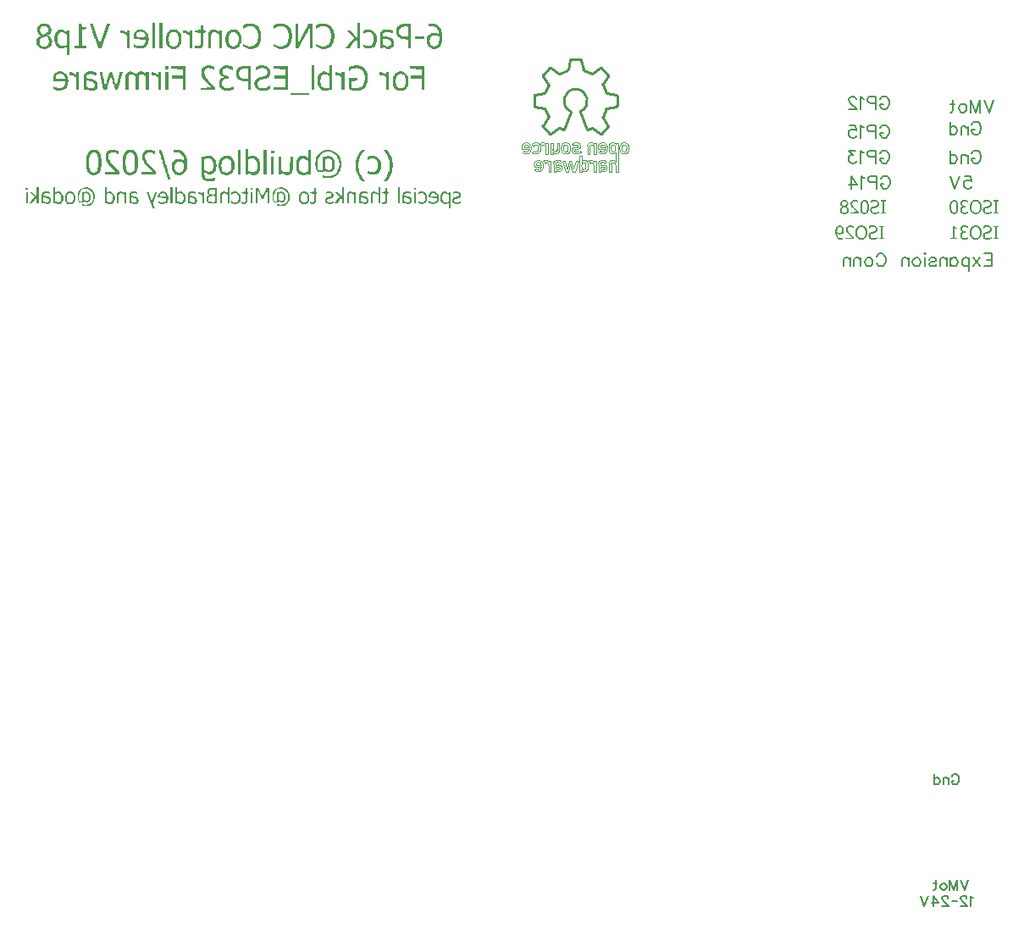
<source format=gbr>
G04 DipTrace 4.1.0.0*
G04 BottomSilk.gbr*
%MOIN*%
G04 #@! TF.FileFunction,Legend,Bot*
G04 #@! TF.Part,Single*
%ADD32C,0.01*%
%ADD34C,0.003*%
%ADD114C,0.006176*%
%ADD115C,0.00772*%
%FSLAX26Y26*%
G04*
G70*
G90*
G75*
G01*
G04 BotSilk*
%LPD*%
G36*
X4060055Y4929055D2*
D1*
D1*
D1*
D1*
D1*
D1*
D1*
D1*
D1*
D1*
D1*
D1*
D1*
D1*
D1*
D1*
D1*
D1*
D1*
D1*
D1*
D1*
D1*
D1*
D1*
D1*
D1*
D1*
D1*
D1*
D1*
D1*
D1*
D1*
D1*
G37*
X3766413Y4934379D2*
D34*
Y4977869D1*
X3757667D1*
Y4973224D1*
X3757507D1*
G03X3752636Y4977083I-10348J-8059D01*
G01*
G03X3746185Y4978371I-6179J-14141D01*
G01*
G03X3741524Y4977531I12J-13422D01*
G01*
G03X3737097Y4975012I5924J-15555D01*
G01*
X3743411Y4967472D1*
G02X3746289Y4969088I6924J-8964D01*
G01*
G02X3749201Y4969623I2934J-7771D01*
G01*
G02X3755045Y4967465I11J-8960D01*
G01*
G02X3757012Y4964646I-4242J-5056D01*
G01*
G02X3757667Y4960516I-11128J-3881D01*
G01*
Y4934379D1*
X3766413D1*
X3896495Y4969623D2*
G02X3899282Y4969361I152J-13316D01*
G01*
G02X3901449Y4968566I-1466J-7342D01*
G01*
G02X3903923Y4965394I-2524J-4519D01*
G01*
G02X3905160Y4956175I-31554J-8928D01*
G01*
G02X3903923Y4946815I-33232J-368D01*
G01*
G02X3901449Y4943642I-4996J1344D01*
G01*
G02X3899282Y4942846I-3632J6547D01*
G01*
G02X3896495Y4942584I-2635J13053D01*
G01*
G02X3893753Y4942858I-150J12343D01*
G01*
G02X3891615Y4943682I1539J7178D01*
G01*
G02X3889167Y4946987I2797J4632D01*
G01*
G02X3887929Y4956175I32653J9075D01*
G01*
G02X3889167Y4965220I33398J39D01*
G01*
G02X3891615Y4968525I5245J-1328D01*
G01*
G02X3893753Y4969349I3677J-6354D01*
G01*
G02X3896495Y4969623I2592J-12069D01*
G01*
D3*
X3833948Y4934379D2*
X3843056Y4964799D1*
X3843218D1*
X3852304Y4934379D1*
X3860025D1*
X3873917Y4977869D1*
X3864668D1*
X3856325Y4947409D1*
X3856164D1*
X3846314Y4977869D1*
X3839937D1*
X3830108Y4947409D1*
X3829927D1*
X3821604Y4977869D1*
X3812336D1*
X3826247Y4934379D1*
X3833948D1*
X3952929Y5022028D2*
X3980013D1*
G02X3979285Y5017332I-13769J-268D01*
G01*
G02X3977097Y5013978I-7820J2710D01*
G01*
G02X3973781Y5011965I-6550J7052D01*
G01*
G02X3969659Y5011293I-3972J11385D01*
G01*
G02X3964568Y5012343I-79J12485D01*
G01*
G02X3960108Y5015495I5937J13134D01*
G01*
X3953777Y5010087D1*
G03X3957213Y5006850I15853J13389D01*
G01*
G03X3961052Y5004698I10151J13609D01*
G01*
G03X3969499Y5003091I8379J21029D01*
G01*
G03X3976088Y5004172I-8J20663D01*
G01*
G03X3982476Y5007421I-8283J24190D01*
G01*
G03X3985224Y5010155I-6387J9169D01*
G01*
G03X3987189Y5014024I-12648J8856D01*
G01*
G03X3988365Y5019028I-24445J8384D01*
G01*
G03X3988759Y5025164I-43499J5872D01*
G01*
G03X3988395Y5031028I-43460J249D01*
G01*
G03X3987310Y5035908I-26634J-3362D01*
G01*
G03X3985496Y5039808I-16442J-5274D01*
G01*
G03X3982959Y5042727I-10664J-6707D01*
G01*
G03X3977025Y5046369I-14321J-16680D01*
G01*
G03X3970825Y5047583I-6223J-15343D01*
G01*
G03X3964115Y5046341I-134J-18032D01*
G01*
G03X3958297Y5042617I7044J-17413D01*
G01*
G03X3954273Y5036787I10821J-11772D01*
G01*
G03X3952929Y5029226I18893J-7258D01*
G01*
Y5022028D1*
X4073906Y5025386D2*
G03X4073629Y5031492I-59844J346D01*
G01*
G03X4072808Y5035811I-21900J-1922D01*
G01*
G03X4069199Y5042014I-16008J-5161D01*
G01*
G03X4067064Y5043941I-11634J-10747D01*
G01*
G03X4064241Y5045782I-15012J-19930D01*
G01*
G03X4060593Y5047133I-6224J-11211D01*
G01*
G03X4055970Y5047583I-4407J-21296D01*
G01*
G03X4051404Y5047133I-218J-21169D01*
G01*
G03X4047757Y5045782I2629J-12699D01*
G01*
G03X4044915Y5043941I12332J-22153D01*
G01*
G03X4042760Y5042014I9474J-12765D01*
G01*
G03X4039161Y5035811I12309J-11285D01*
G01*
G03X4038348Y5031492I21463J-6280D01*
G01*
G03X4038077Y5025386I59069J-5674D01*
G01*
G03X4038348Y5019177I61251J-443D01*
G01*
G03X4039161Y5014820I22633J1972D01*
G01*
G03X4042760Y5008619I15897J5081D01*
G01*
G03X4044915Y5006671I11274J10300D01*
G01*
G03X4047757Y5004848I14028J18748D01*
G01*
G03X4051404Y5003529I6274J11646D01*
G01*
G03X4055970Y5003091I4372J21545D01*
G01*
G03X4060593Y5003529I239J22080D01*
G01*
G03X4064241Y5004848I-2571J12818D01*
G01*
G03X4067064Y5006671I-11060J20224D01*
G01*
G03X4069199Y5008619I-9156J12176D01*
G01*
G03X4072808Y5014820I-12388J11361D01*
G01*
G03X4073629Y5019177I-21176J6242D01*
G01*
G03X4073906Y5025386I-60474J5808D01*
G01*
D3*
X3843774D2*
G03X3843503Y5031492I-59838J397D01*
G01*
G03X3842680Y5035811I-22159J-1984D01*
G01*
G03X3839072Y5042014I-15984J-5145D01*
G01*
G03X3836937Y5043941I-11927J-11072D01*
G01*
G03X3834113Y5045782I-14931J-19816D01*
G01*
G03X3830462Y5047133I-6214J-11191D01*
G01*
G03X3825841Y5047583I-4400J-21227D01*
G01*
G03X3821274Y5047133I-217J-21192D01*
G01*
G03X3817630Y5045782I2641J-12721D01*
G01*
G03X3814787Y5043941I12332J-22153D01*
G01*
G03X3812633Y5042014I9474J-12765D01*
G01*
G03X3809031Y5035811I12310J-11293D01*
G01*
G03X3808218Y5031492I20951J-6183D01*
G01*
G03X3807945Y5025386I59069J-5700D01*
G01*
G03X3808218Y5019177I61253J-417D01*
G01*
G03X3809031Y5014820I22113J1875D01*
G01*
G03X3812633Y5008619I15901J5088D01*
G01*
G03X3814787Y5006671I11145J10158D01*
G01*
G03X3817630Y5004848I14028J18748D01*
G01*
G03X3821274Y5003529I6284J11668D01*
G01*
G03X3825841Y5003091I4372J21546D01*
G01*
G03X3830462Y5003529I243J22011D01*
G01*
G03X3834113Y5004848I-2587J12873D01*
G01*
G03X3836937Y5006671I-11437J20819D01*
G01*
G03X3839072Y5008619I-9156J12176D01*
G01*
G03X3842680Y5014820I-12366J11344D01*
G01*
G03X3843503Y5019177I-21431J6303D01*
G01*
G03X3843774Y5025386I-61493J5801D01*
G01*
D3*
X3962394Y4934218D2*
Y4938060D1*
X3962576D1*
G03X3966217Y4934803I6209J3277D01*
G01*
G03X3969209Y4933988I4883J12027D01*
G01*
G03X3973009Y4933715I3667J24458D01*
G01*
G03X3979329Y4934756I-126J20477D01*
G01*
G03X3983886Y4937558I-3819J11317D01*
G01*
G03X3986904Y4941764I-8146J9032D01*
G01*
G03X3987909Y4946987I-12227J5062D01*
G01*
G03X3987039Y4951996I-14014J146D01*
G01*
G03X3984430Y4956134I-11621J-4436D01*
G01*
G03X3980138Y4958913I-7924J-7533D01*
G01*
G03X3974176Y4959894I-5850J-16959D01*
G01*
X3962394D1*
Y4964497D1*
G02X3962924Y4967021I5461J170D01*
G01*
G02X3964545Y4968799I4024J-2040D01*
G01*
G02X3967264Y4969836I4088J-6637D01*
G01*
G02X3971080Y4970126I3232J-17269D01*
G01*
G02X3973845Y4969957I163J-20004D01*
G01*
G02X3976108Y4969445I-1543J-12076D01*
G01*
G02X3979083Y4966728I-2461J-5683D01*
G01*
X3985778Y4971996D1*
G03X3979778Y4976828I-12105J-8890D01*
G01*
G03X3975924Y4977995I-6857J-15702D01*
G01*
G03X3971504Y4978331I-3909J-22183D01*
G01*
G03X3964356Y4977596I-609J-29206D01*
G01*
G03X3958756Y4975235I3933J-17151D01*
G01*
G03X3955186Y4970765I5904J-8375D01*
G01*
G03X3954269Y4967669I13488J-5681D01*
G01*
G03X3953930Y4963995I21571J-3841D01*
G01*
Y4934218D1*
X3962394D1*
X3980013Y5029226D2*
X3961657D1*
G02X3962448Y5033556I14274J-367D01*
G01*
G02X3964420Y5036736I8334J-2968D01*
G01*
G02X3967304Y5038689I6150J-5977D01*
G01*
G02X3970825Y5039340I3423J-8667D01*
G01*
G02X3974392Y5038689I101J-9546D01*
G01*
G02X3977299Y5036736I-3221J-7935D01*
G01*
G02X3979265Y5033556I-6189J-6024D01*
G01*
G02X3980013Y5029226I-13170J-4505D01*
G01*
D3*
X3962394Y4949500D2*
Y4952697D1*
X3972589D1*
G02X3975844Y4952282I-226J-14752D01*
G01*
G02X3978156Y4951264I-1545J-6641D01*
G01*
G02X3979526Y4949638I-2321J-3346D01*
G01*
G02X3979948Y4947409I-4580J-2020D01*
G01*
G02X3979470Y4945378I-4393J-39D01*
G01*
G02X3978035Y4943629I-4948J2595D01*
G01*
G02X3975589Y4942348I-3846J4368D01*
G01*
G02X3971946Y4941920I-3375J13017D01*
G01*
G02X3967387Y4942206I-730J24838D01*
G01*
G02X3964406Y4943227I1125J8151D01*
G01*
G02X3963525Y4944131I1903J2734D01*
G01*
G02X3962898Y4945479I4595J2959D01*
G01*
G02X3962394Y4949500I13056J3678D01*
G01*
D3*
X3697961Y5016379D2*
X3691507Y5010589D1*
G03X3698282Y5005201I18106J15813D01*
G01*
G03X3702459Y5003618I8096J15065D01*
G01*
G03X3707148Y5003091I4558J19411D01*
G01*
G03X3714325Y5004370I98J20218D01*
G01*
G03X3720781Y5008217I-7964J20705D01*
G01*
G03X3723445Y5011205I-9089J10784D01*
G01*
G03X3725349Y5015047I-14381J9520D01*
G01*
G03X3726491Y5019740I-23431J8186D01*
G01*
G03X3726873Y5025285I-37090J5340D01*
G01*
G03X3726491Y5030833I-37475J208D01*
G01*
G03X3725349Y5035538I-24722J-3509D01*
G01*
G03X3723445Y5039394I-16729J-5864D01*
G01*
G03X3720781Y5042406I-11881J-7825D01*
G01*
G03X3714325Y5046289I-14475J-16755D01*
G01*
G03X3707148Y5047583I-7085J-18746D01*
G01*
G03X3702459Y5047050I-87J-20130D01*
G01*
G03X3698282Y5045453I3955J-16607D01*
G01*
G03X3691507Y5040043I11530J-21390D01*
G01*
X3697961Y5034294D1*
G02X3702022Y5037701I10117J-7937D01*
G01*
G02X3706806Y5038837I4711J-9192D01*
G01*
G02X3711760Y5037990I276J-13285D01*
G01*
G02X3715297Y5035449I-3161J-8132D01*
G01*
G02X3717417Y5031215I-8687J-6999D01*
G01*
G02X3718127Y5025285I-21669J-5602D01*
G01*
G02X3717417Y5019383I-22148J-329D01*
G01*
G02X3715297Y5015168I-10754J2769D01*
G01*
G02X3711760Y5012639I-6739J5687D01*
G01*
G02X3706806Y5011795I-4673J12472D01*
G01*
G02X3702001Y5012941I-79J10314D01*
G01*
G02X3697961Y5016379I6012J11159D01*
G01*
D3*
X4046782Y5025285D2*
G02X4046903Y5029327I57666J300D01*
G01*
G02X4047265Y5031962I15890J-842D01*
G01*
G02X4048933Y5035639I11043J-2792D01*
G01*
G02X4051839Y5038038I5846J-4122D01*
G01*
G02X4055970Y5038837I3910J-9133D01*
G01*
G02X4060131Y5038038I244J-9965D01*
G01*
G02X4063007Y5035639I-2823J-6307D01*
G01*
G02X4064696Y5031962I-8354J-6064D01*
G01*
G02X4065026Y5029353I-17314J-3520D01*
G01*
G02X4065138Y5025386I-63657J-3775D01*
G01*
G02X4065026Y5021310I-67355J-196D01*
G01*
G02X4064696Y5018651I-17397J814D01*
G01*
G02X4063007Y5014992I-9618J2221D01*
G01*
G02X4060131Y5012594I-5721J3938D01*
G01*
G02X4055970Y5011795I-3928J9221D01*
G01*
G02X4051839Y5012594I-232J9877D01*
G01*
G02X4048933Y5014992I2947J6530D01*
G01*
G02X4047265Y5018631I9069J6359D01*
G01*
G02X4046903Y5021260I15425J3465D01*
G01*
G02X4046782Y5025285I57092J3727D01*
G01*
D3*
X3816650D2*
G02X3816774Y5029327I58756J211D01*
G01*
G02X3817134Y5031962I16264J-877D01*
G01*
G02X3818804Y5035639I11186J-2864D01*
G01*
G02X3821709Y5038038I5867J-4145D01*
G01*
G02X3825841Y5038837I3910J-9134D01*
G01*
G02X3830003Y5038038I244J-9965D01*
G01*
G02X3832878Y5035639I-2867J-6359D01*
G01*
G02X3834567Y5031962I-8298J-6038D01*
G01*
G02X3834899Y5029353I-17085J-3500D01*
G01*
G02X3835009Y5025386I-59839J-3648D01*
G01*
G02X3834899Y5021310I-63319J-327D01*
G01*
G02X3834567Y5018651I-18079J907D01*
G01*
G02X3832878Y5014992I-9618J2221D01*
G01*
G02X3830003Y5012594I-5765J3991D01*
G01*
G02X3825841Y5011795I-3928J9221D01*
G01*
G02X3821709Y5012594I-233J9878D01*
G01*
G02X3818804Y5014992I2969J6554D01*
G01*
G02X3817134Y5018631I9071J6367D01*
G01*
G02X3816774Y5021260I15799J3500D01*
G01*
G02X3816650Y5025285I58170J3816D01*
G01*
D3*
X3945283Y5003593D2*
Y5047080D1*
X3936538D1*
Y5042436D1*
X3936377D1*
G03X3931507Y5046297I-10315J-8010D01*
G01*
G03X3925058Y5047583I-6181J-14184D01*
G01*
G03X3920080Y5046619I8J-13382D01*
G01*
G03X3915277Y5043732I6806J-16762D01*
G01*
G03X3911741Y5039000I7546J-9325D01*
G01*
G03X3910857Y5035972I13310J-5532D01*
G01*
G03X3910563Y5032503I19251J-3378D01*
G01*
Y5003593D1*
X3919308D1*
Y5029487D1*
G02X3919921Y5033409I11635J191D01*
G01*
G02X3921761Y5036365I7450J-2588D01*
G01*
G02X3924516Y5038219I5882J-5765D01*
G01*
G02X3927873Y5038837I3263J-8298D01*
G01*
G02X3931306Y5038219I124J-9154D01*
G01*
G02X3934085Y5036365I-3047J-7577D01*
G01*
G02X3935925Y5033409I-5611J-5543D01*
G01*
G02X3936538Y5029487I-11022J-3731D01*
G01*
Y5003593D1*
X3945283D1*
X3785164Y4934218D2*
Y4938060D1*
X3785345D1*
G03X3788984Y4934803I6222J3289D01*
G01*
G03X3791979Y4933988I4874J12002D01*
G01*
G03X3795780Y4933715I3660J24364D01*
G01*
G03X3802098Y4934756I-127J20478D01*
G01*
G03X3806657Y4937558I-3821J11327D01*
G01*
G03X3809673Y4941764I-8144J9023D01*
G01*
G03X3810678Y4946987I-12227J5062D01*
G01*
G03X3809807Y4951996I-14132J122D01*
G01*
G03X3807198Y4956134I-11573J-4406D01*
G01*
G03X3802907Y4958913I-7929J-7539D01*
G01*
G03X3796945Y4959894I-5853J-16974D01*
G01*
X3785164D1*
Y4964497D1*
G02X3785692Y4967021I5459J176D01*
G01*
G02X3787315Y4968799I3988J-2011D01*
G01*
G02X3790034Y4969836I4078J-6613D01*
G01*
G02X3793849Y4970126I3230J-17249D01*
G01*
G02X3796614Y4969957I163J-20004D01*
G01*
G02X3798875Y4969445I-1549J-12093D01*
G01*
G02X3801853Y4966728I-2462J-5689D01*
G01*
X3808547Y4971996D1*
G03X3802545Y4976828I-12109J-8898D01*
G01*
G03X3798693Y4977995I-6836J-15628D01*
G01*
G03X3794272Y4978331I-3911J-22206D01*
G01*
G03X3787122Y4977596I-608J-29226D01*
G01*
G03X3781525Y4975235I3919J-17106D01*
G01*
G03X3777955Y4970765I5945J-8408D01*
G01*
G03X3777039Y4967669I13010J-5533D01*
G01*
G03X3776698Y4963995I21211J-3823D01*
G01*
Y4934218D1*
X3785164D1*
X3700714Y4952816D2*
X3727795D1*
G02X3727067Y4948121I-13942J-242D01*
G01*
G02X3724882Y4944764I-7909J2758D01*
G01*
G02X3721563Y4942752I-6611J7162D01*
G01*
G02X3717444Y4942081I-3947J11258D01*
G01*
G02X3712350Y4943131I-76J12509D01*
G01*
G02X3707892Y4946283I5959J13157D01*
G01*
X3701559Y4940873D1*
G03X3704996Y4937638I15953J13506D01*
G01*
G03X3708836Y4935487I10141J13601D01*
G01*
G03X3717280Y4933877I8383J21016D01*
G01*
G03X3723873Y4934961I-33J20795D01*
G01*
G03X3730260Y4938210I-8269J24157D01*
G01*
G03X3733008Y4940944I-6387J9169D01*
G01*
G03X3734971Y4944812I-13025J9042D01*
G01*
G03X3736148Y4949816I-24571J8421D01*
G01*
G03X3736539Y4955953I-43465J5851D01*
G01*
G03X3736180Y4961815I-43743J259D01*
G01*
G03X3735091Y4966696I-26850J-3431D01*
G01*
G03X3733281Y4970596I-16503J-5287D01*
G01*
G03X3730741Y4973516I-10760J-6793D01*
G01*
G03X3724807Y4977157I-14414J-16833D01*
G01*
G03X3718606Y4978371I-6220J-15329D01*
G01*
G03X3711898Y4977130I-132J-18032D01*
G01*
G03X3706083Y4973406I7007J-17342D01*
G01*
G03X3702055Y4967573I10790J-11758D01*
G01*
G03X3700714Y4960014I18937J-7259D01*
G01*
Y4952816D1*
X3943780Y4934379D2*
Y4977869D1*
X3935034D1*
Y4973224D1*
X3934873D1*
G03X3930003Y4977083I-10330J-8036D01*
G01*
G03X3923554Y4978371I-6177J-14129D01*
G01*
G03X3918890Y4977531I9J-13422D01*
G01*
G03X3914467Y4975012I5880J-15461D01*
G01*
X3920780Y4967472D1*
G02X3923655Y4969088I6979J-9054D01*
G01*
G02X3926570Y4969623I2931J-7757D01*
G01*
G02X3932409Y4967465I14J-8940D01*
G01*
G02X3934379Y4964646I-4243J-5063D01*
G01*
G02X3935034Y4960516I-11048J-3869D01*
G01*
Y4934379D1*
X3943780D1*
X3727795Y4960014D2*
X3709440D1*
G02X3710231Y4964344I14311J-379D01*
G01*
G02X3712205Y4967525I8225J-2900D01*
G01*
G02X3715085Y4969475I6096J-5902D01*
G01*
G02X3718606Y4970126I3413J-8612D01*
G01*
G02X3722176Y4969475I126J-9422D01*
G01*
G02X3725081Y4967525I-3222J-7940D01*
G01*
G02X3727046Y4964344I-6226J-6042D01*
G01*
G02X3727795Y4960014I-13120J-4500D01*
G01*
D3*
X3785164Y4949500D2*
Y4952697D1*
X3795357D1*
G02X3798613Y4952282I-228J-14777D01*
G01*
G02X3800927Y4951264I-1564J-6690D01*
G01*
G02X3802295Y4949638I-2377J-3390D01*
G01*
G02X3802714Y4947409I-4532J-2005D01*
G01*
G02X3802239Y4945378I-4391J-45D01*
G01*
G02X3800806Y4943629I-5003J2637D01*
G01*
G02X3798356Y4942348I-3866J4411D01*
G01*
G02X3794714Y4941920I-3375J13015D01*
G01*
G02X3790154Y4942206I-732J24823D01*
G01*
G02X3787175Y4943227I1125J8138D01*
G01*
G02X3786295Y4944131I1884J2711D01*
G01*
G02X3785667Y4945479I4428J2886D01*
G01*
G02X3785164Y4949500I12999J3667D01*
G01*
D3*
X3799982Y5018168D2*
Y5047080D1*
X3791236D1*
Y5021143D1*
G02X3790625Y5017199I-11799J-189D01*
G01*
G02X3788786Y5014248I-7379J2548D01*
G01*
G02X3786005Y5012409I-5779J5718D01*
G01*
G02X3782572Y5011795I-3320J8654D01*
G01*
G02X3779215Y5012409I-98J8947D01*
G01*
G02X3776459Y5014248I3030J7527D01*
G01*
G02X3774619Y5017199I5560J5515D01*
G01*
G02X3774007Y5021143I11143J3751D01*
G01*
Y5047080D1*
X3765261D1*
Y5003593D1*
X3774007D1*
Y5008197D1*
X3774188D1*
G03X3779022Y5004366I10275J8002D01*
G01*
G03X3785407Y5003091I6116J13997D01*
G01*
G03X3790457Y5004047I0J13806D01*
G01*
G03X3795277Y5006919I-6641J16629D01*
G01*
G03X3798807Y5011647I-7514J9292D01*
G01*
G03X3799688Y5014682I-13193J5473D01*
G01*
G03X3799982Y5018168I-19129J3368D01*
G01*
D3*
X3755331Y5003593D2*
Y5047080D1*
X3746585D1*
Y5042436D1*
X3746425D1*
G03X3741554Y5046297I-10326J-8025D01*
G01*
G03X3735106Y5047583I-6183J-14195D01*
G01*
G03X3730441Y5046743I-6J-13342D01*
G01*
G03X3726020Y5044226I5808J-15343D01*
G01*
X3732332Y5036686D1*
G02X3735207Y5038299I7021J-9148D01*
G01*
G02X3738122Y5038837I2954J-7836D01*
G01*
G02X3743962Y5036676I1J-8967D01*
G01*
G02X3745930Y5033857I-4212J-5038D01*
G01*
G02X3746585Y5029728I-10968J-3856D01*
G01*
Y5003593D1*
X3755331D1*
X3887929Y4934379D2*
Y4938904D1*
G03X3893031Y4935134I11523J10257D01*
G01*
G03X3899169Y4933877I5988J13625D01*
G01*
G03X3902908Y4934269I115J16911D01*
G01*
G03X3906085Y4935445I-2682J12128D01*
G01*
G03X3910810Y4939486I-6635J12541D01*
G01*
G03X3913285Y4944955I-9814J7736D01*
G01*
G03X3913749Y4949339I-32405J5651D01*
G01*
G03X3913906Y4956175I-125305J6282D01*
G01*
G03X3913749Y4962925I-122313J548D01*
G01*
G03X3913285Y4967252I-32069J-1255D01*
G01*
G03X3910810Y4972722I-12570J-2393D01*
G01*
G03X3906085Y4976762I-11828J-9047D01*
G01*
G03X3902908Y4977967I-5886J-10731D01*
G01*
G03X3899169Y4978371I-3644J-16210D01*
G01*
G03X3893089Y4976944I-174J-12918D01*
G01*
G03X3887929Y4973224I10978J-20670D01*
G01*
Y4995420D1*
X3879182D1*
Y4934379D1*
X3887929D1*
X4012715Y5011795D2*
G02X4009937Y5012060I-120J13435D01*
G01*
G02X4007776Y5012853I1489J7404D01*
G01*
G02X4005302Y5016026I2549J4538D01*
G01*
G02X4004068Y5025285I31892J8961D01*
G01*
G02X4005302Y5034573I33312J302D01*
G01*
G02X4007776Y5037772I5050J-1350D01*
G01*
G02X4009937Y5038570I3586J-6387D01*
G01*
G02X4012715Y5038837I2626J-12705D01*
G01*
G02X4015482Y5038560I119J-12773D01*
G01*
G02X4017633Y5037736I-1477J-7073D01*
G01*
G02X4020083Y5034433I-2765J-4611D01*
G01*
G02X4021299Y5025285I-33083J-9054D01*
G01*
G02X4020083Y5016178I-33993J-93D01*
G01*
G02X4017633Y5012890I-5181J1303D01*
G01*
G02X4015482Y5012070I-3666J6383D01*
G01*
G02X4012715Y5011795I-2614J12281D01*
G01*
D3*
X3653112Y5022028D2*
X3680190D1*
G02X3679463Y5017332I-13811J-266D01*
G01*
G02X3677278Y5013978I-7816J2703D01*
G01*
G02X3673961Y5011965I-6544J7043D01*
G01*
G02X3669836Y5011293I-3974J11400D01*
G01*
G02X3664749Y5012343I-80J12461D01*
G01*
G02X3660289Y5015495I5937J13134D01*
G01*
X3653955Y5010087D1*
G03X3657394Y5006850I15860J13406D01*
G01*
G03X3661234Y5004698I10077J13478D01*
G01*
G03X3669678Y5003091I8379J21029D01*
G01*
G03X3676269Y5004172I-6J20663D01*
G01*
G03X3682655Y5007421I-8254J24120D01*
G01*
G03X3685404Y5010155I-6324J9110D01*
G01*
G03X3687367Y5014024I-12700J8877D01*
G01*
G03X3688547Y5019028I-24573J8435D01*
G01*
G03X3688938Y5025164I-44038J5887D01*
G01*
G03X3688576Y5031028I-43175J276D01*
G01*
G03X3687488Y5035908I-27227J-3508D01*
G01*
G03X3685673Y5039808I-16375J-5248D01*
G01*
G03X3683138Y5042727I-10568J-6620D01*
G01*
G03X3677203Y5046369I-14321J-16680D01*
G01*
G03X3671005Y5047583I-6220J-15329D01*
G01*
G03X3664293Y5046341I-129J-18071D01*
G01*
G03X3658478Y5042617I7074J-17447D01*
G01*
G03X3654454Y5036787I10785J-11747D01*
G01*
G03X3653112Y5029226I18858J-7248D01*
G01*
Y5022028D1*
X3886345Y5010831D2*
X3880234Y5016882D1*
G02X3873951Y5012689I-13738J13780D01*
G01*
G02X3866525Y5011293I-7246J18092D01*
G01*
G02X3863125Y5011646I-130J15298D01*
G01*
G02X3860371Y5012701I2110J9626D01*
G01*
G02X3858545Y5014449I2317J4249D01*
G01*
G02X3857938Y5016882I4153J2327D01*
G01*
G02X3858272Y5018573I4073J76D01*
G01*
G02X3859272Y5019848I3100J-1404D01*
G01*
G02X3860934Y5020705I3125J-4022D01*
G01*
G02X3863266Y5021143I3069J-9907D01*
G01*
X3870966Y5021867D1*
G03X3875911Y5022957I-1097J16750D01*
G01*
G03X3879930Y5025417I-4914J12540D01*
G01*
G03X3882604Y5029180I-6560J7492D01*
G01*
G03X3883492Y5034173I-12368J4776D01*
G01*
G03X3882331Y5039983I-13732J276D01*
G01*
G03X3878846Y5044185I-9756J-4544D01*
G01*
G03X3873635Y5046734I-9847J-13534D01*
G01*
G03X3867289Y5047583I-6115J-21560D01*
G01*
G03X3862000Y5047181I-181J-32644D01*
G01*
G03X3857525Y5045975I3509J-21925D01*
G01*
G03X3850238Y5041672I9602J-24583D01*
G01*
X3855646Y5035299D1*
G02X3861003Y5038203I16549J-24133D01*
G01*
G02X3867289Y5039340I6012J-15300D01*
G01*
G02X3870833Y5038967I279J-14384D01*
G01*
G02X3873108Y5037853I-1118J-5161D01*
G01*
G02X3874745Y5034093I-3229J-3643D01*
G01*
G02X3874442Y5032718I-3181J-20D01*
G01*
G02X3873529Y5031449I-4014J1926D01*
G01*
G02X3871789Y5030475I-2886J3116D01*
G01*
G02X3868996Y5029990I-3477J11723D01*
G01*
X3861798Y5029487D1*
G03X3858659Y5029052I1283J-20834D01*
G01*
G03X3856000Y5028213I2934J-13916D01*
G01*
G03X3852115Y5025316I3728J-9054D01*
G01*
G03X3849924Y5021248I10447J-8252D01*
G01*
G03X3849190Y5016459I14547J-4679D01*
G01*
G03X3850503Y5010780I12038J-210D01*
G01*
G03X3854429Y5006568I10147J5524D01*
G01*
G03X3860243Y5003959I10931J16575D01*
G01*
G03X3867206Y5003091I6705J25398D01*
G01*
G03X3877419Y5005025I179J26982D01*
G01*
G03X3886345Y5010831I-11035J26732D01*
G01*
D3*
X3680190Y5029226D2*
X3661836D1*
G02X3662629Y5033556I14277J-375D01*
G01*
G02X3664601Y5036736I8292J-2942D01*
G01*
G02X3667484Y5038689I6158J-5987D01*
G01*
G02X3671005Y5039340I3423J-8667D01*
G01*
G02X3674573Y5038689I97J-9572D01*
G01*
G02X3677479Y5036736I-3250J-7973D01*
G01*
G02X3679445Y5033556I-6189J-6024D01*
G01*
G02X3680190Y5029226I-13273J-4514D01*
G01*
D3*
X4030045Y4934379D2*
Y5047080D1*
X4021299D1*
Y5042517D1*
G03X4016207Y5046316I-11519J-10127D01*
G01*
G03X4010059Y5047583I-6004J-13589D01*
G01*
G03X4006353Y5047181I-130J-16099D01*
G01*
G03X4003193Y5045975I2744J-11934D01*
G01*
G03X3998419Y5041933I7463J-13655D01*
G01*
G03X3995966Y5036463I10504J-7995D01*
G01*
G03X3995483Y5032112I30846J-5626D01*
G01*
G03X3995323Y5025285I123193J-6304D01*
G01*
G03X3995483Y5018501I121754J-520D01*
G01*
G03X3995966Y5014148I31259J1265D01*
G01*
G03X3998419Y5008699I12695J2438D01*
G01*
G03X4003193Y5004659I11741J9032D01*
G01*
G03X4006353Y5003482I5788J10708D01*
G01*
G03X4010059Y5003091I3593J16298D01*
G01*
G03X4016161Y5004466I223J13236D01*
G01*
G03X4021299Y5008197I-9902J19038D01*
G01*
Y4973224D1*
X4021135D1*
G03X4016268Y4977083I-10362J-8073D01*
G01*
G03X4009818Y4978371I-6179J-14141D01*
G01*
G03X4004840Y4977407I23J-13445D01*
G01*
G03X4000038Y4974520I6839J-16811D01*
G01*
G03X3996501Y4969787I7554J-9333D01*
G01*
G03X3995619Y4966760I12917J-5405D01*
G01*
G03X3995323Y4963291I18616J-3339D01*
G01*
Y4934379D1*
X4004068D1*
Y4960276D1*
G02X4004680Y4964196I11663J188D01*
G01*
G02X4006521Y4967151I7472J-2604D01*
G01*
G02X4009274Y4969005I5832J-5687D01*
G01*
G02X4012633Y4969623I3241J-8176D01*
G01*
G02X4016067Y4969005I118J-9192D01*
G01*
G02X4018845Y4967151I-2980J-7473D01*
G01*
G02X4020686Y4964196I-5631J-5559D01*
G01*
G02X4021299Y4960276I-11095J-3743D01*
G01*
Y4934379D1*
X4030045D1*
X3844610Y5170980D2*
D32*
G02X3883080Y5170980I19235J41791D01*
G01*
G03X3882013Y5168274I876J-1909D01*
G01*
X3909591Y5100727D1*
G03X3912343Y5099579I1948J797D01*
G01*
X3927322Y5105785D1*
G02X3929307Y5105584I806J-1946D01*
G01*
X3962255Y5083294D1*
G03X3964919Y5083547I1179J1736D01*
G01*
X3993068Y5111697D1*
G03X3993322Y5114362I-1484J1486D01*
G01*
X3971031Y5147307D1*
G02X3970831Y5149290I1762J1180D01*
G01*
X3984383Y5182007D1*
G02X3985927Y5183268I1943J-803D01*
G01*
X4024983Y5190802D1*
G03X4026688Y5192865I-394J2062D01*
G01*
Y5232675D1*
G03X4024983Y5234740I-2099J4D01*
G01*
X3985927Y5242274D1*
G02X3984383Y5243534I395J2059D01*
G01*
X3970831Y5276249D1*
G02X3971031Y5278232I1963J803D01*
G01*
X3993322Y5311180D1*
G03X3993068Y5313845I-1738J1180D01*
G01*
X3964919Y5341995D1*
G03X3962255Y5342248I-1485J-1483D01*
G01*
X3929307Y5319958D1*
G02X3927322Y5319757I-1179J1746D01*
G01*
X3894609Y5333310D1*
G02X3893349Y5334853I799J1938D01*
G01*
X3885814Y5373911D1*
G03X3883749Y5375615I-2067J-401D01*
G01*
X3843941D1*
G03X3841877Y5373911I1J-2103D01*
G01*
X3834341Y5334853D1*
G02X3833081Y5333310I-2059J395D01*
G01*
X3800364Y5319757D1*
G02X3798383Y5319958I-804J1937D01*
G01*
X3765436Y5342248D1*
G03X3762769Y5341995I-1180J-1741D01*
G01*
X3734622Y5313845D1*
G03X3734367Y5311180I1481J-1486D01*
G01*
X3756657Y5278232D1*
G02X3756858Y5276249I-1740J-1178D01*
G01*
X3743308Y5243534D1*
G02X3741761Y5242274I-1945J808D01*
G01*
X3702705Y5234740D1*
G03X3701000Y5232675I401J-2067D01*
G01*
Y5192865D1*
G03X3702705Y5190802I2106J4D01*
G01*
X3741761Y5183268D1*
G02X3743308Y5182007I-402J-2073D01*
G01*
X3756858Y5149290D1*
G02X3756657Y5147307I-1941J-805D01*
G01*
X3734367Y5114362D1*
G03X3734622Y5111697I1736J-1179D01*
G01*
X3762769Y5083547D1*
G03X3765436Y5083294I1487J1488D01*
G01*
X3798383Y5105584D1*
G02X3800364Y5105785I1176J-1736D01*
G01*
X3815346Y5099579D1*
G03X3818097Y5100727I803J1944D01*
G01*
X3845675Y5168274D1*
G03X3844610Y5170980I-1941J799D01*
G01*
G36*
X2196718Y5518285D2*
Y5420253D1*
X2207348D1*
Y5518285D1*
X2196718D1*
G37*
G36*
X2226245D2*
Y5420253D1*
X2236875D1*
Y5518285D1*
X2226245D1*
G37*
G36*
X3004592D2*
Y5462773D1*
X3003339Y5461490D1*
X3002728Y5461682D1*
X3002230Y5462773D1*
X2992781Y5473403D1*
X2978607Y5488757D1*
X2976245Y5491119D1*
X2962072D1*
X2990418Y5462773D1*
Y5460411D1*
X2986875Y5456867D1*
X2972702Y5439151D1*
X2969159Y5434426D1*
X2959710Y5422615D1*
X2958529Y5420253D1*
X2972702D1*
X2973883Y5421434D1*
X2978607Y5427340D1*
X2992781Y5446237D1*
X2997505Y5452143D1*
X2997750Y5452944D1*
X2998818Y5454002D1*
X2999867Y5454505D1*
X3004592Y5449781D1*
Y5420253D1*
X3015222D1*
Y5518285D1*
X3004592D1*
G37*
G36*
X1752623Y5466316D2*
X1750261Y5465135D1*
X1745537Y5460411D1*
X1743174Y5455686D1*
X1741993Y5452143D1*
Y5440332D1*
X1743174Y5435608D1*
X1744356Y5433245D1*
X1746718Y5429702D1*
X1752623Y5423797D1*
X1756167Y5421434D1*
X1758529Y5420253D1*
X1762072Y5419072D1*
X1766796Y5417891D1*
X1778607D1*
X1783332Y5419072D1*
X1786875Y5420253D1*
X1789237Y5421434D1*
X1792781Y5423797D1*
X1798686Y5429702D1*
X1801048Y5434426D1*
X1802230Y5437970D1*
X1803411Y5445056D1*
Y5446237D1*
X1802230Y5453324D1*
X1801048Y5456867D1*
X1799867Y5459230D1*
X1797505Y5462773D1*
X1793962Y5466316D1*
X1790418Y5468678D1*
X1788056Y5469860D1*
X1786458Y5471458D1*
X1788056Y5472222D1*
X1790418Y5473403D1*
X1797505Y5480489D1*
X1799867Y5485214D1*
X1801048Y5491119D1*
Y5493482D1*
X1799867Y5499387D1*
X1798686Y5502930D1*
X1796324Y5506474D1*
X1790418Y5512379D1*
X1783332Y5515923D1*
X1778607Y5517104D1*
X1765615D1*
X1760891Y5515923D1*
X1753804Y5512379D1*
X1749080Y5507655D1*
X1766796D1*
X1770733Y5508836D1*
X1774670D1*
X1778607Y5507655D1*
X1783332Y5505293D1*
X1788056Y5500568D1*
Y5498206D1*
X1789237Y5497025D1*
Y5489938D1*
X1788056Y5488757D1*
X1786875Y5486395D1*
Y5485214D1*
X1784513Y5482852D1*
X1782151Y5481671D1*
X1780970Y5480489D1*
X1771521Y5475765D1*
X1767978Y5474584D1*
X1766537Y5473351D1*
X1765615Y5473403D1*
X1757348Y5481671D1*
Y5484033D1*
X1756167Y5488757D1*
X1754985Y5489938D1*
Y5495844D1*
X1756167Y5497025D1*
X1757348Y5500568D1*
Y5501749D1*
X1760891Y5505293D1*
X1763253Y5506474D1*
X1766796Y5507655D1*
X1749080D1*
X1747899Y5506474D1*
X1744356Y5499387D1*
Y5487576D1*
X1745537Y5485214D1*
X1746718Y5481671D1*
X1749080Y5478127D1*
X1753804Y5473403D1*
X1758529Y5471041D1*
Y5469860D1*
X1753804Y5467497D1*
X1752623Y5466316D1*
X1776245D1*
X1778214Y5467497D1*
X1780182D1*
X1782151Y5466316D1*
X1786875Y5461592D1*
Y5460411D1*
X1789237Y5455686D1*
X1790418Y5450962D1*
X1791600Y5449781D1*
Y5443875D1*
X1790418Y5442694D1*
X1789237Y5437970D1*
X1788056Y5435608D1*
Y5434426D1*
X1783332Y5429702D1*
X1780970Y5428521D1*
X1777426Y5427340D1*
X1773489Y5426159D1*
X1769552D1*
X1765615Y5427340D1*
X1760891Y5429702D1*
X1754985Y5435608D1*
Y5437970D1*
X1753804Y5439151D1*
Y5450962D1*
X1754985Y5452143D1*
X1756167Y5454505D1*
X1756396Y5455342D1*
X1757348Y5456867D1*
X1759710Y5458048D1*
X1763253Y5460411D1*
X1764434Y5461592D1*
X1766796Y5462773D1*
X1770340Y5463954D1*
X1776245Y5466316D1*
X1752623D1*
G37*
G36*
X2577033Y5517104D2*
X2571127Y5515923D1*
X2566403Y5514741D1*
X2560497Y5512379D1*
X2555773Y5510017D1*
Y5494663D1*
X2562859Y5500568D1*
X2564041Y5501749D1*
X2568765Y5504111D1*
X2572308Y5505293D1*
X2581757Y5507655D1*
X2586481D1*
X2591206Y5506474D1*
X2594749Y5505293D1*
X2599474Y5502930D1*
X2600655Y5501749D1*
X2603017Y5500568D1*
X2606560Y5497025D1*
Y5495844D1*
X2608922Y5492300D1*
X2610104Y5489938D1*
X2612466Y5482852D1*
X2613647Y5476946D1*
X2614828Y5475765D1*
Y5459230D1*
X2613647Y5458048D1*
X2612466Y5452143D1*
X2611285Y5447419D1*
X2608922Y5442694D1*
X2606560Y5439151D1*
Y5437970D1*
X2601836Y5433245D1*
X2594749Y5429702D1*
X2591206Y5428521D1*
X2586481Y5427340D1*
X2581757D1*
X2572308Y5429702D1*
X2568765Y5430883D1*
X2564041Y5433245D1*
X2562859Y5434426D1*
X2555773Y5440332D1*
Y5426159D1*
X2556954Y5424978D1*
X2564041Y5421434D1*
X2571127Y5419072D1*
X2577033Y5417891D1*
X2591206D1*
X2597111Y5419072D1*
X2600655Y5420253D1*
X2607741Y5423797D1*
X2612466Y5427340D1*
X2614828Y5429702D1*
X2618371Y5434426D1*
X2620733Y5437970D1*
X2621915Y5441513D1*
X2623096Y5443875D1*
X2625458Y5450962D1*
X2626639Y5458048D1*
Y5476946D1*
X2625458Y5482852D1*
X2624277Y5487576D1*
X2623096Y5491119D1*
X2619552Y5498206D1*
X2617190Y5501749D1*
X2608922Y5510017D1*
X2605379Y5512379D1*
X2603017Y5513560D1*
X2595930Y5515923D1*
X2591206Y5517104D1*
X2577033D1*
G37*
G36*
X2697505D2*
X2691600Y5515923D1*
X2686875Y5514741D1*
X2680970Y5512379D1*
X2676245Y5510017D1*
Y5494663D1*
X2683332Y5500568D1*
X2684513Y5501749D1*
X2689237Y5504111D1*
X2692781Y5505293D1*
X2702230Y5507655D1*
X2706954D1*
X2711678Y5506474D1*
X2715222Y5505293D1*
X2719946Y5502930D1*
X2721127Y5501749D1*
X2723489Y5500568D1*
X2727033Y5497025D1*
Y5495844D1*
X2729395Y5492300D1*
X2730576Y5489938D1*
X2732938Y5482852D1*
X2734119Y5476946D1*
X2735300Y5475765D1*
Y5459230D1*
X2734119Y5458048D1*
X2732938Y5452143D1*
X2731757Y5447419D1*
X2729395Y5442694D1*
X2727033Y5439151D1*
Y5437970D1*
X2722308Y5433245D1*
X2715222Y5429702D1*
X2711678Y5428521D1*
X2706954Y5427340D1*
X2702230D1*
X2692781Y5429702D1*
X2689237Y5430883D1*
X2684513Y5433245D1*
X2683332Y5434426D1*
X2676245Y5440332D1*
Y5426159D1*
X2677426Y5424978D1*
X2684513Y5421434D1*
X2691600Y5419072D1*
X2697505Y5417891D1*
X2711678D1*
X2717584Y5419072D1*
X2721127Y5420253D1*
X2728214Y5423797D1*
X2732938Y5427340D1*
X2735300Y5429702D1*
X2738844Y5434426D1*
X2741206Y5437970D1*
X2742387Y5441513D1*
X2743568Y5443875D1*
X2745930Y5450962D1*
X2747111Y5458048D1*
Y5476946D1*
X2745930Y5482852D1*
X2744749Y5487576D1*
X2743568Y5491119D1*
X2740025Y5498206D1*
X2737663Y5501749D1*
X2729395Y5510017D1*
X2725852Y5512379D1*
X2723489Y5513560D1*
X2716403Y5515923D1*
X2711678Y5517104D1*
X2697505D1*
G37*
G36*
X2864041D2*
X2858135Y5515923D1*
X2853411Y5514741D1*
X2847505Y5512379D1*
X2842781Y5510017D1*
Y5494663D1*
X2849867Y5500568D1*
X2851048Y5501749D1*
X2855773Y5504111D1*
X2859316Y5505293D1*
X2868765Y5507655D1*
X2873489D1*
X2878214Y5506474D1*
X2881757Y5505293D1*
X2886481Y5502930D1*
X2887663Y5501749D1*
X2890025Y5500568D1*
X2893568Y5497025D1*
Y5495844D1*
X2895930Y5492300D1*
X2897111Y5489938D1*
X2899474Y5482852D1*
X2900655Y5476946D1*
X2901836Y5475765D1*
Y5459230D1*
X2900655Y5458048D1*
X2899474Y5452143D1*
X2898293Y5447419D1*
X2895930Y5442694D1*
X2893568Y5439151D1*
Y5437970D1*
X2888844Y5433245D1*
X2881757Y5429702D1*
X2878214Y5428521D1*
X2873489Y5427340D1*
X2868765D1*
X2859316Y5429702D1*
X2855773Y5430883D1*
X2851048Y5433245D1*
X2849867Y5434426D1*
X2842781Y5440332D1*
Y5426159D1*
X2843962Y5424978D1*
X2851048Y5421434D1*
X2858135Y5419072D1*
X2864041Y5417891D1*
X2878214D1*
X2884119Y5419072D1*
X2887663Y5420253D1*
X2894749Y5423797D1*
X2899474Y5427340D1*
X2901836Y5429702D1*
X2905379Y5434426D1*
X2907741Y5437970D1*
X2908922Y5441513D1*
X2910104Y5443875D1*
X2912466Y5450962D1*
X2913647Y5458048D1*
Y5476946D1*
X2912466Y5482852D1*
X2911285Y5487576D1*
X2910104Y5491119D1*
X2906560Y5498206D1*
X2904198Y5501749D1*
X2895930Y5510017D1*
X2892387Y5512379D1*
X2890025Y5513560D1*
X2882938Y5515923D1*
X2878214Y5517104D1*
X2864041D1*
G37*
G36*
X3283332Y5469860D2*
X3282151Y5468678D1*
X3279789Y5463954D1*
X3278607Y5460411D1*
X3277426Y5453324D1*
Y5448600D1*
X3278607Y5441513D1*
X3280970Y5434426D1*
X3282151Y5432064D1*
X3284513Y5428521D1*
X3289237Y5423797D1*
X3292781Y5421434D1*
X3297505Y5419072D1*
X3302230Y5417891D1*
X3312859D1*
X3317584Y5419072D1*
X3324670Y5422615D1*
X3330576Y5428521D1*
X3332938Y5432064D1*
X3335300Y5436789D1*
X3336481Y5440332D1*
X3337663Y5445056D1*
X3338844Y5452143D1*
Y5471041D1*
X3337663Y5479308D1*
X3336481Y5485214D1*
X3334119Y5492300D1*
X3330576Y5499387D1*
X3328214Y5502930D1*
X3321127Y5510017D1*
X3315222Y5513560D1*
X3308135Y5515923D1*
X3303411Y5517104D1*
X3289237D1*
X3285694Y5515923D1*
Y5505293D1*
X3286875D1*
X3290418Y5506474D1*
X3295143Y5507655D1*
X3299867D1*
X3309316Y5505293D1*
X3311678Y5504111D1*
X3312859Y5502930D1*
X3315222Y5501749D1*
X3319946Y5497025D1*
Y5495844D1*
X3322308Y5492300D1*
X3324670Y5485214D1*
X3325852Y5478127D1*
X3326745Y5476539D1*
X3326594Y5475459D1*
X3325355Y5474491D1*
X3324274Y5474677D1*
X3323489Y5475765D1*
X3316403Y5479308D1*
X3311678Y5480489D1*
X3299867D1*
X3295143Y5479308D1*
X3290418Y5476946D1*
X3286875Y5474584D1*
X3284513Y5472222D1*
X3283332Y5469860D1*
X3302230D1*
X3306560Y5471041D1*
X3310891D1*
X3315222Y5469860D1*
X3319946Y5468678D1*
X3327033Y5465135D1*
Y5449781D1*
X3325852Y5448600D1*
X3324670Y5442694D1*
X3323489Y5439151D1*
X3322308Y5436789D1*
Y5435608D1*
X3317584Y5430883D1*
X3312859Y5428521D1*
X3309316Y5427340D1*
X3305773D1*
X3298686Y5429702D1*
X3291600Y5436789D1*
Y5439151D1*
X3290418Y5443875D1*
X3289237Y5445056D1*
Y5454505D1*
X3290418Y5455686D1*
X3291600Y5460411D1*
X3292781Y5462773D1*
Y5463954D1*
X3296324Y5467497D1*
X3298686Y5468678D1*
X3302230Y5469860D1*
X3283332D1*
G37*
G36*
X1908529Y5514741D2*
Y5429702D1*
X1891993Y5428521D1*
Y5420253D1*
X1936875D1*
Y5428521D1*
X1920340Y5429702D1*
Y5493482D1*
X1936875Y5494663D1*
Y5501749D1*
X1928607Y5502930D1*
X1925064Y5504111D1*
X1920340Y5506474D1*
Y5507655D1*
X1917978Y5514741D1*
X1908529D1*
G37*
G36*
X1952230D2*
X1953411Y5513560D1*
Y5511198D1*
X1954592Y5508836D1*
X1969946Y5462773D1*
X1971127Y5460411D1*
X1984119Y5421434D1*
X1985300Y5420253D1*
X1998293D1*
X2012466Y5462773D1*
X2013647Y5465135D1*
X2029001Y5511198D1*
X2030182Y5513560D1*
Y5514741D1*
X2017190D1*
X1997111Y5454505D1*
X1995930Y5449781D1*
X1992387Y5439151D1*
X1992087Y5437757D1*
X1991137Y5436680D1*
X1990525Y5436879D1*
X1990025Y5437970D1*
X1982938Y5459230D1*
X1981757Y5463954D1*
X1965222Y5513560D1*
X1964041Y5514741D1*
X1952230D1*
G37*
G36*
X2762466D2*
Y5420253D1*
X2775458D1*
X2776639Y5421434D1*
X2804985Y5478127D1*
X2807348Y5481671D1*
X2816211Y5499379D1*
X2816850Y5500470D1*
X2817689Y5501307D1*
X2818292Y5501252D1*
X2819159Y5500568D1*
Y5420253D1*
X2828607D1*
Y5514741D1*
X2812072D1*
X2804985Y5500568D1*
X2802623Y5497025D1*
X2775458Y5442694D1*
X2775158Y5441301D1*
X2774208Y5440223D1*
X2773596Y5440422D1*
X2773096Y5441513D1*
Y5514741D1*
X2762466D1*
G37*
G36*
X3162859Y5504111D2*
X3160497Y5501749D1*
X3158135Y5497025D1*
X3156954Y5493482D1*
Y5479308D1*
X3158135Y5475765D1*
X3161678Y5468678D1*
X3168765Y5461592D1*
X3175852Y5458048D1*
X3179395Y5456867D1*
X3184119Y5455686D1*
X3204198Y5454505D1*
Y5420253D1*
X3214828D1*
Y5514741D1*
X3182938D1*
X3177033Y5513560D1*
X3173489Y5512379D1*
X3168765Y5510017D1*
X3164041Y5506474D1*
X3162859Y5505293D1*
Y5504111D1*
X3182938D1*
X3190025Y5505293D1*
X3197111D1*
X3204198Y5504111D1*
Y5466316D1*
X3197899Y5465135D1*
X3191600D1*
X3185300Y5466316D1*
X3180576Y5467497D1*
X3177033Y5468678D1*
X3171127Y5474584D1*
Y5475765D1*
X3169946Y5479308D1*
X3168765Y5480489D1*
Y5492300D1*
X3169946Y5493482D1*
X3171127Y5495844D1*
Y5497025D1*
X3174670Y5500568D1*
X3179395Y5502930D1*
X3182938Y5504111D1*
X3162859D1*
G37*
G36*
X2388056Y5511198D2*
Y5492300D1*
X2365615Y5491119D1*
Y5481671D1*
X2388056Y5480489D1*
Y5440332D1*
X2386875Y5439151D1*
Y5434426D1*
X2383332Y5430883D1*
X2380970Y5429702D1*
X2377033Y5428521D1*
X2373096D1*
X2369159Y5429702D1*
X2365615Y5430883D1*
Y5421434D1*
X2366796Y5420253D1*
X2372702Y5419072D1*
X2383332D1*
X2386875Y5420253D1*
X2391600Y5422615D1*
X2393962Y5424978D1*
X2396324Y5428521D1*
X2397505Y5432064D1*
X2398686Y5437970D1*
Y5480489D1*
X2406954Y5481671D1*
Y5491119D1*
X2398686Y5492300D1*
Y5511198D1*
X2388056D1*
G37*
G36*
X1817584Y5481671D2*
X1817196Y5480238D1*
X1816403Y5479308D1*
X1815222Y5476946D1*
X1814041Y5473403D1*
X1812859Y5467497D1*
Y5448600D1*
X1814041Y5442694D1*
X1815222Y5439151D1*
X1818765Y5432064D1*
X1821127Y5428521D1*
X1824670Y5424978D1*
X1828214Y5422615D1*
X1832938Y5420253D1*
X1836481Y5419072D1*
X1848293D1*
X1855379Y5421434D1*
X1857741Y5422615D1*
X1858623Y5423374D1*
X1859235Y5423305D1*
X1860104Y5422615D1*
Y5394269D1*
X1870733D1*
Y5491119D1*
X1860104D1*
Y5485214D1*
X1858851Y5483931D1*
X1858240Y5484123D1*
X1857741Y5485214D1*
X1855379Y5487576D1*
X1851836Y5489938D1*
X1847111Y5492300D1*
X1842387Y5493482D1*
X1832938D1*
X1829395Y5492300D1*
X1824670Y5489938D1*
X1818765Y5484033D1*
X1817584Y5481671D1*
X1835300D1*
X1839237Y5482852D1*
X1843174D1*
X1847111Y5481671D1*
X1850655Y5480489D1*
X1855379Y5478127D1*
X1857741Y5475765D1*
X1860104Y5474584D1*
Y5433245D1*
X1855379Y5430883D1*
X1851836Y5429702D1*
X1847111Y5428521D1*
X1842387D1*
X1837663Y5429702D1*
X1832938Y5432064D1*
X1827033Y5437970D1*
Y5439151D1*
X1825852Y5442694D1*
X1824670Y5448600D1*
X1823489Y5449781D1*
Y5462773D1*
X1824670Y5463954D1*
X1825852Y5469860D1*
X1827033Y5473403D1*
X1828214Y5475765D1*
Y5476946D1*
X1830576Y5479308D1*
X1835300Y5481671D1*
X1817584D1*
G37*
G36*
X2129395Y5484033D2*
X2127033Y5481671D1*
X2125852Y5479308D1*
X2123489Y5472222D1*
Y5455686D1*
X2171915Y5454505D1*
Y5446237D1*
X2170733Y5445056D1*
X2169552Y5441513D1*
X2168371Y5439151D1*
Y5437970D1*
X2163647Y5433245D1*
X2158922Y5430883D1*
X2155379Y5429702D1*
X2150655Y5428521D1*
X2145930D1*
X2136481Y5430883D1*
X2132938Y5432064D1*
X2125852Y5435608D1*
X2124670Y5436789D1*
Y5424978D1*
X2125852Y5423797D1*
X2131757Y5421434D1*
X2141206Y5419072D1*
X2155379D1*
X2160104Y5420253D1*
X2163647Y5421434D1*
X2168371Y5423797D1*
X2171915Y5426159D1*
X2176639Y5430883D1*
X2181363Y5440332D1*
X2182544Y5445056D1*
X2183726Y5454505D1*
Y5456867D1*
X2182544Y5467497D1*
X2180182Y5474584D1*
X2177820Y5479308D1*
X2174277Y5484033D1*
X2171915Y5486395D1*
X2164828Y5491119D1*
X2161285Y5492300D1*
X2156560Y5493482D1*
X2144749D1*
X2140025Y5492300D1*
X2135300Y5489938D1*
X2129395Y5484033D1*
X2144749D1*
X2149080Y5485214D1*
X2153411D1*
X2157741Y5484033D1*
X2161285Y5482852D1*
X2163647Y5481671D1*
X2168371Y5476946D1*
Y5475765D1*
X2170733Y5471041D1*
X2171915Y5469860D1*
Y5465135D1*
X2158922Y5463954D1*
X2145930D1*
X2132938Y5465135D1*
X2133168Y5465972D1*
X2134119Y5467497D1*
X2135300Y5474584D1*
X2136481Y5476946D1*
Y5478127D1*
X2140025Y5481671D1*
X2144749Y5484033D1*
X2129395D1*
G37*
G36*
X2258135Y5482852D2*
Y5481671D1*
X2255773Y5479308D1*
X2253411Y5474584D1*
X2252230Y5471041D1*
X2251048Y5465135D1*
Y5446237D1*
X2252230Y5440332D1*
X2253411Y5436789D1*
X2255773Y5432064D1*
X2258135Y5428521D1*
X2262859Y5423797D1*
X2266403Y5421434D1*
X2271127Y5419072D1*
X2275852Y5417891D1*
X2287663D1*
X2292387Y5419072D1*
X2299474Y5422615D1*
X2306560Y5429702D1*
X2311285Y5439151D1*
X2312466Y5443875D1*
Y5467497D1*
X2311285Y5472222D1*
X2306560Y5481671D1*
X2299474Y5488757D1*
X2292387Y5492300D1*
X2287663Y5493482D1*
X2275852D1*
X2271127Y5492300D1*
X2266403Y5489938D1*
X2262859Y5487576D1*
X2258135Y5482852D1*
X2275852D1*
X2279789Y5484033D1*
X2283726D1*
X2287663Y5482852D1*
X2291206Y5481671D1*
X2293568Y5480489D1*
X2297111Y5476946D1*
Y5475765D1*
X2299474Y5471041D1*
X2300655Y5466316D1*
X2301836Y5465135D1*
Y5446237D1*
X2300655Y5445056D1*
X2299474Y5440332D1*
X2297111Y5435608D1*
Y5434426D1*
X2294749Y5432064D1*
X2292387Y5430883D1*
X2291206Y5429702D1*
X2287663Y5428521D1*
X2283726Y5427340D1*
X2279789D1*
X2275852Y5428521D1*
X2271127Y5430883D1*
X2265222Y5436789D1*
Y5437970D1*
X2264041Y5441513D1*
X2262859Y5448600D1*
X2261678Y5449781D1*
Y5461592D1*
X2262859Y5462773D1*
X2264041Y5469860D1*
X2265222Y5473403D1*
Y5474584D1*
X2272308Y5481671D1*
X2275852Y5482852D1*
X2258135D1*
G37*
G36*
X2434119Y5493482D2*
X2430576Y5492300D1*
X2425852Y5489938D1*
X2422308Y5486395D1*
X2419946Y5482852D1*
X2417584Y5475765D1*
Y5420253D1*
X2428214D1*
X2429395Y5473403D1*
X2430576Y5476946D1*
X2430806Y5477783D1*
X2431757Y5479308D1*
X2436481Y5481671D1*
X2440025Y5482852D1*
X2443568D1*
X2450655Y5480489D1*
X2455379Y5478127D1*
X2456560Y5476946D1*
X2458922Y5475765D1*
X2461285Y5473403D1*
Y5420253D1*
X2471915D1*
Y5491119D1*
X2461285D1*
Y5485214D1*
X2460032Y5483931D1*
X2459421Y5484123D1*
X2458922Y5485214D1*
X2457741Y5486395D1*
X2450655Y5491119D1*
X2443568Y5493482D1*
X2434119D1*
G37*
G36*
X2493174Y5482852D2*
Y5481671D1*
X2490812Y5479308D1*
X2488450Y5474584D1*
X2487269Y5471041D1*
X2486088Y5465135D1*
Y5446237D1*
X2487269Y5440332D1*
X2488450Y5436789D1*
X2490812Y5432064D1*
X2493174Y5428521D1*
X2497899Y5423797D1*
X2501442Y5421434D1*
X2506167Y5419072D1*
X2510891Y5417891D1*
X2522702D1*
X2527426Y5419072D1*
X2534513Y5422615D1*
X2541600Y5429702D1*
X2546324Y5439151D1*
X2547505Y5443875D1*
Y5467497D1*
X2546324Y5472222D1*
X2541600Y5481671D1*
X2534513Y5488757D1*
X2527426Y5492300D1*
X2522702Y5493482D1*
X2510891D1*
X2506167Y5492300D1*
X2501442Y5489938D1*
X2497899Y5487576D1*
X2493174Y5482852D1*
X2510891D1*
X2514828Y5484033D1*
X2518765D1*
X2522702Y5482852D1*
X2526245Y5481671D1*
X2528607Y5480489D1*
X2532151Y5476946D1*
Y5475765D1*
X2534513Y5471041D1*
X2535694Y5466316D1*
X2536875Y5465135D1*
Y5446237D1*
X2535694Y5445056D1*
X2534513Y5440332D1*
X2532151Y5435608D1*
Y5434426D1*
X2529789Y5432064D1*
X2527426Y5430883D1*
X2526245Y5429702D1*
X2522702Y5428521D1*
X2518765Y5427340D1*
X2514828D1*
X2510891Y5428521D1*
X2506167Y5430883D1*
X2500261Y5436789D1*
Y5437970D1*
X2499080Y5441513D1*
X2497899Y5448600D1*
X2496718Y5449781D1*
Y5461592D1*
X2497899Y5462773D1*
X2499080Y5469860D1*
X2500261Y5473403D1*
Y5474584D1*
X2507348Y5481671D1*
X2510891Y5482852D1*
X2493174D1*
G37*
G36*
X3042387Y5493482D2*
X3037663Y5492300D1*
X3030576Y5489938D1*
X3028214Y5488757D1*
Y5475765D1*
X3031757Y5478127D1*
X3032938Y5479308D1*
X3035300Y5480489D1*
X3042387Y5482852D1*
X3046324Y5484033D1*
X3050261D1*
X3054198Y5482852D1*
X3057741Y5481671D1*
X3060104Y5480489D1*
X3064828Y5475765D1*
Y5474584D1*
X3067190Y5469860D1*
X3068371Y5465135D1*
X3069552Y5463954D1*
Y5447419D1*
X3068371Y5446237D1*
X3066009Y5439151D1*
Y5437970D1*
X3060104Y5432064D1*
X3057741Y5430883D1*
X3054198Y5429702D1*
X3049867Y5428521D1*
X3045537D1*
X3041206Y5429702D1*
X3037663Y5430883D1*
X3030576Y5434426D1*
X3028214Y5436789D1*
Y5423797D1*
X3030576Y5422615D1*
X3037663Y5420253D1*
X3042387Y5419072D1*
X3054198D1*
X3058922Y5420253D1*
X3062466Y5421434D1*
X3067190Y5423797D1*
X3074277Y5430883D1*
X3076639Y5434426D1*
X3077820Y5436789D1*
X3079001Y5440332D1*
X3080182Y5445056D1*
Y5467497D1*
X3077820Y5474584D1*
X3075458Y5479308D1*
X3073096Y5482852D1*
X3068371Y5487576D1*
X3064828Y5489938D1*
X3062466Y5491119D1*
X3058922Y5492300D1*
X3054198Y5493482D1*
X3042387D1*
G37*
G36*
X3094356Y5456867D2*
Y5420253D1*
X3104985D1*
Y5426159D1*
X3105868Y5426917D1*
X3106480Y5426848D1*
X3107348Y5426159D1*
X3109710Y5423797D1*
X3113253Y5421434D1*
X3117978Y5419072D1*
X3122702Y5417891D1*
X3132151D1*
X3135694Y5419072D1*
X3140418Y5421434D1*
X3145143Y5426159D1*
X3147505Y5429702D1*
X3148686Y5433245D1*
Y5448600D1*
X3146324Y5453324D1*
X3140418Y5459230D1*
X3133332Y5462773D1*
X3128607Y5463954D1*
X3122702Y5465135D1*
X3113253Y5466316D1*
X3104985Y5467497D1*
Y5475765D1*
X3106167Y5476946D1*
Y5478127D1*
X3108529Y5480489D1*
X3110891Y5481671D1*
X3114434Y5482852D1*
X3119552Y5484033D1*
X3124670D1*
X3129789Y5482852D1*
X3142781Y5479308D1*
X3143962D1*
Y5489938D1*
X3142781Y5491119D1*
X3136875Y5492300D1*
X3129789Y5493482D1*
X3114434D1*
X3108529Y5492300D1*
X3101442Y5488757D1*
X3097899Y5485214D1*
X3094356Y5478127D1*
Y5456867D1*
X3104985D1*
X3107348Y5458048D1*
X3109710D1*
X3112072Y5456867D1*
X3121521Y5455686D1*
X3127426Y5454505D1*
X3132151Y5452143D1*
X3136875Y5447419D1*
Y5446237D1*
X3138056Y5445056D1*
Y5435608D1*
X3136875Y5434426D1*
Y5433245D1*
X3133332Y5429702D1*
X3129789Y5428521D1*
X3125852Y5427340D1*
X3121915D1*
X3117978Y5428521D1*
X3114434Y5429702D1*
X3112072Y5430883D1*
X3110891Y5432064D1*
X3108529Y5433245D1*
X3104985Y5436789D1*
Y5456867D1*
X3094356D1*
G37*
G36*
X2072702Y5491119D2*
Y5479308D1*
X2085694Y5478127D1*
X2089237Y5476946D1*
X2093962Y5474584D1*
X2096324Y5472222D1*
X2098686Y5471041D1*
Y5420253D1*
X2109316D1*
Y5491119D1*
X2098686D1*
Y5481671D1*
X2097434Y5480388D1*
X2096822Y5480580D1*
X2096324Y5481671D1*
X2092781Y5485214D1*
X2089237Y5487576D1*
X2084513Y5489938D1*
X2080970Y5491119D1*
X2072702D1*
G37*
G36*
X2318371D2*
Y5479308D1*
X2331363Y5478127D1*
X2334907Y5476946D1*
X2339631Y5474584D1*
X2341993Y5472222D1*
X2344356Y5471041D1*
Y5420253D1*
X2354985D1*
Y5491119D1*
X2344356D1*
Y5481671D1*
X2343103Y5480388D1*
X2342492Y5480580D1*
X2341993Y5481671D1*
X2338450Y5485214D1*
X2334907Y5487576D1*
X2330182Y5489938D1*
X2326639Y5491119D1*
X2318371D1*
G37*
G36*
X3231363Y5466316D2*
Y5455686D1*
X3266796D1*
Y5466316D1*
X3231363D1*
G37*
G36*
X2823883Y5352930D2*
Y5254899D1*
X2834513D1*
Y5352930D1*
X2823883D1*
G37*
G36*
X2853411Y5316316D2*
X2853022Y5314883D1*
X2852230Y5313954D1*
X2851048Y5311592D1*
X2848686Y5302143D1*
Y5282064D1*
X2849867Y5276159D1*
X2851048Y5272615D1*
X2854592Y5265529D1*
X2858135Y5260804D1*
X2860497Y5258442D1*
X2864041Y5256080D1*
X2868765Y5253718D1*
X2872308Y5252537D1*
X2882938D1*
X2887663Y5253718D1*
X2892387Y5256080D1*
X2893962Y5257261D1*
X2895537D1*
X2897111Y5256080D1*
Y5254899D1*
X2906560D1*
Y5352930D1*
X2895930D1*
Y5321041D1*
X2894490Y5319808D1*
X2893568Y5319860D1*
X2890025Y5323403D1*
X2882938Y5326946D1*
X2879395Y5328127D1*
X2868765D1*
X2865222Y5326946D1*
X2860497Y5324584D1*
X2855773Y5319860D1*
X2853411Y5316316D1*
X2871127D1*
X2875064Y5317497D1*
X2879001D1*
X2882938Y5316316D1*
X2886481Y5315135D1*
X2891206Y5312773D1*
X2892387Y5311592D1*
X2894749Y5310411D1*
X2895930Y5309230D1*
Y5266710D1*
X2891206Y5264348D1*
X2886481Y5263167D1*
X2882151Y5261986D1*
X2877820D1*
X2873489Y5263167D1*
X2868765Y5265529D1*
X2862859Y5271434D1*
Y5272615D1*
X2861678Y5276159D1*
X2860497Y5282064D1*
X2859316Y5283245D1*
Y5297419D1*
X2860497Y5298600D1*
X2861678Y5304505D1*
X2862859Y5308048D1*
X2864041Y5310411D1*
Y5311592D1*
X2866403Y5313954D1*
X2871127Y5316316D1*
X2853411D1*
G37*
G36*
X2411678Y5351749D2*
X2406954Y5350568D1*
X2399867Y5347025D1*
X2395143Y5342300D1*
X2392781Y5338757D1*
X2390418Y5331671D1*
Y5319860D1*
X2391600Y5315135D1*
X2392781Y5311592D1*
X2396324Y5304505D1*
X2398686Y5300962D1*
X2402230Y5296237D1*
X2432938Y5265529D1*
X2386875Y5264348D1*
Y5254899D1*
X2444749D1*
Y5266710D1*
X2419946Y5292694D1*
X2414041Y5299781D1*
X2409316Y5305686D1*
X2406954Y5309230D1*
X2404592Y5313954D1*
X2403411Y5318678D1*
X2402230Y5319860D1*
Y5330489D1*
X2403411Y5331671D1*
Y5334033D1*
X2408135Y5338757D1*
X2412859Y5341119D1*
X2417190Y5342300D1*
X2421521D1*
X2425852Y5341119D1*
X2430576Y5339938D1*
X2434119Y5338757D1*
X2438844Y5336395D1*
X2440025Y5335214D1*
X2442387Y5334033D1*
Y5345844D1*
X2441206Y5347025D1*
X2438844Y5348206D1*
X2435300Y5349387D1*
X2430576Y5350568D1*
X2424670Y5351749D1*
X2411678D1*
G37*
G36*
X2482544D2*
X2477820Y5350568D1*
X2470733Y5347025D1*
X2464828Y5341119D1*
X2463647Y5338757D1*
X2462466Y5335214D1*
Y5323403D1*
X2463647Y5319860D1*
X2464828Y5317497D1*
X2471915Y5310411D1*
X2476639Y5308048D1*
X2480182Y5306867D1*
X2477820Y5305686D1*
X2474277Y5304505D1*
X2469552Y5302143D1*
X2463647Y5296237D1*
X2461285Y5291513D1*
X2460104Y5287970D1*
Y5277340D1*
X2461285Y5272615D1*
X2462466Y5269072D1*
X2467190Y5261986D1*
X2469552Y5259623D1*
X2474277Y5256080D1*
X2476639Y5254899D1*
X2480182Y5253718D1*
X2484907Y5252537D1*
X2499080D1*
X2504985Y5253718D1*
X2509710Y5254899D1*
X2516796Y5257261D1*
Y5270253D1*
X2507348Y5265529D1*
X2500261Y5263167D1*
X2495537Y5261986D1*
X2490812D1*
X2486088Y5263167D1*
X2482544Y5264348D1*
X2480182Y5265529D1*
X2474277Y5271434D1*
Y5272615D1*
X2473096Y5276159D1*
X2471915Y5277340D1*
Y5287970D1*
X2473096Y5289151D1*
X2474277Y5292694D1*
Y5293875D1*
X2477820Y5297419D1*
X2480182Y5298600D1*
X2484907Y5299781D1*
X2497899Y5300962D1*
Y5310411D1*
X2487269Y5311592D1*
X2483726Y5312773D1*
X2479001Y5315135D1*
X2476639Y5317497D1*
Y5318678D1*
X2475458Y5321041D1*
X2474277Y5322222D1*
Y5332852D1*
X2475458Y5334033D1*
Y5335214D1*
X2479001Y5338757D1*
X2481363Y5339938D1*
X2484907Y5341119D1*
X2489237Y5342300D1*
X2493568D1*
X2497899Y5341119D1*
X2508529Y5337576D1*
X2510891Y5336395D1*
X2512072Y5335214D1*
X2514434Y5334033D1*
Y5345844D1*
X2513253Y5347025D1*
X2510891Y5348206D1*
X2507348Y5349387D1*
X2502623Y5350568D1*
X2496718Y5351749D1*
X2482544D1*
G37*
G36*
X2623096D2*
X2616009Y5350568D1*
X2605379Y5347025D1*
X2604198Y5345844D1*
Y5331671D1*
X2611285Y5336395D1*
X2618371Y5339938D1*
X2627820Y5342300D1*
X2632544D1*
X2641993Y5339938D1*
X2644356Y5338757D1*
X2649080Y5334033D1*
Y5332852D1*
X2650261Y5330489D1*
X2651442Y5329308D1*
Y5323403D1*
X2650261Y5322222D1*
X2649080Y5318678D1*
Y5317497D1*
X2645537Y5313954D1*
X2640812Y5311592D1*
X2637269Y5310411D1*
X2623096Y5306867D1*
X2612466Y5303324D1*
X2608922Y5300962D1*
X2604198Y5296237D1*
X2601836Y5292694D1*
X2600655Y5289151D1*
X2599474Y5282064D1*
Y5280883D1*
X2600655Y5273797D1*
X2601836Y5270253D1*
X2604198Y5265529D1*
X2611285Y5258442D1*
X2614828Y5256080D1*
X2617190Y5254899D1*
X2620733Y5253718D1*
X2625458Y5252537D1*
X2641993D1*
X2647899Y5253718D1*
X2652623Y5254899D1*
X2656167Y5256080D1*
X2662072Y5258442D1*
X2663253Y5259623D1*
Y5274978D1*
X2657348Y5270253D1*
X2656167Y5269072D1*
X2649080Y5265529D1*
X2645537Y5264348D1*
X2636088Y5261986D1*
X2631363D1*
X2621915Y5264348D1*
X2617190Y5266710D1*
X2614828Y5269072D1*
Y5270253D1*
X2613647Y5272615D1*
X2612466Y5273797D1*
Y5285608D1*
X2613647Y5286789D1*
Y5287970D1*
X2616009Y5290332D1*
X2618371Y5291513D1*
X2619552Y5292694D1*
X2626639Y5295056D1*
X2645537Y5299781D1*
X2652623Y5303324D1*
X2659710Y5310411D1*
X2662072Y5315135D1*
X2663253Y5319860D1*
Y5328127D1*
X2662072Y5332852D1*
X2658529Y5339938D1*
X2652623Y5345844D1*
X2649080Y5348206D1*
X2643174Y5350568D1*
X2638450Y5351749D1*
X2623096D1*
G37*
G36*
X2993962D2*
X2988056Y5350568D1*
X2983332Y5349387D1*
X2979789Y5348206D1*
X2973883Y5345844D1*
X2971521Y5344663D1*
X2970340Y5343482D1*
Y5329308D1*
X2971521D1*
X2977426Y5334033D1*
X2978607Y5335214D1*
X2985694Y5338757D1*
X2989237Y5339938D1*
X2993962Y5341119D1*
X2999080Y5342300D1*
X3004198D1*
X3009316Y5341119D1*
X3014041Y5339938D1*
X3018765Y5337576D1*
X3021127Y5335214D1*
X3023489Y5334033D1*
X3024441Y5332508D1*
X3024670Y5331671D1*
X3028214Y5326946D1*
X3030576Y5322222D1*
X3032938Y5312773D1*
X3034119Y5311592D1*
Y5293875D1*
X3032938Y5292694D1*
X3031757Y5286789D1*
X3029395Y5279702D1*
X3028214Y5277340D1*
X3024670Y5272615D1*
X3024282Y5271183D1*
X3023489Y5270253D1*
X3021127Y5269072D1*
X3018765Y5266710D1*
X3016403Y5265529D1*
X3009316Y5263167D1*
X3003411Y5261986D1*
X2997505D1*
X2985694Y5264348D1*
X2982151Y5265529D1*
X2980970Y5266710D1*
Y5290332D1*
X3003411Y5291513D1*
Y5302143D1*
X2970340D1*
Y5260804D1*
X2971521Y5259623D1*
X2977426Y5257261D1*
X2988056Y5253718D1*
X2993962Y5252537D1*
X3009316D1*
X3015222Y5253718D1*
X3018765Y5254899D1*
X3028214Y5259623D1*
X3037663Y5269072D1*
X3042387Y5278521D1*
X3044749Y5285608D1*
X3045930Y5292694D1*
Y5311592D1*
X3044749Y5317497D1*
X3043568Y5322222D1*
X3042387Y5325765D1*
X3040025Y5330489D1*
X3035300Y5337576D1*
X3030576Y5342300D1*
X3023489Y5347025D1*
X3021127Y5348206D1*
X3014041Y5350568D1*
X3008135Y5351749D1*
X2993962D1*
G37*
G36*
X2248686Y5349387D2*
Y5337576D1*
X2261678D1*
Y5349387D1*
X2248686D1*
G37*
G36*
X2272308D2*
Y5338757D1*
X2317190Y5337576D1*
Y5312773D1*
X2274670Y5311592D1*
Y5300962D1*
X2317190Y5299781D1*
Y5254899D1*
X2327820D1*
Y5349387D1*
X2272308D1*
G37*
G36*
X2533332Y5338757D2*
X2530970Y5336395D1*
X2528607Y5331671D1*
X2527426Y5328127D1*
Y5313954D1*
X2528607Y5310411D1*
X2532151Y5303324D1*
X2539237Y5296237D1*
X2546324Y5292694D1*
X2549867Y5291513D1*
X2554592Y5290332D1*
X2574670Y5289151D1*
Y5254899D1*
X2585300D1*
Y5349387D1*
X2553411D1*
X2547505Y5348206D1*
X2543962Y5347025D1*
X2539237Y5344663D1*
X2534513Y5341119D1*
X2533332Y5339938D1*
Y5338757D1*
X2553411D1*
X2560497Y5339938D1*
X2567584D1*
X2574670Y5338757D1*
Y5300962D1*
X2568371Y5299781D1*
X2562072D1*
X2555773Y5300962D1*
X2551048Y5302143D1*
X2547505Y5303324D1*
X2541600Y5309230D1*
Y5310411D1*
X2540418Y5313954D1*
X2539237Y5315135D1*
Y5326946D1*
X2540418Y5328127D1*
X2541600Y5330489D1*
Y5331671D1*
X2545143Y5335214D1*
X2549867Y5337576D1*
X2553411Y5338757D1*
X2533332D1*
G37*
G36*
X2673883Y5349387D2*
Y5338757D1*
X2721127Y5337576D1*
Y5312773D1*
X2677426Y5311592D1*
Y5300962D1*
X2721127Y5299781D1*
Y5266710D1*
X2673883Y5265529D1*
Y5254899D1*
X2731757D1*
Y5349387D1*
X2673883D1*
G37*
G36*
X3212466D2*
Y5338757D1*
X3257348Y5337576D1*
Y5312773D1*
X3214828Y5311592D1*
Y5300962D1*
X3257348Y5299781D1*
Y5254899D1*
X3267978D1*
Y5349387D1*
X3212466D1*
G37*
G36*
X1812859Y5318678D2*
X1810497Y5316316D1*
X1809316Y5313954D1*
X1806954Y5306867D1*
Y5290332D1*
X1855379Y5289151D1*
Y5280883D1*
X1854198Y5279702D1*
X1853017Y5276159D1*
X1851836Y5273797D1*
Y5272615D1*
X1847111Y5267891D1*
X1842387Y5265529D1*
X1838844Y5264348D1*
X1834119Y5263167D1*
X1829395D1*
X1819946Y5265529D1*
X1816403Y5266710D1*
X1809316Y5270253D1*
X1808135Y5271434D1*
Y5259623D1*
X1809316Y5258442D1*
X1815222Y5256080D1*
X1824670Y5253718D1*
X1838844D1*
X1843568Y5254899D1*
X1847111Y5256080D1*
X1851836Y5258442D1*
X1855379Y5260804D1*
X1860104Y5265529D1*
X1864828Y5274978D1*
X1866009Y5279702D1*
X1867190Y5289151D1*
Y5291513D1*
X1866009Y5302143D1*
X1863647Y5309230D1*
X1861285Y5313954D1*
X1857741Y5318678D1*
X1855379Y5321041D1*
X1848293Y5325765D1*
X1844749Y5326946D1*
X1840025Y5328127D1*
X1828214D1*
X1823489Y5326946D1*
X1818765Y5324584D1*
X1812859Y5318678D1*
X1828214D1*
X1832544Y5319860D1*
X1836875D1*
X1841206Y5318678D1*
X1844749Y5317497D1*
X1847111Y5316316D1*
X1851836Y5311592D1*
Y5310411D1*
X1854198Y5305686D1*
X1855379Y5304505D1*
Y5299781D1*
X1842387Y5298600D1*
X1829395D1*
X1816403Y5299781D1*
X1816632Y5300618D1*
X1817584Y5302143D1*
X1818765Y5309230D1*
X1819946Y5311592D1*
Y5312773D1*
X1823489Y5316316D1*
X1828214Y5318678D1*
X1812859D1*
G37*
G36*
X1927426Y5291513D2*
Y5254899D1*
X1938056D1*
Y5260804D1*
X1938938Y5261563D1*
X1939550Y5261494D1*
X1940418Y5260804D1*
X1942781Y5258442D1*
X1946324Y5256080D1*
X1951048Y5253718D1*
X1955773Y5252537D1*
X1965222D1*
X1968765Y5253718D1*
X1973489Y5256080D1*
X1978214Y5260804D1*
X1980576Y5264348D1*
X1981757Y5267891D1*
Y5283245D1*
X1979395Y5287970D1*
X1973489Y5293875D1*
X1966403Y5297419D1*
X1961678Y5298600D1*
X1955773Y5299781D1*
X1946324Y5300962D1*
X1938056Y5302143D1*
Y5310411D1*
X1939237Y5311592D1*
Y5312773D1*
X1941600Y5315135D1*
X1943962Y5316316D1*
X1947505Y5317497D1*
X1952623Y5318678D1*
X1957741D1*
X1962859Y5317497D1*
X1975852Y5313954D1*
X1977033D1*
Y5324584D1*
X1975852Y5325765D1*
X1969946Y5326946D1*
X1962859Y5328127D1*
X1947505D1*
X1941600Y5326946D1*
X1934513Y5323403D1*
X1930970Y5319860D1*
X1927426Y5312773D1*
Y5291513D1*
X1938056D1*
X1940418Y5292694D1*
X1942781D1*
X1945143Y5291513D1*
X1954592Y5290332D1*
X1960497Y5289151D1*
X1965222Y5286789D1*
X1969946Y5282064D1*
Y5280883D1*
X1971127Y5279702D1*
Y5270253D1*
X1969946Y5269072D1*
Y5267891D1*
X1966403Y5264348D1*
X1962859Y5263167D1*
X1958922Y5261986D1*
X1954985D1*
X1951048Y5263167D1*
X1947505Y5264348D1*
X1945143Y5265529D1*
X1943962Y5266710D1*
X1941600Y5267891D1*
X1938056Y5271434D1*
Y5291513D1*
X1927426D1*
G37*
G36*
X2108135Y5328127D2*
X2104592Y5326946D1*
X2099867Y5324584D1*
X2097505Y5322222D1*
X2095143Y5318678D1*
X2092781Y5311592D1*
Y5254899D1*
X2103411D1*
X2104592Y5309230D1*
Y5311592D1*
X2108135Y5315135D1*
X2110497Y5316316D1*
X2113647Y5317497D1*
X2116796D1*
X2119946Y5316316D1*
X2123489Y5315135D1*
X2125852Y5313954D1*
X2127033Y5312773D1*
X2129395Y5311592D1*
X2132938Y5308048D1*
Y5254899D1*
X2143568D1*
X2144749Y5308048D1*
Y5311592D1*
X2148293Y5315135D1*
X2150655Y5316316D1*
X2154198Y5317497D1*
X2157741D1*
X2161285Y5316316D1*
X2168371Y5312773D1*
X2170733Y5310411D1*
X2173096Y5309230D1*
Y5254899D1*
X2183726D1*
Y5325765D1*
X2173096D1*
Y5319860D1*
X2171843Y5318577D1*
X2171232Y5318769D1*
X2170733Y5319860D1*
X2167190Y5323403D1*
X2163647Y5325765D1*
X2161285Y5326946D1*
X2157741Y5328127D1*
X2148293D1*
X2144749Y5326946D1*
X2142387Y5325765D1*
X2136481Y5319860D1*
X2135886Y5318675D1*
X2135200Y5317442D1*
X2134046Y5316212D1*
X2133438Y5316406D1*
X2132938Y5317497D1*
X2128214Y5322222D1*
X2124670Y5324584D1*
X2119946Y5326946D1*
X2116403Y5328127D1*
X2108135D1*
G37*
G36*
X3151048Y5317497D2*
Y5316316D1*
X3148686Y5313954D1*
X3146324Y5309230D1*
X3145143Y5305686D1*
X3143962Y5299781D1*
Y5280883D1*
X3145143Y5274978D1*
X3146324Y5271434D1*
X3148686Y5266710D1*
X3151048Y5263167D1*
X3155773Y5258442D1*
X3159316Y5256080D1*
X3164041Y5253718D1*
X3168765Y5252537D1*
X3180576D1*
X3185300Y5253718D1*
X3192387Y5257261D1*
X3199474Y5264348D1*
X3204198Y5273797D1*
X3205379Y5278521D1*
Y5302143D1*
X3204198Y5306867D1*
X3199474Y5316316D1*
X3192387Y5323403D1*
X3185300Y5326946D1*
X3180576Y5328127D1*
X3168765D1*
X3164041Y5326946D1*
X3159316Y5324584D1*
X3155773Y5322222D1*
X3151048Y5317497D1*
X3168765D1*
X3172702Y5318678D1*
X3176639D1*
X3180576Y5317497D1*
X3184119Y5316316D1*
X3186481Y5315135D1*
X3190025Y5311592D1*
Y5310411D1*
X3192387Y5305686D1*
X3193568Y5300962D1*
X3194749Y5299781D1*
Y5280883D1*
X3193568Y5279702D1*
X3192387Y5274978D1*
X3190025Y5270253D1*
Y5269072D1*
X3187663Y5266710D1*
X3185300Y5265529D1*
X3184119Y5264348D1*
X3180576Y5263167D1*
X3176639Y5261986D1*
X3172702D1*
X3168765Y5263167D1*
X3164041Y5265529D1*
X3158135Y5271434D1*
Y5272615D1*
X3156954Y5276159D1*
X3155773Y5283245D1*
X3154592Y5284426D1*
Y5296237D1*
X3155773Y5297419D1*
X3156954Y5304505D1*
X3158135Y5308048D1*
Y5309230D1*
X3165222Y5316316D1*
X3168765Y5317497D1*
X3151048D1*
G37*
G36*
X1871915Y5325765D2*
Y5313954D1*
X1884907Y5312773D1*
X1888450Y5311592D1*
X1893174Y5309230D1*
X1895537Y5306867D1*
X1897899Y5305686D1*
Y5254899D1*
X1908529D1*
Y5325765D1*
X1897899D1*
Y5316316D1*
X1896646Y5315033D1*
X1896035Y5315225D1*
X1895537Y5316316D1*
X1891993Y5319860D1*
X1888450Y5322222D1*
X1883726Y5324584D1*
X1880182Y5325765D1*
X1871915D1*
G37*
G36*
X1990025D2*
Y5322222D1*
X2006560Y5256080D1*
X2007741Y5254899D1*
X2017190D1*
X2018371Y5257261D1*
X2020733Y5264348D1*
X2021915Y5269072D1*
X2026639Y5283245D1*
X2027820Y5287970D1*
X2032544Y5302143D1*
X2033726Y5306867D1*
X2033918Y5307781D1*
X2034643Y5308749D1*
X2035225Y5308721D1*
X2036088Y5308048D1*
X2037269Y5303324D1*
X2041993Y5289151D1*
X2043174Y5284426D1*
X2046718Y5273797D1*
X2047899Y5269072D1*
X2052623Y5254899D1*
X2063253D1*
X2071521Y5287970D1*
X2072702Y5291513D1*
X2080970Y5324584D1*
Y5325765D1*
X2069159D1*
X2067978Y5319860D1*
X2066796Y5315135D1*
X2065615Y5309230D1*
X2064434Y5304505D1*
X2063253Y5298600D1*
X2060891Y5289151D1*
X2059710Y5283245D1*
X2058529Y5278521D1*
X2057348Y5272615D1*
X2056095Y5271333D1*
X2055484Y5271524D1*
X2054985Y5272615D1*
Y5274978D1*
X2053804Y5278521D1*
X2052623Y5283245D1*
X2049080Y5293875D1*
X2047899Y5298600D1*
X2045537Y5305686D1*
X2044356Y5310411D1*
X2041993Y5317497D1*
X2040812Y5322222D1*
X2039631Y5325765D1*
X2030182D1*
X2029001Y5323403D1*
X2027820Y5318678D1*
X2024277Y5308048D1*
X2023096Y5303324D1*
X2018371Y5289151D1*
X2017190Y5284426D1*
X2013647Y5273797D1*
Y5271434D1*
X2012394Y5270151D1*
X2011783Y5270343D1*
X2011285Y5271434D1*
Y5274978D1*
X2008922Y5286789D1*
X2007741Y5291513D1*
X2004198Y5309230D1*
X2003017Y5313954D1*
X2000655Y5325765D1*
X1990025D1*
G37*
G36*
X2194356D2*
Y5313954D1*
X2207348Y5312773D1*
X2210891Y5311592D1*
X2215615Y5309230D1*
X2217978Y5306867D1*
X2220340Y5305686D1*
Y5254899D1*
X2230970D1*
Y5325765D1*
X2220340D1*
Y5316316D1*
X2219087Y5315033D1*
X2218476Y5315225D1*
X2217978Y5316316D1*
X2214434Y5319860D1*
X2210891Y5322222D1*
X2206167Y5324584D1*
X2202623Y5325765D1*
X2194356D1*
G37*
G36*
X2249867D2*
Y5254899D1*
X2260497D1*
Y5325765D1*
X2249867D1*
G37*
G36*
X2917190D2*
Y5313954D1*
X2930182Y5312773D1*
X2933726Y5311592D1*
X2938450Y5309230D1*
X2940812Y5306867D1*
X2943174Y5305686D1*
Y5254899D1*
X2953804D1*
Y5325765D1*
X2943174D1*
Y5316316D1*
X2941922Y5315033D1*
X2941311Y5315225D1*
X2940812Y5316316D1*
X2937269Y5319860D1*
X2933726Y5322222D1*
X2929001Y5324584D1*
X2925458Y5325765D1*
X2917190D1*
G37*
G36*
X3093174D2*
Y5313954D1*
X3106167Y5312773D1*
X3109710Y5311592D1*
X3114434Y5309230D1*
X3116796Y5306867D1*
X3119159Y5305686D1*
Y5254899D1*
X3129789D1*
Y5325765D1*
X3119159D1*
Y5316316D1*
X3117906Y5315033D1*
X3117295Y5315225D1*
X3116796Y5316316D1*
X3113253Y5319860D1*
X3109710Y5322222D1*
X3104985Y5324584D1*
X3101442Y5325765D1*
X3093174D1*
G37*
G36*
X2742387Y5243088D2*
Y5236001D1*
X2814434D1*
Y5243088D1*
X2742387D1*
G37*
G36*
X2564041Y4985608D2*
Y4923009D1*
X2574670D1*
Y4927734D1*
X2575933Y4928522D1*
X2577033Y4928915D1*
X2580576Y4925371D1*
X2587663Y4921828D1*
X2591206Y4920647D1*
X2601836D1*
X2605379Y4921828D1*
X2610104Y4924190D1*
X2614828Y4928915D1*
X2617190Y4932458D1*
X2619552Y4937182D1*
X2620733Y4940726D1*
X2621915Y4945450D1*
X2623096Y4957261D1*
Y4958442D1*
X2621915Y4969072D1*
X2620733Y4973797D1*
X2619552Y4977340D1*
X2617190Y4982064D1*
X2613647Y4986789D1*
X2610104Y4990332D1*
X2606560Y4992694D1*
X2601836Y4995056D1*
X2598293Y4996237D1*
X2587663D1*
X2582938Y4995056D1*
X2579395Y4993875D1*
X2577033Y4992694D1*
X2575780Y4991411D1*
X2575169Y4991603D1*
X2574670Y4992694D1*
Y5022222D1*
X2564041D1*
Y4985608D1*
X2584119D1*
X2588450Y4986789D1*
X2592781D1*
X2597111Y4985608D1*
X2601836Y4983245D1*
X2607741Y4977340D1*
Y4976159D1*
X2608922Y4973797D1*
X2610104Y4969072D1*
X2611285Y4967891D1*
Y4948993D1*
X2610104Y4947812D1*
X2608922Y4943088D1*
X2607741Y4939545D1*
Y4938363D1*
X2604198Y4934820D1*
X2599474Y4932458D1*
X2595537Y4931277D1*
X2591600D1*
X2587663Y4932458D1*
X2584119Y4933639D1*
X2579395Y4936001D1*
X2578214Y4937182D1*
X2575852Y4938363D1*
X2574670Y4939545D1*
Y4982064D1*
X2577033Y4983245D1*
X2584119Y4985608D1*
X2564041D1*
G37*
G36*
X2222702Y5021041D2*
X2223883Y5019860D1*
Y5017497D1*
X2226245Y5010411D1*
X2227426Y5005686D1*
X2232151Y4991513D1*
X2233332Y4986789D1*
X2236875Y4976159D1*
X2238056Y4971434D1*
X2242781Y4957261D1*
X2243962Y4952537D1*
X2247505Y4941907D1*
X2248686Y4937182D1*
X2253411Y4923009D1*
X2254592Y4918285D1*
X2258135Y4907655D1*
X2259316Y4902930D1*
X2260497Y4901749D1*
X2269946D1*
X2268765Y4906474D1*
X2264041Y4920647D1*
X2262859Y4925371D1*
X2259316Y4936001D1*
X2258135Y4940726D1*
X2254592Y4951356D1*
X2253411Y4956080D1*
X2249867Y4966710D1*
X2248686Y4971434D1*
X2245143Y4982064D1*
X2243962Y4986789D1*
X2240418Y4997419D1*
X2239237Y5002143D1*
X2234513Y5016316D1*
X2233332Y5021041D1*
X2222702D1*
G37*
G36*
X2534513D2*
Y4923009D1*
X2545143D1*
Y5021041D1*
X2534513D1*
G37*
G36*
X2636088D2*
Y4923009D1*
X2646718D1*
Y5021041D1*
X2636088D1*
G37*
G36*
X2768371Y4984426D2*
X2767983Y4982994D1*
X2767190Y4982064D1*
X2766009Y4979702D1*
X2763647Y4970253D1*
Y4950174D1*
X2764828Y4944269D1*
X2766009Y4940726D1*
X2769552Y4933639D1*
X2773096Y4928915D1*
X2775458Y4926552D1*
X2779001Y4924190D1*
X2783726Y4921828D1*
X2787269Y4920647D1*
X2797899D1*
X2802623Y4921828D1*
X2807348Y4924190D1*
X2808922Y4925371D1*
X2810497D1*
X2812072Y4924190D1*
Y4923009D1*
X2821521D1*
Y5021041D1*
X2810891D1*
Y4989151D1*
X2809451Y4987918D1*
X2808529Y4987970D1*
X2804985Y4991513D1*
X2797899Y4995056D1*
X2794356Y4996237D1*
X2783726D1*
X2780182Y4995056D1*
X2775458Y4992694D1*
X2770733Y4987970D1*
X2768371Y4984426D1*
X2786088D1*
X2790025Y4985608D1*
X2793962D1*
X2797899Y4984426D1*
X2801442Y4983245D1*
X2806167Y4980883D1*
X2807348Y4979702D1*
X2809710Y4978521D1*
X2810891Y4977340D1*
Y4934820D1*
X2806167Y4932458D1*
X2801442Y4931277D1*
X2797111Y4930096D1*
X2792781D1*
X2788450Y4931277D1*
X2783726Y4933639D1*
X2777820Y4939545D1*
Y4940726D1*
X2776639Y4944269D1*
X2775458Y4950174D1*
X2774277Y4951356D1*
Y4965529D1*
X2775458Y4966710D1*
X2776639Y4972615D1*
X2777820Y4976159D1*
X2779001Y4978521D1*
Y4979702D1*
X2781363Y4982064D1*
X2786088Y4984426D1*
X2768371D1*
G37*
G36*
X3022308Y5021041D2*
X3017584Y5016316D1*
X3010497Y5005686D1*
X3003411Y4991513D1*
X3001048Y4984426D1*
X2999867Y4979702D1*
X2998686Y4972615D1*
Y4945450D1*
X2999867Y4938363D1*
X3001048Y4933639D1*
X3003411Y4926552D1*
X3010497Y4912379D1*
X3012859Y4908836D1*
X3014041Y4906474D1*
X3017584Y4901749D1*
X3022308Y4897025D1*
X3035300D1*
X3028214Y4905293D1*
X3023489Y4911198D1*
X3021127Y4914741D1*
X3015222Y4926552D1*
X3011678Y4937182D1*
X3010497Y4941907D1*
X3009316Y4950174D1*
X3008135Y4951356D1*
Y4966710D1*
X3009316Y4967891D1*
X3010497Y4976159D1*
X3011678Y4980883D1*
X3015222Y4991513D1*
X3021127Y5003324D1*
X3028214Y5012773D1*
X3035300Y5021041D1*
X3022308D1*
G37*
G36*
X3106167D2*
X3115615Y5011592D1*
Y5010411D1*
X3119159Y5005686D1*
X3120340Y5003324D1*
X3122702Y4999781D1*
X3126245Y4992694D1*
X3129789Y4982064D1*
X3130970Y4977340D1*
X3132151Y4971434D1*
X3133332Y4970253D1*
Y4947812D1*
X3132151Y4946631D1*
X3130970Y4940726D1*
X3129789Y4936001D1*
X3126245Y4925371D1*
X3122702Y4918285D1*
X3120340Y4914741D1*
X3119159Y4912379D1*
X3115615Y4907655D1*
X3106167Y4897025D1*
X3120340D1*
X3121521Y4898206D1*
X3128607Y4907655D1*
X3129789Y4910017D1*
X3132151Y4913560D1*
X3138056Y4925371D1*
X3140418Y4932458D1*
X3141600Y4937182D1*
X3142781Y4943088D1*
X3143962Y4954899D1*
Y4963167D1*
X3142781Y4974978D1*
X3141600Y4980883D1*
X3140418Y4985608D1*
X3138056Y4992694D1*
X3132151Y5004505D1*
X3129789Y5008048D1*
X3128607Y5010411D1*
X3121521Y5019860D1*
X3120340Y5021041D1*
X3106167D1*
G37*
G36*
X1945143Y5009230D2*
X1944755Y5007797D1*
X1943962Y5006867D1*
X1940418Y4999781D1*
X1939237Y4995056D1*
X1938056Y4989151D1*
X1936875Y4978521D1*
Y4961986D1*
X1938056Y4951356D1*
X1939237Y4945450D1*
X1940418Y4940726D1*
X1941600Y4937182D1*
X1943962Y4932458D1*
X1952230Y4924190D1*
X1956954Y4921828D1*
X1961678Y4920647D1*
X1972308D1*
X1977033Y4921828D1*
X1984119Y4925371D1*
X1987663Y4928915D1*
X1990025Y4932458D1*
X1993568Y4939545D1*
X1995930Y4948993D1*
X1997111Y4957261D1*
Y4983245D1*
X1995930Y4991513D1*
X1994749Y4997419D1*
X1993568Y5000962D1*
X1990025Y5008048D1*
X1987663Y5011592D1*
X1984119Y5015135D1*
X1977033Y5018678D1*
X1972308Y5019860D1*
X1961678D1*
X1956954Y5018678D1*
X1952230Y5016316D1*
X1945143Y5009230D1*
X1961678D1*
X1965222Y5010411D1*
X1968765D1*
X1975852Y5008048D1*
X1980576Y5003324D1*
Y5002143D1*
X1981757Y4999781D1*
X1982938Y4996237D1*
X1984119Y4989151D1*
X1985300Y4987970D1*
Y4952537D1*
X1984119Y4951356D1*
X1982938Y4944269D1*
X1981757Y4940726D1*
X1980576Y4938363D1*
Y4937182D1*
X1975852Y4932458D1*
X1968765Y4930096D1*
X1965222D1*
X1961678Y4931277D1*
X1956954Y4933639D1*
X1954592Y4936001D1*
Y4937182D1*
X1952230Y4941907D1*
X1951048Y4946631D1*
X1949867Y4956080D1*
X1948686Y4957261D1*
Y4983245D1*
X1949867Y4984426D1*
X1951048Y4993875D1*
X1952230Y4998600D1*
X1954592Y5003324D1*
Y5004505D1*
X1956954Y5006867D1*
X1961678Y5009230D1*
X1945143D1*
G37*
G36*
X2034907Y5019860D2*
X2030182Y5018678D1*
X2023096Y5015135D1*
X2018371Y5010411D1*
X2016009Y5006867D1*
X2013647Y4999781D1*
Y4987970D1*
X2014828Y4983245D1*
X2016009Y4979702D1*
X2019552Y4972615D1*
X2021915Y4969072D1*
X2025458Y4964348D1*
X2056167Y4933639D1*
X2010104Y4932458D1*
Y4923009D1*
X2067978D1*
Y4934820D1*
X2043174Y4960804D1*
X2037269Y4967891D1*
X2032544Y4973797D1*
X2030182Y4977340D1*
X2027820Y4982064D1*
X2026639Y4986789D1*
X2025458Y4987970D1*
Y4998600D1*
X2026639Y4999781D1*
Y5002143D1*
X2031363Y5006867D1*
X2036088Y5009230D1*
X2040418Y5010411D1*
X2044749D1*
X2049080Y5009230D1*
X2053804Y5008048D1*
X2057348Y5006867D1*
X2062072Y5004505D1*
X2063253Y5003324D1*
X2065615Y5002143D1*
Y5013954D1*
X2064434Y5015135D1*
X2062072Y5016316D1*
X2058529Y5017497D1*
X2053804Y5018678D1*
X2047899Y5019860D1*
X2034907D1*
G37*
G36*
X2089237Y5009230D2*
X2088849Y5007797D1*
X2088056Y5006867D1*
X2084513Y4999781D1*
X2083332Y4995056D1*
X2082151Y4989151D1*
X2080970Y4978521D1*
Y4961986D1*
X2082151Y4951356D1*
X2083332Y4945450D1*
X2084513Y4940726D1*
X2085694Y4937182D1*
X2088056Y4932458D1*
X2096324Y4924190D1*
X2101048Y4921828D1*
X2105773Y4920647D1*
X2116403D1*
X2121127Y4921828D1*
X2128214Y4925371D1*
X2131757Y4928915D1*
X2134119Y4932458D1*
X2137663Y4939545D1*
X2140025Y4948993D1*
X2141206Y4957261D1*
Y4983245D1*
X2140025Y4991513D1*
X2138844Y4997419D1*
X2137663Y5000962D1*
X2134119Y5008048D1*
X2131757Y5011592D1*
X2128214Y5015135D1*
X2121127Y5018678D1*
X2116403Y5019860D1*
X2105773D1*
X2101048Y5018678D1*
X2096324Y5016316D1*
X2089237Y5009230D1*
X2105773D1*
X2109316Y5010411D1*
X2112859D1*
X2119946Y5008048D1*
X2124670Y5003324D1*
Y5002143D1*
X2125852Y4999781D1*
X2127033Y4996237D1*
X2128214Y4989151D1*
X2129395Y4987970D1*
Y4952537D1*
X2128214Y4951356D1*
X2127033Y4944269D1*
X2125852Y4940726D1*
X2124670Y4938363D1*
Y4937182D1*
X2119946Y4932458D1*
X2112859Y4930096D1*
X2109316D1*
X2105773Y4931277D1*
X2101048Y4933639D1*
X2098686Y4936001D1*
Y4937182D1*
X2096324Y4941907D1*
X2095143Y4946631D1*
X2093962Y4956080D1*
X2092781Y4957261D1*
Y4983245D1*
X2093962Y4984426D1*
X2095143Y4993875D1*
X2096324Y4998600D1*
X2098686Y5003324D1*
Y5004505D1*
X2101048Y5006867D1*
X2105773Y5009230D1*
X2089237D1*
G37*
G36*
X2179001Y5019860D2*
X2174277Y5018678D1*
X2167190Y5015135D1*
X2162466Y5010411D1*
X2160104Y5006867D1*
X2157741Y4999781D1*
Y4987970D1*
X2158922Y4983245D1*
X2160104Y4979702D1*
X2163647Y4972615D1*
X2166009Y4969072D1*
X2169552Y4964348D1*
X2200261Y4933639D1*
X2154198Y4932458D1*
Y4923009D1*
X2212072D1*
Y4934820D1*
X2187269Y4960804D1*
X2181363Y4967891D1*
X2176639Y4973797D1*
X2174277Y4977340D1*
X2171915Y4982064D1*
X2170733Y4986789D1*
X2169552Y4987970D1*
Y4998600D1*
X2170733Y4999781D1*
Y5002143D1*
X2175458Y5006867D1*
X2180182Y5009230D1*
X2184513Y5010411D1*
X2188844D1*
X2193174Y5009230D1*
X2197899Y5008048D1*
X2201442Y5006867D1*
X2206167Y5004505D1*
X2207348Y5003324D1*
X2209710Y5002143D1*
Y5013954D1*
X2208529Y5015135D1*
X2206167Y5016316D1*
X2202623Y5017497D1*
X2197899Y5018678D1*
X2191993Y5019860D1*
X2179001D1*
G37*
G36*
X2279395Y4972615D2*
X2278214Y4971434D1*
X2275852Y4966710D1*
X2274670Y4963167D1*
X2273489Y4956080D1*
Y4951356D1*
X2274670Y4944269D1*
X2277033Y4937182D1*
X2278214Y4934820D1*
X2280576Y4931277D1*
X2285300Y4926552D1*
X2288844Y4924190D1*
X2293568Y4921828D1*
X2298293Y4920647D1*
X2308922D1*
X2313647Y4921828D1*
X2320733Y4925371D1*
X2326639Y4931277D1*
X2329001Y4934820D1*
X2331363Y4939545D1*
X2332544Y4943088D1*
X2333726Y4947812D1*
X2334907Y4954899D1*
Y4973797D1*
X2333726Y4982064D1*
X2332544Y4987970D1*
X2330182Y4995056D1*
X2326639Y5002143D1*
X2324277Y5005686D1*
X2317190Y5012773D1*
X2311285Y5016316D1*
X2304198Y5018678D1*
X2299474Y5019860D1*
X2285300D1*
X2281757Y5018678D1*
Y5008048D1*
X2282938D1*
X2286481Y5009230D1*
X2291206Y5010411D1*
X2295930D1*
X2305379Y5008048D1*
X2307741Y5006867D1*
X2308922Y5005686D1*
X2311285Y5004505D1*
X2316009Y4999781D1*
Y4998600D1*
X2318371Y4995056D1*
X2320733Y4987970D1*
X2321915Y4980883D1*
X2322808Y4979295D1*
X2322657Y4978215D1*
X2321418Y4977247D1*
X2320337Y4977433D1*
X2319552Y4978521D1*
X2312466Y4982064D1*
X2307741Y4983245D1*
X2295930D1*
X2291206Y4982064D1*
X2286481Y4979702D1*
X2282938Y4977340D1*
X2280576Y4974978D1*
X2279395Y4972615D1*
X2298293D1*
X2302623Y4973797D1*
X2306954D1*
X2311285Y4972615D1*
X2316009Y4971434D1*
X2323096Y4967891D1*
Y4952537D1*
X2321915Y4951356D1*
X2320733Y4945450D1*
X2319552Y4941907D1*
X2318371Y4939545D1*
Y4938363D1*
X2313647Y4933639D1*
X2308922Y4931277D1*
X2305379Y4930096D1*
X2301836D1*
X2294749Y4932458D1*
X2287663Y4939545D1*
Y4941907D1*
X2286481Y4946631D1*
X2285300Y4947812D1*
Y4957261D1*
X2286481Y4958442D1*
X2287663Y4963167D1*
X2288844Y4965529D1*
Y4966710D1*
X2292387Y4970253D1*
X2294749Y4971434D1*
X2298293Y4972615D1*
X2279395D1*
G37*
G36*
X2911285Y4941907D2*
X2912466Y4943088D1*
X2914828Y4947812D1*
X2916009Y4952537D1*
Y4972615D1*
X2914828Y4977340D1*
X2911285Y4984426D1*
X2904198Y4991513D1*
X2899474Y4993875D1*
X2895930Y4995056D1*
X2886481D1*
X2882938Y4993875D1*
X2880576Y4992694D1*
X2879136Y4991462D1*
X2877766Y4991613D1*
X2876647Y4992981D1*
X2877033Y4993875D1*
X2867584D1*
Y4939545D1*
X2862072Y4938363D1*
X2856560D1*
X2851048Y4939545D1*
Y4941907D1*
X2849867Y4945450D1*
X2848686Y4951356D1*
X2847505Y4952537D1*
Y4974978D1*
X2848686Y4976159D1*
X2849867Y4982064D1*
X2851048Y4986789D1*
X2854592Y4993875D1*
X2856954Y4997419D1*
Y4998600D1*
X2862859Y5004505D1*
X2865222Y5005686D1*
X2866403Y5006867D1*
X2871127Y5009230D1*
X2874670Y5010411D1*
X2880576Y5011592D1*
X2886088Y5012773D1*
X2891600D1*
X2897111Y5011592D1*
X2905379Y5009230D1*
X2908922Y5008048D1*
X2911285Y5006867D1*
X2912466Y5005686D1*
X2914828Y5004505D1*
X2924277Y4995056D1*
Y4993875D1*
X2926639Y4990332D1*
X2929001Y4985608D1*
X2931363Y4978521D1*
X2932544Y4971434D1*
X2933726Y4970253D1*
Y4958442D1*
X2932544Y4957261D1*
X2931363Y4948993D1*
X2929001Y4941907D1*
X2926639Y4937182D1*
X2924277Y4933639D1*
Y4932458D1*
X2917190Y4925371D1*
X2914828Y4924190D1*
X2913647Y4923009D1*
X2906560Y4919466D1*
X2903017Y4918285D1*
X2898293Y4917104D1*
X2891206Y4915923D1*
X2884119D1*
X2869946Y4918285D1*
X2868765D1*
Y4911198D1*
X2869946Y4910017D1*
X2878214Y4908836D1*
X2897111D1*
X2903017Y4910017D1*
X2910104Y4912379D1*
X2917190Y4915923D1*
X2920733Y4918285D1*
X2930182Y4927734D1*
X2934907Y4934820D1*
X2936088Y4937182D1*
X2937269Y4940726D1*
X2938450Y4943088D1*
X2939631Y4946631D1*
X2940812Y4952537D1*
Y4976159D1*
X2939631Y4980883D1*
X2937269Y4987970D1*
X2934907Y4992694D1*
X2930182Y4999781D1*
X2919552Y5010411D1*
X2916009Y5012773D1*
X2906560Y5017497D1*
X2901836Y5018678D1*
X2895930Y5019860D1*
X2881757D1*
X2875852Y5018678D1*
X2871127Y5017497D1*
X2861678Y5012773D1*
X2858135Y5010411D1*
X2852230Y5004505D1*
X2848686Y4999781D1*
X2842781Y4987970D1*
X2840418Y4978521D1*
X2839237Y4967891D1*
Y4961986D1*
X2840418Y4952537D1*
X2841600Y4947812D1*
X2843962Y4940726D1*
X2847505Y4933639D1*
X2848686Y4932458D1*
X2874670D1*
X2875852Y4934820D1*
Y4938363D1*
X2877114Y4939152D1*
X2878214Y4939545D1*
X2881757Y4936001D1*
X2885300Y4933639D1*
X2890025Y4932458D1*
X2899474D1*
X2903017Y4933639D1*
X2906560Y4936001D1*
X2911285Y4940726D1*
Y4941907D1*
X2897111D1*
X2893962Y4940726D1*
X2890812D1*
X2887663Y4941907D1*
X2884119Y4943088D1*
X2881757Y4944269D1*
X2880576Y4945450D1*
X2878214Y4946631D1*
X2877033Y4947812D1*
Y4982064D1*
X2878214Y4983245D1*
X2880576Y4984426D1*
X2884119Y4985608D1*
X2888056Y4986789D1*
X2891993D1*
X2895930Y4985608D1*
X2898293Y4984426D1*
X2904198Y4978521D1*
Y4977340D1*
X2905379Y4973797D1*
X2906560Y4972615D1*
Y4953718D1*
X2905379Y4952537D1*
X2904198Y4948993D1*
X2903017Y4946631D1*
X2902629Y4945198D1*
X2901836Y4944269D1*
X2897111Y4941907D1*
X2911285D1*
G37*
G36*
X2664434Y5017497D2*
Y5005686D1*
X2677426D1*
Y5017497D1*
X2664434D1*
G37*
G36*
X2391600Y4985608D2*
Y4921828D1*
X2392781Y4915923D1*
X2393962Y4912379D1*
X2396324Y4907655D1*
X2399867Y4902930D1*
X2404592Y4899387D1*
X2406954Y4898206D1*
X2410497Y4897025D1*
X2416403Y4895844D1*
X2431757D1*
X2437663Y4897025D1*
X2442387Y4898206D1*
X2443568Y4899387D1*
Y4910017D1*
X2442387D1*
X2429395Y4906474D1*
X2424670Y4905293D1*
X2419946D1*
X2415222Y4906474D1*
X2411678Y4907655D1*
X2406954Y4910017D1*
X2405553Y4911345D1*
X2405773Y4912379D1*
X2404592Y4914741D1*
X2403411Y4918285D1*
X2402230Y4919466D1*
Y4931277D1*
X2403112Y4932035D1*
X2403724Y4931966D1*
X2404592Y4931277D1*
X2406954Y4928915D1*
X2414041Y4925371D1*
X2417584Y4924190D1*
X2429395D1*
X2432938Y4925371D1*
X2437663Y4927734D1*
X2444749Y4934820D1*
X2447111Y4939545D1*
X2449474Y4946631D1*
X2450655Y4958442D1*
Y4959623D1*
X2449474Y4970253D1*
X2447111Y4977340D1*
X2444749Y4982064D1*
X2442387Y4985608D1*
X2436481Y4991513D1*
X2429395Y4995056D1*
X2425852Y4996237D1*
X2415222D1*
X2410497Y4995056D1*
X2405773Y4992694D1*
X2404333Y4991462D1*
X2402963Y4991613D1*
X2401844Y4992981D1*
X2402230Y4993875D1*
X2391600D1*
Y4985608D1*
X2411678D1*
X2416009Y4986789D1*
X2420340D1*
X2424670Y4985608D1*
X2428214Y4984426D1*
X2429395Y4983245D1*
X2431757Y4982064D1*
X2432709Y4980539D1*
X2432938Y4979702D1*
X2435300Y4976159D1*
X2436481Y4973797D1*
X2437663Y4969072D1*
X2438844Y4967891D1*
Y4950174D1*
X2437663Y4948993D1*
X2436481Y4944269D1*
X2435300Y4941907D1*
Y4940726D1*
X2430576Y4936001D1*
X2427033Y4934820D1*
X2423096Y4933639D1*
X2419159D1*
X2415222Y4934820D1*
X2411678Y4936001D1*
X2404592Y4939545D1*
X2402230Y4941907D1*
Y4982064D1*
X2404592Y4983245D1*
X2411678Y4985608D1*
X2391600D1*
G37*
G36*
X2466009D2*
Y4984426D1*
X2463647Y4982064D1*
X2461285Y4977340D1*
X2460104Y4973797D1*
X2458922Y4967891D1*
Y4948993D1*
X2460104Y4943088D1*
X2461285Y4939545D1*
X2463647Y4934820D1*
X2466009Y4931277D1*
X2470733Y4926552D1*
X2474277Y4924190D1*
X2479001Y4921828D1*
X2483726Y4920647D1*
X2495537D1*
X2500261Y4921828D1*
X2507348Y4925371D1*
X2514434Y4932458D1*
X2519159Y4941907D1*
X2520340Y4946631D1*
Y4970253D1*
X2519159Y4974978D1*
X2514434Y4984426D1*
X2507348Y4991513D1*
X2500261Y4995056D1*
X2495537Y4996237D1*
X2483726D1*
X2479001Y4995056D1*
X2474277Y4992694D1*
X2470733Y4990332D1*
X2466009Y4985608D1*
X2483726D1*
X2487663Y4986789D1*
X2491600D1*
X2495537Y4985608D1*
X2499080Y4984426D1*
X2501442Y4983245D1*
X2504985Y4979702D1*
Y4978521D1*
X2507348Y4973797D1*
X2508529Y4969072D1*
X2509710Y4967891D1*
Y4948993D1*
X2508529Y4947812D1*
X2507348Y4943088D1*
X2504985Y4938363D1*
Y4937182D1*
X2502623Y4934820D1*
X2500261Y4933639D1*
X2499080Y4932458D1*
X2495537Y4931277D1*
X2491600Y4930096D1*
X2487663D1*
X2483726Y4931277D1*
X2479001Y4933639D1*
X2473096Y4939545D1*
Y4940726D1*
X2471915Y4944269D1*
X2470733Y4951356D1*
X2469552Y4952537D1*
Y4964348D1*
X2470733Y4965529D1*
X2471915Y4972615D1*
X2473096Y4976159D1*
Y4977340D1*
X2480182Y4984426D1*
X2483726Y4985608D1*
X2466009D1*
G37*
G36*
X3058922Y4996237D2*
X3054198Y4995056D1*
X3047111Y4992694D1*
X3044749Y4991513D1*
Y4978521D1*
X3048293Y4980883D1*
X3049474Y4982064D1*
X3051836Y4983245D1*
X3058922Y4985608D1*
X3062859Y4986789D1*
X3066796D1*
X3070733Y4985608D1*
X3074277Y4984426D1*
X3076639Y4983245D1*
X3081363Y4978521D1*
Y4977340D1*
X3083726Y4972615D1*
X3084907Y4967891D1*
X3086088Y4966710D1*
Y4950174D1*
X3084907Y4948993D1*
X3082544Y4941907D1*
Y4940726D1*
X3076639Y4934820D1*
X3074277Y4933639D1*
X3070733Y4932458D1*
X3066403Y4931277D1*
X3062072D1*
X3057741Y4932458D1*
X3054198Y4933639D1*
X3047111Y4937182D1*
X3044749Y4939545D1*
Y4926552D1*
X3047111Y4925371D1*
X3054198Y4923009D1*
X3058922Y4921828D1*
X3070733D1*
X3075458Y4923009D1*
X3079001Y4924190D1*
X3083726Y4926552D1*
X3090812Y4933639D1*
X3093174Y4937182D1*
X3094356Y4939545D1*
X3095537Y4943088D1*
X3096718Y4947812D1*
Y4970253D1*
X3094356Y4977340D1*
X3091993Y4982064D1*
X3089631Y4985608D1*
X3084907Y4990332D1*
X3081363Y4992694D1*
X3079001Y4993875D1*
X3075458Y4995056D1*
X3070733Y4996237D1*
X3058922D1*
G37*
G36*
X2665615Y4993875D2*
Y4923009D1*
X2676245D1*
Y4993875D1*
X2665615D1*
G37*
G36*
X2695143D2*
Y4923009D1*
X2705773D1*
Y4928915D1*
X2706655Y4929673D1*
X2707267Y4929604D1*
X2708135Y4928915D1*
X2712859Y4925371D1*
X2719946Y4921828D1*
X2723489Y4920647D1*
X2732938D1*
X2736481Y4921828D1*
X2741206Y4924190D1*
X2745930Y4928915D1*
X2748293Y4933639D1*
X2749474Y4937182D1*
X2750655Y4944269D1*
Y4993875D1*
X2740025D1*
X2738844Y4946631D1*
X2737663Y4939545D1*
Y4937182D1*
X2734119Y4933639D1*
X2731757Y4932458D1*
X2727820Y4931277D1*
X2723883D1*
X2719946Y4932458D1*
X2716403Y4933639D1*
X2711678Y4936001D1*
X2710497Y4937182D1*
X2708135Y4938363D1*
X2705773Y4940726D1*
Y4993875D1*
X2695143D1*
G37*
G36*
X1807936Y4848557D2*
Y4808052D1*
X1815692D1*
Y4811499D1*
X1816336Y4812053D1*
X1816782Y4812003D1*
X1817416Y4811499D1*
X1820001Y4808914D1*
X1823448Y4807190D1*
X1826896Y4806329D1*
X1832928D1*
X1836376Y4807190D1*
X1838099Y4808052D1*
X1843270Y4813223D1*
X1845856Y4818394D1*
X1846717Y4821841D1*
X1847579Y4827012D1*
Y4834768D1*
X1846717Y4839939D1*
X1845856Y4842525D1*
X1843270Y4847696D1*
X1837237Y4853728D1*
X1833790Y4855452D1*
X1831205Y4856314D1*
X1823448D1*
X1818278Y4854590D1*
X1817227Y4853691D1*
X1816230Y4853802D1*
X1815692Y4854590D1*
Y4874412D1*
X1807936D1*
Y4848557D1*
X1820863D1*
X1824023Y4849419D1*
X1827183D1*
X1830343Y4848557D1*
X1832928Y4847696D1*
X1833790Y4846834D1*
X1835514Y4845972D1*
X1836208Y4844859D1*
X1836376Y4844248D1*
X1838099Y4841663D1*
X1838961Y4838216D1*
X1839823Y4837354D1*
Y4823565D1*
X1838961Y4822703D1*
X1838099Y4820118D1*
X1837237Y4818394D1*
Y4817532D1*
X1834652Y4814947D1*
X1829481Y4813223D1*
X1826896D1*
X1821725Y4814947D1*
X1816554Y4817532D1*
X1815692Y4818394D1*
Y4846834D1*
X1817416Y4847696D1*
X1820863Y4848557D1*
X1807936D1*
G37*
G36*
X2010461D2*
Y4808052D1*
X2018218D1*
Y4811499D1*
X2018861Y4812053D1*
X2019308Y4812003D1*
X2019941Y4811499D1*
X2022527Y4808914D1*
X2025974Y4807190D1*
X2029421Y4806329D1*
X2035454D1*
X2038901Y4807190D1*
X2040625Y4808052D1*
X2045796Y4813223D1*
X2048381Y4818394D1*
X2049243Y4821841D1*
X2050105Y4827012D1*
Y4834768D1*
X2049243Y4839939D1*
X2048381Y4842525D1*
X2045796Y4847696D1*
X2039763Y4853728D1*
X2036316Y4855452D1*
X2033730Y4856314D1*
X2025974D1*
X2020803Y4854590D1*
X2019752Y4853691D1*
X2018756Y4853802D1*
X2018218Y4854590D1*
Y4874412D1*
X2010461D1*
Y4848557D1*
X2023389D1*
X2026549Y4849419D1*
X2029709D1*
X2032868Y4848557D1*
X2035454Y4847696D1*
X2036316Y4846834D1*
X2038039Y4845972D1*
X2038734Y4844859D1*
X2038901Y4844248D1*
X2040625Y4841663D1*
X2041487Y4838216D1*
X2042348Y4837354D1*
Y4823565D1*
X2041487Y4822703D1*
X2040625Y4820118D1*
X2039763Y4818394D1*
Y4817532D1*
X2037178Y4814947D1*
X2032007Y4813223D1*
X2029421D1*
X2024250Y4814947D1*
X2019080Y4817532D1*
X2018218Y4818394D1*
Y4846834D1*
X2019941Y4847696D1*
X2023389Y4848557D1*
X2010461D1*
G37*
G36*
X2288826D2*
Y4808052D1*
X2296583D1*
Y4811499D1*
X2297226Y4812053D1*
X2297673Y4812003D1*
X2298306Y4811499D1*
X2300892Y4808914D1*
X2304339Y4807190D1*
X2307786Y4806329D1*
X2313819D1*
X2317266Y4807190D1*
X2318990Y4808052D1*
X2324161Y4813223D1*
X2326746Y4818394D1*
X2327608Y4821841D1*
X2328470Y4827012D1*
Y4834768D1*
X2327608Y4839939D1*
X2326746Y4842525D1*
X2324161Y4847696D1*
X2318128Y4853728D1*
X2314681Y4855452D1*
X2312095Y4856314D1*
X2304339D1*
X2299168Y4854590D1*
X2298117Y4853691D1*
X2297121Y4853802D1*
X2296583Y4854590D1*
Y4874412D1*
X2288826D1*
Y4848557D1*
X2301754D1*
X2304914Y4849419D1*
X2308073D1*
X2311233Y4848557D1*
X2313819Y4847696D1*
X2314681Y4846834D1*
X2316404Y4845972D1*
X2317099Y4844859D1*
X2317266Y4844248D1*
X2318990Y4841663D1*
X2319852Y4838216D1*
X2320713Y4837354D1*
Y4823565D1*
X2319852Y4822703D1*
X2318990Y4820118D1*
X2318128Y4818394D1*
Y4817532D1*
X2315543Y4814947D1*
X2310372Y4813223D1*
X2307786D1*
X2302615Y4814947D1*
X2297444Y4817532D1*
X2296583Y4818394D1*
Y4846834D1*
X2298306Y4847696D1*
X2301754Y4848557D1*
X2288826D1*
G37*
G36*
X1743300Y4873550D2*
Y4835630D1*
X1742386Y4834694D1*
X1741940Y4834834D1*
X1741576Y4835630D1*
X1736406Y4841663D1*
X1724340Y4854590D1*
X1714860D1*
X1733820Y4835630D1*
Y4834768D1*
X1731235Y4832183D1*
X1713998Y4810638D1*
X1712275Y4808052D1*
X1721755D1*
X1723478Y4809776D1*
X1726064Y4813223D1*
X1729511Y4817532D1*
X1734682Y4824427D1*
X1738129Y4828736D1*
X1738308Y4829320D1*
X1739087Y4830092D1*
X1739853Y4830459D1*
X1743300Y4827012D1*
Y4808052D1*
X1750194D1*
Y4873550D1*
X1743300D1*
G37*
G36*
X2269867D2*
Y4808052D1*
X2276761D1*
Y4873550D1*
X2269867D1*
G37*
G36*
X2494799D2*
Y4851143D1*
X2493748Y4850243D1*
X2493076Y4850281D1*
X2490490Y4852866D1*
X2487905Y4854590D1*
X2482734Y4856314D1*
X2476701D1*
X2474116Y4855452D1*
X2470668Y4853728D1*
X2468945Y4852005D1*
X2466359Y4846834D1*
X2465498Y4843386D1*
Y4808052D1*
X2472392D1*
X2473254Y4841663D1*
X2474116Y4845110D1*
Y4845972D1*
X2475839Y4847696D1*
X2477563Y4848557D1*
X2480148Y4849419D1*
X2482734D1*
X2487905Y4847696D1*
X2491352Y4845972D1*
X2493076Y4844248D1*
X2494799Y4843386D1*
Y4808052D1*
X2501694D1*
Y4873550D1*
X2494799D1*
G37*
G36*
X2944665D2*
Y4835630D1*
X2943751Y4834694D1*
X2943305Y4834834D1*
X2942941Y4835630D1*
X2937770Y4841663D1*
X2925705Y4854590D1*
X2916225D1*
X2935185Y4835630D1*
Y4834768D1*
X2932599Y4832183D1*
X2915363Y4810638D1*
X2913639Y4808052D1*
X2923119D1*
X2924843Y4809776D1*
X2927428Y4813223D1*
X2930876Y4817532D1*
X2936046Y4824427D1*
X2939494Y4828736D1*
X2939672Y4829320D1*
X2940452Y4830092D1*
X2941217Y4830459D1*
X2944665Y4827012D1*
Y4808052D1*
X2951559D1*
Y4873550D1*
X2944665D1*
G37*
G36*
X3086863D2*
Y4851143D1*
X3085813Y4850243D1*
X3085140Y4850281D1*
X3082554Y4852866D1*
X3079969Y4854590D1*
X3074798Y4856314D1*
X3068765D1*
X3066180Y4855452D1*
X3062733Y4853728D1*
X3061009Y4852005D1*
X3058424Y4846834D1*
X3057562Y4843386D1*
Y4808052D1*
X3064456D1*
X3065318Y4841663D1*
X3066180Y4845110D1*
Y4845972D1*
X3067904Y4847696D1*
X3069627Y4848557D1*
X3072213Y4849419D1*
X3074798D1*
X3079969Y4847696D1*
X3083416Y4845972D1*
X3085140Y4844248D1*
X3086863Y4843386D1*
Y4808052D1*
X3093758D1*
Y4873550D1*
X3086863D1*
G37*
G36*
X3163565D2*
Y4808052D1*
X3170459D1*
Y4873550D1*
X3163565D1*
G37*
G36*
X1951858Y4820979D2*
X1952026Y4821590D1*
X1952720Y4822703D1*
X1953582Y4825288D1*
X1954444Y4829598D1*
Y4839077D1*
X1953582Y4842525D1*
X1952720Y4845110D1*
X1950996Y4848557D1*
X1946687Y4852866D1*
X1943240Y4854590D1*
X1940655Y4855452D1*
X1934622D1*
X1932037Y4854590D1*
X1930313Y4853728D1*
X1929262Y4852829D1*
X1928263Y4852939D1*
X1927446Y4853937D1*
X1927728Y4854590D1*
X1921695D1*
Y4818394D1*
X1918248Y4817532D1*
X1914800D1*
X1911353Y4818394D1*
X1910491Y4819256D1*
Y4820979D1*
X1909630Y4824427D1*
X1908768Y4833045D1*
X1907906Y4833907D1*
Y4835630D1*
X1908768Y4836492D1*
X1909630Y4844248D1*
X1910491Y4847696D1*
X1911353Y4850281D1*
X1913077Y4853728D1*
X1914800Y4856314D1*
Y4857175D1*
X1919109Y4861485D1*
X1926004Y4864932D1*
X1930313Y4865794D1*
X1934335Y4866655D1*
X1938357D1*
X1942378Y4865794D1*
X1945826Y4864932D1*
X1948411Y4864070D1*
X1950135Y4863208D1*
X1950996Y4862346D1*
X1953582Y4860623D1*
X1955306Y4859761D1*
X1958753Y4856314D1*
Y4855452D1*
X1962200Y4850281D1*
X1963062Y4848557D1*
X1963924Y4845972D1*
X1964785Y4842525D1*
X1965647Y4841663D1*
Y4828736D1*
X1964785Y4827874D1*
X1963924Y4823565D1*
X1963062Y4820979D1*
X1962200Y4819256D1*
X1960476Y4816670D1*
Y4815809D1*
X1953582Y4808914D1*
X1946687Y4805467D1*
X1942378Y4804605D1*
X1937782Y4803743D1*
X1933186D1*
X1928589Y4804605D1*
X1923418Y4805467D1*
X1922557D1*
Y4800296D1*
X1923418Y4799434D1*
X1929451Y4798572D1*
X1941517D1*
X1945826Y4799434D1*
X1950996Y4801158D1*
X1954444Y4802881D1*
X1957029Y4804605D1*
X1963924Y4811499D1*
X1965647Y4814085D1*
X1968233Y4819256D1*
X1969956Y4824427D1*
X1970818Y4828736D1*
Y4841663D1*
X1969094Y4848557D1*
X1965647Y4855452D1*
X1963924Y4858037D1*
X1956167Y4865794D1*
X1953582Y4867517D1*
X1948411Y4870103D1*
X1941517Y4871826D1*
X1931175D1*
X1926866Y4870964D1*
X1921695Y4869241D1*
X1918248Y4867517D1*
X1914800Y4864932D1*
X1912215Y4862346D1*
X1909630Y4858899D1*
X1907906Y4856314D1*
X1907044Y4854590D1*
X1906182Y4852005D1*
X1905320Y4850281D1*
X1904459Y4846834D1*
X1903597Y4842525D1*
Y4828736D1*
X1905320Y4821841D1*
X1908768Y4814947D1*
X1909630Y4814085D1*
X1926866D1*
Y4816670D1*
X1928589Y4818394D1*
X1929451D1*
X1932037Y4815809D1*
X1933760Y4814947D1*
X1936346Y4814085D1*
X1943240D1*
X1948411Y4816670D1*
X1950135Y4818394D1*
X1951858Y4820979D1*
X1941517D1*
X1939218Y4820118D1*
X1936920D1*
X1934622Y4820979D1*
X1929451Y4823565D1*
X1927728Y4825288D1*
Y4846834D1*
X1928589Y4847696D1*
X1930313Y4848557D1*
X1935484Y4850281D1*
X1938069D1*
X1940655Y4849419D1*
X1944102Y4847696D1*
X1944796Y4846583D1*
X1944964Y4845972D1*
X1946687Y4842525D1*
X1947549Y4838216D1*
X1948411Y4837354D1*
Y4832183D1*
X1947549Y4831321D1*
X1946687Y4826150D1*
X1945826Y4824427D1*
X1945542Y4823381D1*
X1944964Y4822703D1*
X1941517Y4820979D1*
X1951858D1*
G37*
G36*
X2718870D2*
X2719038Y4821590D1*
X2719732Y4822703D1*
X2720594Y4825288D1*
X2721456Y4829598D1*
Y4839077D1*
X2720594Y4842525D1*
X2719732Y4845110D1*
X2718008Y4848557D1*
X2713699Y4852866D1*
X2710252Y4854590D1*
X2707667Y4855452D1*
X2701634D1*
X2699048Y4854590D1*
X2697325Y4853728D1*
X2696274Y4852829D1*
X2695275Y4852939D1*
X2694458Y4853937D1*
X2694739Y4854590D1*
X2688707D1*
Y4818394D1*
X2685259Y4817532D1*
X2681812D1*
X2678365Y4818394D1*
X2677503Y4819256D1*
Y4820979D1*
X2676641Y4824427D1*
X2675780Y4833045D1*
X2674918Y4833907D1*
Y4835630D1*
X2675780Y4836492D1*
X2676641Y4844248D1*
X2677503Y4847696D1*
X2678365Y4850281D1*
X2680089Y4853728D1*
X2681812Y4856314D1*
Y4857175D1*
X2686121Y4861485D1*
X2693016Y4864932D1*
X2697325Y4865794D1*
X2701347Y4866655D1*
X2705368D1*
X2709390Y4865794D1*
X2712837Y4864932D1*
X2715423Y4864070D1*
X2717146Y4863208D1*
X2718008Y4862346D1*
X2720594Y4860623D1*
X2722317Y4859761D1*
X2725765Y4856314D1*
Y4855452D1*
X2729212Y4850281D1*
X2730074Y4848557D1*
X2730935Y4845972D1*
X2731797Y4842525D1*
X2732659Y4841663D1*
Y4828736D1*
X2731797Y4827874D1*
X2730935Y4823565D1*
X2730074Y4820979D1*
X2729212Y4819256D1*
X2727488Y4816670D1*
Y4815809D1*
X2720594Y4808914D1*
X2713699Y4805467D1*
X2709390Y4804605D1*
X2704794Y4803743D1*
X2700197D1*
X2695601Y4804605D1*
X2690430Y4805467D1*
X2689568D1*
Y4800296D1*
X2690430Y4799434D1*
X2696463Y4798572D1*
X2708528D1*
X2712837Y4799434D1*
X2718008Y4801158D1*
X2721456Y4802881D1*
X2724041Y4804605D1*
X2730935Y4811499D1*
X2732659Y4814085D1*
X2735244Y4819256D1*
X2736968Y4824427D1*
X2737830Y4828736D1*
Y4841663D1*
X2736106Y4848557D1*
X2732659Y4855452D1*
X2730935Y4858037D1*
X2723179Y4865794D1*
X2720594Y4867517D1*
X2715423Y4870103D1*
X2708528Y4871826D1*
X2698187D1*
X2693878Y4870964D1*
X2688707Y4869241D1*
X2685259Y4867517D1*
X2681812Y4864932D1*
X2679227Y4862346D1*
X2676641Y4858899D1*
X2674918Y4856314D1*
X2674056Y4854590D1*
X2673194Y4852005D1*
X2672332Y4850281D1*
X2671470Y4846834D1*
X2670609Y4842525D1*
Y4828736D1*
X2672332Y4821841D1*
X2675780Y4814947D1*
X2676641Y4814085D1*
X2693878D1*
Y4816670D1*
X2695601Y4818394D1*
X2696463D1*
X2699048Y4815809D1*
X2700772Y4814947D1*
X2703357Y4814085D1*
X2710252D1*
X2715423Y4816670D1*
X2717146Y4818394D1*
X2718870Y4820979D1*
X2708528D1*
X2706230Y4820118D1*
X2703932D1*
X2701634Y4820979D1*
X2696463Y4823565D1*
X2694739Y4825288D1*
Y4846834D1*
X2695601Y4847696D1*
X2697325Y4848557D1*
X2702496Y4850281D1*
X2705081D1*
X2707667Y4849419D1*
X2711114Y4847696D1*
X2711808Y4846583D1*
X2711976Y4845972D1*
X2713699Y4842525D1*
X2714561Y4838216D1*
X2715423Y4837354D1*
Y4832183D1*
X2714561Y4831321D1*
X2713699Y4826150D1*
X2712837Y4824427D1*
X2712554Y4823381D1*
X2711976Y4822703D1*
X2708528Y4820979D1*
X2718870D1*
G37*
G36*
X1699348Y4870103D2*
Y4862346D1*
X1707104D1*
Y4870103D1*
X1699348D1*
G37*
G36*
X2413789Y4837354D2*
X2412927Y4836492D1*
X2411204Y4833045D1*
X2410342Y4830459D1*
Y4822703D1*
X2411204Y4820118D1*
X2412927Y4816670D1*
X2417236Y4812361D1*
X2419822Y4810638D1*
X2421545Y4809776D1*
X2424131Y4808914D1*
X2428440Y4808052D1*
X2452570D1*
Y4870103D1*
X2426716D1*
X2423269Y4869241D1*
X2420683Y4868379D1*
X2418960Y4867517D1*
X2414651Y4863208D1*
X2427578D1*
X2433323Y4864070D1*
X2439069D1*
X2444814Y4863208D1*
Y4845110D1*
X2439356Y4844248D1*
X2433898D1*
X2428440Y4845110D1*
X2425854Y4845972D1*
X2424993Y4846834D1*
X2423269Y4847696D1*
X2422247Y4848664D1*
X2422407Y4849419D1*
X2421545Y4850281D1*
Y4858899D1*
X2424993Y4862346D1*
X2427578Y4863208D1*
X2414651D1*
X2413789Y4861485D1*
Y4851143D1*
X2414651Y4849419D1*
X2416374Y4846834D1*
X2418098Y4845110D1*
X2420683Y4843386D1*
X2422407Y4842525D1*
X2420683Y4841663D1*
X2418098Y4840801D1*
X2415513Y4839077D1*
X2413789Y4837354D1*
X2426716D1*
X2432749Y4838216D1*
X2438781D1*
X2444814Y4837354D1*
Y4814947D1*
X2439356Y4814085D1*
X2433898D1*
X2428440Y4814947D1*
X2423269Y4816670D1*
X2418960Y4820979D1*
Y4822703D1*
X2418098Y4823565D1*
Y4829598D1*
X2418960Y4830459D1*
Y4832183D1*
X2422407Y4835630D1*
X2424131Y4836492D1*
X2426716Y4837354D1*
X2413789D1*
G37*
G36*
X2583566Y4870103D2*
Y4862346D1*
X2591322D1*
Y4870103D1*
X2583566D1*
G37*
G36*
X2604249D2*
Y4808052D1*
X2612006D1*
Y4860623D1*
X2612649Y4861176D1*
X2613096Y4861126D1*
X2613729Y4860623D1*
Y4858899D1*
X2617176Y4852005D1*
X2618038Y4849419D1*
X2620624Y4844248D1*
X2621485Y4841663D1*
X2624071Y4836492D1*
X2624933Y4833907D1*
X2629242Y4825288D1*
X2633551D1*
X2634413Y4826150D1*
X2635274Y4828736D1*
X2637860Y4833907D1*
X2638722Y4836492D1*
X2641307Y4841663D1*
X2642169Y4844248D1*
X2644754Y4849419D1*
X2645616Y4852005D1*
X2648202Y4857175D1*
X2649063Y4859761D1*
X2649204Y4860427D1*
X2649733Y4861134D1*
X2650157Y4861114D1*
X2650787Y4860623D1*
Y4808052D1*
X2657681D1*
Y4870103D1*
X2647340D1*
X2646478Y4869241D1*
X2644754Y4865794D1*
X2643893Y4863208D1*
X2641307Y4858037D1*
X2640445Y4855452D1*
X2636998Y4848557D1*
X2636136Y4845972D1*
X2632689Y4839077D1*
X2631827Y4836492D1*
X2630913Y4835556D1*
X2630467Y4835696D1*
X2630104Y4836492D1*
X2629242Y4839077D1*
X2627518Y4842525D1*
X2626656Y4845110D1*
X2624071Y4850281D1*
X2623209Y4852866D1*
X2621485Y4856314D1*
X2620624Y4858899D1*
X2618038Y4864070D1*
X2617176Y4866655D1*
X2615453Y4870103D1*
X2604249D1*
G37*
G36*
X3228200D2*
Y4862346D1*
X3235957D1*
Y4870103D1*
X3228200D1*
G37*
G36*
X2563744Y4868379D2*
Y4855452D1*
X2549093Y4854590D1*
Y4848557D1*
X2563744Y4847696D1*
Y4818394D1*
X2562882Y4817532D1*
Y4816670D1*
X2561159Y4814947D1*
X2559435Y4814085D1*
X2556850Y4813223D1*
X2554264D1*
X2549093Y4814947D1*
Y4808052D1*
X2553402Y4807190D1*
X2561159D1*
X2563744Y4808052D1*
X2565468Y4808914D1*
X2568915Y4812361D1*
X2569777Y4814085D1*
X2570639Y4816670D1*
Y4847696D1*
X2575809Y4848557D1*
Y4854590D1*
X2570639Y4855452D1*
Y4868379D1*
X2563744D1*
G37*
G36*
X2834353D2*
Y4855452D1*
X2819702Y4854590D1*
Y4848557D1*
X2834353Y4847696D1*
Y4818394D1*
X2833491Y4817532D1*
Y4816670D1*
X2831767Y4814947D1*
X2830044Y4814085D1*
X2827458Y4813223D1*
X2824873D1*
X2819702Y4814947D1*
Y4808052D1*
X2824011Y4807190D1*
X2831767D1*
X2834353Y4808052D1*
X2836076Y4808914D1*
X2839524Y4812361D1*
X2840385Y4814085D1*
X2841247Y4816670D1*
Y4847696D1*
X2846418Y4848557D1*
Y4854590D1*
X2841247Y4855452D1*
Y4868379D1*
X2834353D1*
G37*
G36*
X3115303D2*
Y4855452D1*
X3100652Y4854590D1*
Y4848557D1*
X3115303Y4847696D1*
Y4818394D1*
X3114441Y4817532D1*
Y4816670D1*
X3112718Y4814947D1*
X3110994Y4814085D1*
X3108409Y4813223D1*
X3105823D1*
X3100652Y4814947D1*
Y4808052D1*
X3104961Y4807190D1*
X3112718D1*
X3115303Y4808052D1*
X3117027Y4808914D1*
X3120474Y4812361D1*
X3121336Y4814085D1*
X3122198Y4816670D1*
Y4847696D1*
X3127368Y4848557D1*
Y4854590D1*
X3122198Y4855452D1*
Y4868379D1*
X3115303D1*
G37*
G36*
X1762260Y4831321D2*
Y4808052D1*
X1769154D1*
Y4811499D1*
X1770075Y4812075D1*
X1770878Y4812361D1*
X1773463Y4809776D1*
X1776049Y4808052D1*
X1781220Y4806329D1*
X1788114D1*
X1790700Y4807190D1*
X1792423Y4808052D1*
X1796732Y4812361D1*
X1798456Y4815809D1*
X1799318Y4818394D1*
Y4823565D1*
X1798456Y4827012D1*
X1796732Y4830459D1*
X1794147Y4833045D1*
X1788976Y4835630D1*
X1786391Y4836492D1*
X1782943Y4837354D1*
X1775187Y4838216D1*
X1769154Y4839077D1*
Y4843386D1*
X1770016Y4844248D1*
X1770878Y4845972D1*
X1771046Y4846583D1*
X1771740Y4847696D1*
X1775187Y4849419D1*
X1778922Y4850281D1*
X1782656D1*
X1786391Y4849419D1*
X1789838Y4848557D1*
X1795009Y4846834D1*
Y4854590D1*
X1791561Y4855452D1*
X1786391Y4856314D1*
X1775187D1*
X1771740Y4855452D1*
X1768293Y4853728D1*
X1765707Y4852005D1*
X1763983Y4849419D1*
X1763122Y4847696D1*
X1762260Y4844248D1*
Y4831321D1*
X1769154D1*
X1771165Y4832183D1*
X1773176D1*
X1775187Y4831321D1*
X1782081Y4830459D1*
X1785529Y4829598D1*
X1788976Y4827874D1*
X1790700Y4826150D1*
Y4825288D1*
X1791561Y4824427D1*
Y4818394D1*
X1790700Y4817532D1*
Y4816670D1*
X1788976Y4814947D1*
X1786391Y4814085D1*
X1783518Y4813223D1*
X1780645D1*
X1777772Y4814085D1*
X1775187Y4814947D1*
X1773463Y4815809D1*
X1772602Y4816670D1*
X1770878Y4817532D1*
X1769154Y4819256D1*
Y4831321D1*
X1762260D1*
G37*
G36*
X1858783Y4849419D2*
X1857059Y4847696D1*
X1854474Y4842525D1*
X1853612Y4839077D1*
Y4823565D1*
X1854474Y4820118D1*
X1857059Y4814947D1*
X1858783Y4812361D1*
X1860506Y4810638D1*
X1863092Y4808914D1*
X1866539Y4807190D1*
X1869986Y4806329D1*
X1877743D1*
X1881190Y4807190D1*
X1886361Y4809776D1*
X1889808Y4813223D1*
X1891531Y4815809D1*
X1893255Y4819256D1*
X1894117Y4822703D1*
X1894979Y4827012D1*
Y4835630D1*
X1894117Y4839939D1*
X1893255Y4843386D1*
X1891531Y4846834D1*
X1889808Y4849419D1*
X1887222Y4852005D1*
X1884637Y4853728D1*
X1881190Y4855452D1*
X1877743Y4856314D1*
X1869986D1*
X1866539Y4855452D1*
X1863092Y4853728D1*
X1860506Y4852005D1*
X1858783Y4850281D1*
Y4849419D1*
X1869986D1*
X1872859Y4850281D1*
X1875732D1*
X1878604Y4849419D1*
X1882052Y4847696D1*
X1884637Y4845110D1*
Y4844248D1*
X1885499Y4842525D1*
X1886361Y4839077D1*
X1887222Y4838216D1*
Y4824427D1*
X1886361Y4823565D1*
X1885499Y4820118D1*
X1883775Y4817532D1*
Y4816670D1*
X1882052Y4814947D1*
X1880328Y4814085D1*
X1875157Y4812361D1*
X1872572D1*
X1867401Y4814085D1*
X1863092Y4818394D1*
Y4819256D1*
X1862230Y4820979D1*
X1861368Y4824427D1*
X1860506Y4825288D1*
Y4837354D1*
X1861368Y4838216D1*
X1862230Y4841663D1*
X1863954Y4845110D1*
X1864121Y4845721D1*
X1864815Y4846834D1*
X1869986Y4849419D1*
X1858783D1*
G37*
G36*
X2069926Y4856314D2*
X2067341Y4855452D1*
X2063894Y4853728D1*
X2062170Y4852005D1*
X2059585Y4846834D1*
X2058723Y4843386D1*
Y4808052D1*
X2065617D1*
X2066479Y4841663D1*
X2067341Y4845110D1*
Y4845972D1*
X2069065Y4847696D1*
X2070788Y4848557D1*
X2073374Y4849419D1*
X2075959D1*
X2081130Y4847696D1*
X2084577Y4845972D1*
X2086301Y4844248D1*
X2088024Y4843386D1*
Y4808052D1*
X2094919D1*
Y4854590D1*
X2088024D1*
Y4851143D1*
X2086974Y4850243D1*
X2086301Y4850281D1*
X2083715Y4852866D1*
X2081130Y4854590D1*
X2075959Y4856314D1*
X2069926D1*
G37*
G36*
X2106984Y4831321D2*
Y4808052D1*
X2113879D1*
Y4811499D1*
X2114800Y4812075D1*
X2115602Y4812361D1*
X2118188Y4809776D1*
X2120773Y4808052D1*
X2125944Y4806329D1*
X2132839D1*
X2135424Y4807190D1*
X2137148Y4808052D1*
X2141457Y4812361D1*
X2143180Y4815809D1*
X2144042Y4818394D1*
Y4823565D1*
X2143180Y4827012D1*
X2141457Y4830459D1*
X2138871Y4833045D1*
X2133700Y4835630D1*
X2131115Y4836492D1*
X2127668Y4837354D1*
X2119911Y4838216D1*
X2113879Y4839077D1*
Y4843386D1*
X2114741Y4844248D1*
X2115602Y4845972D1*
X2115770Y4846583D1*
X2116464Y4847696D1*
X2119911Y4849419D1*
X2123646Y4850281D1*
X2127380D1*
X2131115Y4849419D1*
X2134562Y4848557D1*
X2139733Y4846834D1*
Y4854590D1*
X2136286Y4855452D1*
X2131115Y4856314D1*
X2119911D1*
X2116464Y4855452D1*
X2113017Y4853728D1*
X2110431Y4852005D1*
X2108708Y4849419D1*
X2107846Y4847696D1*
X2106984Y4844248D1*
Y4831321D1*
X2113879D1*
X2115890Y4832183D1*
X2117901D1*
X2119911Y4831321D1*
X2126806Y4830459D1*
X2130253Y4829598D1*
X2133700Y4827874D1*
X2135424Y4826150D1*
Y4825288D1*
X2136286Y4824427D1*
Y4818394D1*
X2135424Y4817532D1*
Y4816670D1*
X2133700Y4814947D1*
X2131115Y4814085D1*
X2128242Y4813223D1*
X2125370D1*
X2122497Y4814085D1*
X2119911Y4814947D1*
X2118188Y4815809D1*
X2117326Y4816670D1*
X2115602Y4817532D1*
X2113879Y4819256D1*
Y4831321D1*
X2106984D1*
G37*
G36*
X2224191Y4849419D2*
X2222467Y4847696D1*
X2221605Y4845972D1*
X2220743Y4843386D1*
X2219881Y4837354D1*
Y4831321D1*
X2252630Y4829598D1*
Y4824427D1*
X2251768Y4823565D1*
X2250907Y4820979D1*
Y4820118D1*
X2247459Y4816670D1*
X2244012Y4814947D1*
X2241427Y4814085D1*
X2238267Y4813223D1*
X2235107D1*
X2231947Y4814085D1*
X2228500Y4814947D1*
X2223329Y4817532D1*
X2222467Y4818394D1*
X2220743Y4819256D1*
Y4811499D1*
X2221605Y4810638D1*
X2223329Y4809776D1*
X2228500Y4808052D1*
X2231947Y4807190D1*
X2241427D1*
X2245736Y4808052D1*
X2250907Y4810638D1*
X2253492Y4812361D1*
X2254354Y4813223D1*
X2256939Y4816670D1*
X2258663Y4820118D1*
X2259525Y4822703D1*
X2260387Y4827012D1*
Y4835630D1*
X2259525Y4839939D1*
X2258663Y4842525D1*
X2256078Y4847696D1*
X2250907Y4852866D1*
X2248321Y4854590D1*
X2243150Y4856314D1*
X2234532D1*
X2231085Y4855452D1*
X2229361Y4854590D1*
X2226776Y4852866D1*
X2224191Y4850281D1*
Y4849419D1*
X2234532D1*
X2237692Y4850281D1*
X2240852D1*
X2244012Y4849419D1*
X2247459Y4847696D1*
X2250907Y4844248D1*
Y4843386D1*
X2251768Y4841663D1*
X2252630Y4840801D1*
Y4837354D1*
X2244012Y4836492D1*
X2235394D1*
X2226776Y4837354D1*
Y4839077D1*
X2227638Y4839939D1*
X2228500Y4843386D1*
X2229361Y4845110D1*
Y4845972D1*
X2231085Y4847696D1*
X2234532Y4849419D1*
X2224191D1*
G37*
G36*
X2337088Y4831321D2*
Y4808052D1*
X2343982D1*
Y4811499D1*
X2344903Y4812075D1*
X2345706Y4812361D1*
X2348291Y4809776D1*
X2350877Y4808052D1*
X2356048Y4806329D1*
X2362942D1*
X2365528Y4807190D1*
X2367251Y4808052D1*
X2371560Y4812361D1*
X2373284Y4815809D1*
X2374146Y4818394D1*
Y4823565D1*
X2373284Y4827012D1*
X2371560Y4830459D1*
X2368975Y4833045D1*
X2363804Y4835630D1*
X2361218Y4836492D1*
X2357771Y4837354D1*
X2350015Y4838216D1*
X2343982Y4839077D1*
Y4843386D1*
X2344844Y4844248D1*
X2345706Y4845972D1*
X2345873Y4846583D1*
X2346568Y4847696D1*
X2350015Y4849419D1*
X2353749Y4850281D1*
X2357484D1*
X2361218Y4849419D1*
X2364666Y4848557D1*
X2369837Y4846834D1*
Y4854590D1*
X2366389Y4855452D1*
X2361218Y4856314D1*
X2350015D1*
X2346568Y4855452D1*
X2343120Y4853728D1*
X2340535Y4852005D1*
X2338811Y4849419D1*
X2337950Y4847696D1*
X2337088Y4844248D1*
Y4831321D1*
X2343982D1*
X2345993Y4832183D1*
X2348004D1*
X2350015Y4831321D1*
X2356909Y4830459D1*
X2360357Y4829598D1*
X2363804Y4827874D1*
X2365528Y4826150D1*
Y4825288D1*
X2366389Y4824427D1*
Y4818394D1*
X2365528Y4817532D1*
Y4816670D1*
X2363804Y4814947D1*
X2361218Y4814085D1*
X2358346Y4813223D1*
X2355473D1*
X2352600Y4814085D1*
X2350015Y4814947D1*
X2348291Y4815809D1*
X2347430Y4816670D1*
X2345706Y4817532D1*
X2343982Y4819256D1*
Y4831321D1*
X2337088D1*
G37*
G36*
X2518930Y4856314D2*
X2511174Y4853728D1*
X2509450Y4852866D1*
Y4844248D1*
X2511174Y4845110D1*
X2513759Y4846834D1*
X2514621Y4847696D1*
X2522377Y4850281D1*
X2524963D1*
X2530133Y4848557D1*
X2531857Y4847696D1*
X2535304Y4844248D1*
Y4843386D1*
X2536166Y4841663D1*
X2537028Y4839077D1*
X2537890Y4838216D1*
Y4825288D1*
X2537028Y4824427D1*
X2536166Y4821841D1*
X2535304Y4820118D1*
Y4819256D1*
X2531857Y4815809D1*
X2528410Y4814085D1*
X2525250Y4813223D1*
X2522090D1*
X2518930Y4814085D1*
X2516344Y4814947D1*
X2512897Y4816670D1*
X2511174Y4818394D1*
X2509450Y4819256D1*
Y4811499D1*
X2511174Y4809776D1*
X2516344Y4808052D1*
X2519792Y4807190D1*
X2527548D1*
X2530995Y4808052D1*
X2533581Y4808914D1*
X2535304Y4809776D1*
X2537890Y4811499D1*
X2540475Y4814085D1*
X2542199Y4816670D1*
X2543922Y4820118D1*
X2544784Y4822703D1*
X2545646Y4827874D1*
Y4834768D1*
X2544784Y4839939D1*
X2543922Y4842525D1*
X2541337Y4847696D1*
X2536166Y4852866D1*
X2533581Y4854590D1*
X2530995Y4855452D1*
X2527548Y4856314D1*
X2518930D1*
G37*
G36*
X2780059Y4849419D2*
X2778335Y4847696D1*
X2775750Y4842525D1*
X2774888Y4839077D1*
Y4823565D1*
X2775750Y4820118D1*
X2778335Y4814947D1*
X2780059Y4812361D1*
X2781782Y4810638D1*
X2784368Y4808914D1*
X2787815Y4807190D1*
X2791262Y4806329D1*
X2799018D1*
X2802466Y4807190D1*
X2807637Y4809776D1*
X2811084Y4813223D1*
X2812807Y4815809D1*
X2814531Y4819256D1*
X2815393Y4822703D1*
X2816255Y4827012D1*
Y4835630D1*
X2815393Y4839939D1*
X2814531Y4843386D1*
X2812807Y4846834D1*
X2811084Y4849419D1*
X2808498Y4852005D1*
X2805913Y4853728D1*
X2802466Y4855452D1*
X2799018Y4856314D1*
X2791262D1*
X2787815Y4855452D1*
X2784368Y4853728D1*
X2781782Y4852005D1*
X2780059Y4850281D1*
Y4849419D1*
X2791262D1*
X2794135Y4850281D1*
X2797008D1*
X2799880Y4849419D1*
X2803328Y4847696D1*
X2805913Y4845110D1*
Y4844248D1*
X2806775Y4842525D1*
X2807637Y4839077D1*
X2808498Y4838216D1*
Y4824427D1*
X2807637Y4823565D1*
X2806775Y4820118D1*
X2805051Y4817532D1*
Y4816670D1*
X2803328Y4814947D1*
X2801604Y4814085D1*
X2796433Y4812361D1*
X2793848D1*
X2788677Y4814085D1*
X2784368Y4818394D1*
Y4819256D1*
X2783506Y4820979D1*
X2782644Y4824427D1*
X2781782Y4825288D1*
Y4837354D1*
X2782644Y4838216D1*
X2783506Y4841663D1*
X2785230Y4845110D1*
X2785397Y4845721D1*
X2786091Y4846834D1*
X2791262Y4849419D1*
X2780059D1*
G37*
G36*
X2889509Y4856314D2*
X2885200Y4855452D1*
X2882614Y4854590D1*
X2880891Y4853728D1*
X2880029Y4852866D1*
Y4845110D1*
X2880891Y4845972D1*
X2886061Y4848557D1*
X2889509Y4849419D1*
X2892381Y4850281D1*
X2895254D1*
X2898127Y4849419D1*
X2900712Y4848557D1*
X2903298Y4845972D1*
Y4845110D1*
X2904159Y4844248D1*
Y4842525D1*
X2903298Y4841663D1*
Y4839939D1*
X2901574Y4838216D1*
X2898127Y4836492D1*
X2893818Y4835630D1*
X2886923Y4833907D1*
X2884338Y4833045D1*
X2881752Y4831321D1*
X2880029Y4829598D1*
X2878305Y4826150D1*
Y4817532D1*
X2880029Y4814085D1*
X2884338Y4809776D1*
X2887785Y4808052D1*
X2891232Y4807190D1*
X2900712D1*
X2904159Y4808052D1*
X2909330Y4809776D1*
X2911054Y4810638D1*
Y4819256D1*
X2908468Y4817532D1*
X2907607Y4816670D1*
X2905883Y4815809D1*
X2900712Y4814085D1*
X2897552Y4813223D1*
X2894392D1*
X2891232Y4814085D1*
X2888647Y4814947D1*
X2886923Y4815809D1*
X2885901Y4816777D1*
X2886061Y4817532D1*
X2885200Y4818394D1*
Y4822703D1*
X2886061Y4823565D1*
X2886229Y4824176D1*
X2886923Y4825288D1*
X2888647Y4826150D1*
X2891232Y4827012D1*
X2901574Y4829598D1*
X2904159Y4830459D1*
X2906745Y4832183D1*
X2909330Y4834768D1*
X2910192Y4836492D1*
X2911054Y4839077D1*
Y4845110D1*
X2910192Y4847696D1*
X2909330Y4849419D1*
X2905021Y4853728D1*
X2901574Y4855452D1*
X2898127Y4856314D1*
X2889509D1*
G37*
G36*
X2974828D2*
X2972243Y4855452D1*
X2968795Y4853728D1*
X2967072Y4852005D1*
X2964486Y4846834D1*
X2963624Y4843386D1*
Y4808052D1*
X2970519D1*
X2971381Y4841663D1*
X2972243Y4845110D1*
Y4845972D1*
X2973966Y4847696D1*
X2975690Y4848557D1*
X2978275Y4849419D1*
X2980861D1*
X2986031Y4847696D1*
X2989479Y4845972D1*
X2991202Y4844248D1*
X2992926Y4843386D1*
Y4808052D1*
X2999820D1*
Y4854590D1*
X2992926D1*
Y4851143D1*
X2991875Y4850243D1*
X2991202Y4850281D1*
X2988617Y4852866D1*
X2986031Y4854590D1*
X2980861Y4856314D1*
X2974828D1*
G37*
G36*
X3011886Y4831321D2*
Y4808052D1*
X3018780D1*
Y4811499D1*
X3019701Y4812075D1*
X3020504Y4812361D1*
X3023089Y4809776D1*
X3025675Y4808052D1*
X3030846Y4806329D1*
X3037740D1*
X3040326Y4807190D1*
X3042049Y4808052D1*
X3046358Y4812361D1*
X3048082Y4815809D1*
X3048944Y4818394D1*
Y4823565D1*
X3048082Y4827012D1*
X3046358Y4830459D1*
X3043773Y4833045D1*
X3038602Y4835630D1*
X3036017Y4836492D1*
X3032569Y4837354D1*
X3024813Y4838216D1*
X3018780Y4839077D1*
Y4843386D1*
X3019642Y4844248D1*
X3020504Y4845972D1*
X3020671Y4846583D1*
X3021366Y4847696D1*
X3024813Y4849419D1*
X3028547Y4850281D1*
X3032282D1*
X3036017Y4849419D1*
X3039464Y4848557D1*
X3044635Y4846834D1*
Y4854590D1*
X3041187Y4855452D1*
X3036017Y4856314D1*
X3024813D1*
X3021366Y4855452D1*
X3017918Y4853728D1*
X3015333Y4852005D1*
X3013609Y4849419D1*
X3012748Y4847696D1*
X3011886Y4844248D1*
Y4831321D1*
X3018780D1*
X3020791Y4832183D1*
X3022802D1*
X3024813Y4831321D1*
X3031707Y4830459D1*
X3035155Y4829598D1*
X3038602Y4827874D1*
X3040326Y4826150D1*
Y4825288D1*
X3041187Y4824427D1*
Y4818394D1*
X3040326Y4817532D1*
Y4816670D1*
X3038602Y4814947D1*
X3036017Y4814085D1*
X3033144Y4813223D1*
X3030271D1*
X3027398Y4814085D1*
X3024813Y4814947D1*
X3023089Y4815809D1*
X3022228Y4816670D1*
X3020504Y4817532D1*
X3018780Y4819256D1*
Y4831321D1*
X3011886D1*
G37*
G36*
X3182524D2*
Y4808052D1*
X3189419D1*
Y4811499D1*
X3190340Y4812075D1*
X3191143Y4812361D1*
X3193728Y4809776D1*
X3196313Y4808052D1*
X3201484Y4806329D1*
X3208379D1*
X3210964Y4807190D1*
X3212688Y4808052D1*
X3216997Y4812361D1*
X3218720Y4815809D1*
X3219582Y4818394D1*
Y4823565D1*
X3218720Y4827012D1*
X3216997Y4830459D1*
X3214411Y4833045D1*
X3209241Y4835630D1*
X3206655Y4836492D1*
X3203208Y4837354D1*
X3195452Y4838216D1*
X3189419Y4839077D1*
Y4843386D1*
X3190281Y4844248D1*
X3191143Y4845972D1*
X3191310Y4846583D1*
X3192004Y4847696D1*
X3195452Y4849419D1*
X3199186Y4850281D1*
X3202921D1*
X3206655Y4849419D1*
X3210102Y4848557D1*
X3215273Y4846834D1*
Y4854590D1*
X3211826Y4855452D1*
X3206655Y4856314D1*
X3195452D1*
X3192004Y4855452D1*
X3188557Y4853728D1*
X3185972Y4852005D1*
X3184248Y4849419D1*
X3183386Y4847696D1*
X3182524Y4844248D1*
Y4831321D1*
X3189419D1*
X3191430Y4832183D1*
X3193441D1*
X3195452Y4831321D1*
X3202346Y4830459D1*
X3205793Y4829598D1*
X3209241Y4827874D1*
X3210964Y4826150D1*
Y4825288D1*
X3211826Y4824427D1*
Y4818394D1*
X3210964Y4817532D1*
Y4816670D1*
X3209241Y4814947D1*
X3206655Y4814085D1*
X3203782Y4813223D1*
X3200910D1*
X3198037Y4814085D1*
X3195452Y4814947D1*
X3193728Y4815809D1*
X3192866Y4816670D1*
X3191143Y4817532D1*
X3189419Y4819256D1*
Y4831321D1*
X3182524D1*
G37*
G36*
X3253193Y4856314D2*
X3245437Y4853728D1*
X3243713Y4852866D1*
Y4844248D1*
X3245437Y4845110D1*
X3248022Y4846834D1*
X3248884Y4847696D1*
X3256640Y4850281D1*
X3259226D1*
X3264396Y4848557D1*
X3266120Y4847696D1*
X3269567Y4844248D1*
Y4843386D1*
X3270429Y4841663D1*
X3271291Y4839077D1*
X3272153Y4838216D1*
Y4825288D1*
X3271291Y4824427D1*
X3270429Y4821841D1*
X3269567Y4820118D1*
Y4819256D1*
X3266120Y4815809D1*
X3262673Y4814085D1*
X3259513Y4813223D1*
X3256353D1*
X3253193Y4814085D1*
X3250607Y4814947D1*
X3247160Y4816670D1*
X3245437Y4818394D1*
X3243713Y4819256D1*
Y4811499D1*
X3245437Y4809776D1*
X3250607Y4808052D1*
X3254055Y4807190D1*
X3261811D1*
X3265258Y4808052D1*
X3267844Y4808914D1*
X3269567Y4809776D1*
X3272153Y4811499D1*
X3274738Y4814085D1*
X3276462Y4816670D1*
X3278185Y4820118D1*
X3279047Y4822703D1*
X3279909Y4827874D1*
Y4834768D1*
X3279047Y4839939D1*
X3278185Y4842525D1*
X3275600Y4847696D1*
X3270429Y4852866D1*
X3267844Y4854590D1*
X3265258Y4855452D1*
X3261811Y4856314D1*
X3253193D1*
G37*
G36*
X3289389Y4849419D2*
X3287665Y4847696D1*
X3286804Y4845972D1*
X3285942Y4843386D1*
X3285080Y4837354D1*
Y4831321D1*
X3317829Y4829598D1*
Y4824427D1*
X3316967Y4823565D1*
X3316105Y4820979D1*
Y4820118D1*
X3312658Y4816670D1*
X3309211Y4814947D1*
X3306625Y4814085D1*
X3303465Y4813223D1*
X3300305D1*
X3297145Y4814085D1*
X3293698Y4814947D1*
X3288527Y4817532D1*
X3287665Y4818394D1*
X3285942Y4819256D1*
Y4811499D1*
X3286804Y4810638D1*
X3288527Y4809776D1*
X3293698Y4808052D1*
X3297145Y4807190D1*
X3306625D1*
X3310934Y4808052D1*
X3316105Y4810638D1*
X3318691Y4812361D1*
X3319552Y4813223D1*
X3322138Y4816670D1*
X3323861Y4820118D1*
X3324723Y4822703D1*
X3325585Y4827012D1*
Y4835630D1*
X3324723Y4839939D1*
X3323861Y4842525D1*
X3321276Y4847696D1*
X3316105Y4852866D1*
X3313520Y4854590D1*
X3308349Y4856314D1*
X3299731D1*
X3296283Y4855452D1*
X3294560Y4854590D1*
X3291974Y4852866D1*
X3289389Y4850281D1*
Y4849419D1*
X3299731D1*
X3302891Y4850281D1*
X3306051D1*
X3309211Y4849419D1*
X3312658Y4847696D1*
X3316105Y4844248D1*
Y4843386D1*
X3316967Y4841663D1*
X3317829Y4840801D1*
Y4837354D1*
X3309211Y4836492D1*
X3300593D1*
X3291974Y4837354D1*
Y4839077D1*
X3292836Y4839939D1*
X3293698Y4843386D1*
X3294560Y4845110D1*
Y4845972D1*
X3296283Y4847696D1*
X3299731Y4849419D1*
X3289389D1*
G37*
G36*
X3335065Y4848557D2*
X3334203Y4847696D1*
X3332480Y4844248D1*
X3331618Y4840801D1*
Y4825288D1*
X3332480Y4821841D1*
X3333341Y4819256D1*
X3334203Y4817532D1*
X3335927Y4814947D1*
X3341098Y4809776D1*
X3344545Y4808052D1*
X3347130Y4807190D1*
X3354887D1*
X3358334Y4808052D1*
X3361781Y4809776D1*
X3362425Y4810329D1*
X3362871Y4810279D1*
X3363505Y4809776D1*
Y4790816D1*
X3370399D1*
Y4854590D1*
X3363505D1*
Y4851143D1*
X3362591Y4850207D1*
X3362145Y4850347D1*
X3361781Y4851143D1*
X3356610Y4854590D1*
X3354887Y4855452D1*
X3351439Y4856314D1*
X3344545D1*
X3341959Y4855452D1*
X3340236Y4854590D1*
X3335065Y4849419D1*
Y4848557D1*
X3346268D1*
X3348854Y4849419D1*
X3351439D1*
X3356610Y4847696D1*
X3360057Y4845972D1*
X3360919Y4845110D1*
X3362643Y4844248D1*
X3363505Y4843386D1*
Y4816670D1*
X3362643Y4815809D1*
X3357472Y4814085D1*
X3354312Y4813223D1*
X3351152D1*
X3347992Y4814085D1*
X3344545Y4815809D1*
X3341098Y4819256D1*
Y4820118D1*
X3340236Y4821841D1*
X3339374Y4825288D1*
X3338512Y4826150D1*
Y4837354D1*
X3339374Y4838216D1*
X3340236Y4841663D1*
X3341959Y4845110D1*
X3342127Y4845721D1*
X3342821Y4846834D1*
X3346268Y4848557D1*
X3335065D1*
G37*
G36*
X3390221Y4856314D2*
X3385912Y4855452D1*
X3383326Y4854590D1*
X3381603Y4853728D1*
X3380741Y4852866D1*
Y4845110D1*
X3381603Y4845972D1*
X3386774Y4848557D1*
X3390221Y4849419D1*
X3393094Y4850281D1*
X3395966D1*
X3398839Y4849419D1*
X3401424Y4848557D1*
X3404010Y4845972D1*
Y4845110D1*
X3404872Y4844248D1*
Y4842525D1*
X3404010Y4841663D1*
Y4839939D1*
X3402286Y4838216D1*
X3398839Y4836492D1*
X3394530Y4835630D1*
X3387635Y4833907D1*
X3385050Y4833045D1*
X3382465Y4831321D1*
X3380741Y4829598D1*
X3379017Y4826150D1*
Y4817532D1*
X3380741Y4814085D1*
X3385050Y4809776D1*
X3388497Y4808052D1*
X3391944Y4807190D1*
X3401424D1*
X3404872Y4808052D1*
X3410043Y4809776D1*
X3411766Y4810638D1*
Y4819256D1*
X3409181Y4817532D1*
X3408319Y4816670D1*
X3406595Y4815809D1*
X3401424Y4814085D1*
X3398264Y4813223D1*
X3395104D1*
X3391944Y4814085D1*
X3389359Y4814947D1*
X3387635Y4815809D1*
X3386613Y4816777D1*
X3386774Y4817532D1*
X3385912Y4818394D1*
Y4822703D1*
X3386774Y4823565D1*
X3386941Y4824176D1*
X3387635Y4825288D1*
X3389359Y4826150D1*
X3391944Y4827012D1*
X3402286Y4829598D1*
X3404872Y4830459D1*
X3407457Y4832183D1*
X3410043Y4834768D1*
X3410904Y4836492D1*
X3411766Y4839077D1*
Y4845110D1*
X3410904Y4847696D1*
X3410043Y4849419D1*
X3405733Y4853728D1*
X3402286Y4855452D1*
X3398839Y4856314D1*
X3390221D1*
G37*
G36*
X1700209Y4854590D2*
Y4808052D1*
X1707104D1*
Y4854590D1*
X1700209D1*
G37*
G36*
X2175067D2*
X2175929Y4853728D1*
Y4852005D1*
X2176791Y4850281D1*
X2177653Y4847696D1*
X2178515Y4845972D1*
X2179376Y4843386D1*
X2180238Y4841663D1*
X2181962Y4836492D1*
X2182824Y4834768D1*
X2183685Y4832183D1*
X2184547Y4830459D1*
X2185409Y4827874D1*
X2186271Y4826150D1*
X2187133Y4823565D1*
X2187994Y4821841D1*
X2188856Y4819256D1*
X2189718Y4817532D1*
X2191442Y4812361D1*
X2192304Y4810638D1*
X2193165Y4808052D1*
X2194027Y4806329D1*
X2194889Y4803743D1*
X2195751Y4802020D1*
X2196613Y4799434D1*
X2197474Y4797711D1*
X2198336Y4795125D1*
X2199198Y4793401D1*
X2200060Y4790816D1*
X2207816D1*
Y4791678D1*
X2206093Y4795125D1*
X2205231Y4797711D1*
X2203507Y4801158D1*
X2202645Y4803743D1*
X2200922Y4807190D1*
X2200060Y4808052D1*
Y4812361D1*
X2200922Y4813223D1*
X2201783Y4814947D1*
X2203507Y4820118D1*
X2204369Y4821841D1*
X2206093Y4827012D1*
X2206954Y4828736D1*
X2207816Y4831321D1*
X2208678Y4833045D1*
X2210402Y4838216D1*
X2211263Y4839939D1*
X2212987Y4845110D1*
X2213849Y4846834D1*
X2214711Y4849419D1*
X2215572Y4851143D1*
X2216434Y4853728D1*
Y4854590D1*
X2208678D1*
X2206954Y4849419D1*
X2206093Y4847696D1*
X2204369Y4842525D1*
X2203507Y4840801D1*
X2200922Y4833045D1*
X2200060Y4831321D1*
X2198336Y4826150D1*
X2197474Y4824427D1*
X2196613Y4821841D1*
X2196394Y4820824D1*
X2195700Y4820038D1*
X2195256Y4820181D1*
X2194701Y4821131D1*
X2194889Y4821841D1*
X2193165Y4827012D1*
X2192304Y4828736D1*
X2190580Y4833907D1*
X2189718Y4835630D1*
X2187133Y4843386D1*
X2186271Y4845110D1*
X2184547Y4850281D1*
X2183685Y4852005D1*
X2182824Y4854590D1*
X2175067D1*
G37*
G36*
X2377593D2*
Y4846834D1*
X2386211Y4845972D1*
X2388796Y4845110D1*
X2390520Y4844248D1*
X2391382Y4843386D1*
X2393106Y4842525D1*
X2394829Y4840801D1*
Y4808052D1*
X2401724D1*
Y4854590D1*
X2394829D1*
Y4848557D1*
X2393915Y4847621D1*
X2393469Y4847761D1*
X2393106Y4848557D1*
X2391382Y4850281D1*
X2388796Y4852005D1*
X2385349Y4853728D1*
X2382764Y4854590D1*
X2377593D1*
G37*
G36*
X2584428D2*
Y4808052D1*
X2591322D1*
Y4854590D1*
X2584428D1*
G37*
G36*
X3229062D2*
Y4808052D1*
X3235957D1*
Y4854590D1*
X3229062D1*
G37*
G36*
X4890156Y4716447D2*
X4889940Y4715651D1*
X4889500Y4715135D1*
X4887531Y4711198D1*
X4886875Y4709230D1*
X4886219Y4706605D1*
X4885563Y4700699D1*
Y4695450D1*
X4886219Y4689545D1*
X4886875Y4686264D1*
X4887531Y4683639D1*
X4888188Y4681671D1*
X4890812Y4676421D1*
X4892781Y4673797D1*
X4894749Y4671828D1*
X4898686Y4669203D1*
X4899999Y4668547D1*
X4901967Y4667891D1*
X4905248Y4667235D1*
X4913122D1*
X4915090Y4667891D1*
Y4673797D1*
X4914434D1*
X4912466Y4673140D1*
X4909841Y4672484D1*
X4907216D1*
X4901967Y4673797D1*
X4900655Y4674453D1*
X4899999Y4675109D1*
X4898686Y4675765D1*
X4896062Y4678390D1*
Y4679046D1*
X4894093Y4682983D1*
X4893437Y4685608D1*
X4892781Y4686264D1*
Y4690201D1*
X4893482Y4690639D1*
X4894093Y4690857D1*
X4895405Y4689545D1*
X4896718Y4688888D1*
X4900655Y4687576D1*
X4907216D1*
X4909841Y4688232D1*
X4913778Y4690201D1*
X4917059Y4693482D1*
X4918371Y4696106D1*
X4919027Y4698075D1*
X4919684Y4700699D1*
Y4707261D1*
X4919027Y4709886D1*
X4918371Y4711854D1*
X4916403Y4715791D1*
X4912466Y4719728D1*
X4908529Y4721697D1*
X4905904Y4722353D1*
X4899999D1*
X4897374Y4721697D1*
X4893437Y4719728D1*
X4890156Y4716447D1*
X4899999D1*
X4902186Y4717104D1*
X4904373D1*
X4906560Y4716447D1*
X4909185Y4715135D1*
X4911153Y4713167D1*
Y4712510D1*
X4911810Y4711198D1*
X4912466Y4708573D1*
X4913122Y4707917D1*
Y4700699D1*
X4912466Y4700043D1*
X4911810Y4698075D1*
Y4697419D1*
X4909185Y4694794D1*
X4906560Y4693482D1*
X4903936Y4692825D1*
X4901311D1*
X4898686Y4693482D1*
X4894749Y4694794D1*
X4893437Y4695450D1*
X4892125Y4696762D1*
Y4703324D1*
X4892781Y4703980D1*
X4893437Y4707917D1*
X4894093Y4709886D1*
X4895405Y4712510D1*
Y4713167D1*
X4897374Y4715135D1*
X4899999Y4716447D1*
X4890156D1*
G37*
G36*
X4940025Y4722353D2*
X4937400Y4721697D1*
X4933463Y4719728D1*
X4930838Y4717104D1*
X4929526Y4715135D1*
X4928214Y4711198D1*
Y4704636D1*
X4928870Y4702012D1*
X4929526Y4700043D1*
X4931495Y4696106D1*
X4932807Y4694138D1*
X4934775Y4691513D1*
X4951836Y4674453D1*
X4926245Y4673797D1*
Y4668547D1*
X4958397D1*
Y4675109D1*
X4944618Y4689545D1*
X4941337Y4693482D1*
X4938712Y4696762D1*
X4937400Y4698731D1*
X4936088Y4701356D1*
X4935432Y4703980D1*
X4934775Y4704636D1*
Y4710542D1*
X4935432Y4711198D1*
Y4712510D1*
X4938056Y4715135D1*
X4940681Y4716447D1*
X4943087Y4717104D1*
X4945493D1*
X4947899Y4716447D1*
X4950523Y4715791D1*
X4952492Y4715135D1*
X4955117Y4713823D1*
X4955773Y4713167D1*
X4957085Y4712510D1*
Y4719072D1*
X4956429Y4719728D1*
X4955117Y4720384D1*
X4953148Y4721041D1*
X4950523Y4721697D1*
X4947243Y4722353D1*
X4940025D1*
G37*
G36*
X4972833Y4716447D2*
X4970209Y4713823D1*
X4968896Y4711854D1*
X4967584Y4709230D1*
X4966272Y4705293D1*
X4965615Y4702668D1*
X4964959Y4698075D1*
Y4691513D1*
X4965615Y4686920D1*
X4966272Y4684295D1*
X4967584Y4680358D1*
X4968896Y4677734D1*
X4970209Y4675765D1*
X4975458Y4670516D1*
X4979395Y4668547D1*
X4981363Y4667891D1*
X4984644Y4667235D1*
X4992518D1*
X4995143Y4667891D1*
X4997111Y4668547D1*
X5001048Y4670516D1*
X5003017Y4671828D1*
X5005642Y4674453D1*
X5008266Y4678390D1*
X5008922Y4679702D1*
X5010891Y4685608D1*
X5011547Y4689545D1*
Y4700043D1*
X5010891Y4703980D1*
X5008922Y4709886D1*
X5008266Y4711198D1*
X5005642Y4715135D1*
X5003017Y4717760D1*
X5001048Y4719072D1*
X4997111Y4721041D1*
X4995143Y4721697D1*
X4992518Y4722353D1*
X4984644D1*
X4981363Y4721697D1*
X4979395Y4721041D1*
X4976770Y4719728D1*
X4974802Y4718416D1*
X4972833Y4716447D1*
X4984644D1*
X4987269Y4717104D1*
X4989894D1*
X4992518Y4716447D1*
X4994487Y4715791D1*
X4997111Y4714479D1*
X4997768Y4713823D1*
X4999080Y4713167D1*
X4999608Y4712319D1*
X4999736Y4711854D1*
X5001705Y4709230D1*
X5002361Y4707917D1*
X5003673Y4703980D1*
X5004329Y4700043D1*
X5004985Y4699387D1*
Y4690201D1*
X5004329Y4689545D1*
X5003673Y4685608D1*
X5002361Y4681671D1*
X5001705Y4680358D1*
Y4679702D1*
X4997111Y4675109D1*
X4994487Y4673797D1*
X4992518Y4673140D1*
X4989894Y4672484D1*
X4987269D1*
X4982020Y4673797D1*
X4980707Y4674453D1*
X4980051Y4675109D1*
X4978739Y4675765D1*
X4975458Y4679046D1*
Y4679702D1*
X4974146Y4682327D1*
X4972833Y4686264D1*
X4972177Y4691513D1*
X4971521Y4692169D1*
Y4697419D1*
X4972177Y4698075D1*
X4972833Y4703324D1*
X4974146Y4707261D1*
X4975458Y4709886D1*
Y4710542D1*
X4979395Y4714479D1*
X4982020Y4715791D1*
X4984644Y4716447D1*
X4972833D1*
G37*
G36*
X5029264Y4722353D2*
X5025327Y4721697D1*
X5019421Y4719728D1*
X5018765Y4719072D1*
Y4711198D1*
X5022702Y4713823D1*
X5026639Y4715791D1*
X5031888Y4717104D1*
X5034513D1*
X5039762Y4715791D1*
X5041075Y4715135D1*
X5043699Y4712510D1*
Y4711854D1*
X5044356Y4710542D1*
X5045012Y4709886D1*
Y4706605D1*
X5044356Y4705949D1*
X5043699Y4703980D1*
Y4703324D1*
X5041731Y4701356D1*
X5039106Y4700043D1*
X5037138Y4699387D1*
X5029264Y4697419D1*
X5023358Y4695450D1*
X5021390Y4694138D1*
X5018765Y4691513D1*
X5017453Y4689545D1*
X5016796Y4687576D1*
X5016140Y4683639D1*
Y4682983D1*
X5016796Y4679046D1*
X5017453Y4677077D1*
X5018765Y4674453D1*
X5022702Y4670516D1*
X5024670Y4669203D1*
X5025983Y4668547D1*
X5027951Y4667891D1*
X5030576Y4667235D1*
X5039762D1*
X5043043Y4667891D1*
X5045668Y4668547D1*
X5047636Y4669203D1*
X5050917Y4670516D1*
X5051573Y4671172D1*
Y4679702D1*
X5048293Y4677077D1*
X5047636Y4676421D1*
X5043699Y4674453D1*
X5041731Y4673797D1*
X5036481Y4672484D1*
X5033857D1*
X5028607Y4673797D1*
X5025983Y4675109D1*
X5024670Y4676421D1*
Y4677077D1*
X5024014Y4678390D1*
X5023358Y4679046D1*
Y4685608D1*
X5024014Y4686264D1*
Y4686920D1*
X5025327Y4688232D1*
X5026639Y4688888D1*
X5027295Y4689545D1*
X5031232Y4690857D1*
X5041731Y4693482D1*
X5045668Y4695450D1*
X5049605Y4699387D1*
X5050917Y4702012D1*
X5051573Y4704636D1*
Y4709230D1*
X5050917Y4711854D1*
X5048949Y4715791D1*
X5045668Y4719072D1*
X5043699Y4720384D1*
X5040418Y4721697D1*
X5037794Y4722353D1*
X5029264D1*
G37*
G36*
X5058135Y4721041D2*
Y4716447D1*
X5065353Y4715791D1*
Y4673797D1*
X5058135Y4673140D1*
Y4668547D1*
X5078476D1*
Y4673140D1*
X5071258Y4673797D1*
Y4715791D1*
X5078476Y4716447D1*
Y4721041D1*
X5058135D1*
G37*
G36*
X4909841Y4794531D2*
X4908529Y4793875D1*
X4905904Y4791251D1*
X4904592Y4788626D1*
X4903936Y4786657D1*
Y4780096D1*
X4904592Y4777471D1*
X4905248Y4776159D1*
X4906560Y4774190D1*
X4909841Y4770909D1*
X4911810Y4769597D1*
X4913122Y4768941D1*
X4915090Y4768285D1*
X4917715Y4767629D1*
X4924277D1*
X4926901Y4768285D1*
X4928870Y4768941D1*
X4930182Y4769597D1*
X4932151Y4770909D1*
X4935432Y4774190D1*
X4936744Y4776815D1*
X4937400Y4778783D1*
X4938056Y4782720D1*
Y4783377D1*
X4937400Y4787314D1*
X4936744Y4789282D1*
X4936088Y4790594D1*
X4934775Y4792563D1*
X4932807Y4794531D1*
X4930838Y4795844D1*
X4929526Y4796500D1*
X4928638Y4797388D1*
X4929526Y4797812D1*
X4930838Y4798468D1*
X4934775Y4802405D1*
X4936088Y4805030D1*
X4936744Y4808311D1*
Y4809623D1*
X4936088Y4812904D1*
X4935432Y4814873D1*
X4934119Y4816841D1*
X4930838Y4820122D1*
X4926901Y4822090D1*
X4924277Y4822747D1*
X4917059D1*
X4914434Y4822090D1*
X4910497Y4820122D1*
X4907873Y4817497D1*
X4917715D1*
X4919902Y4818153D1*
X4922090D1*
X4924277Y4817497D1*
X4926901Y4816185D1*
X4929526Y4813560D1*
Y4812248D1*
X4930182Y4811592D1*
Y4807655D1*
X4929526Y4806999D1*
X4928870Y4805686D1*
Y4805030D1*
X4927558Y4803718D1*
X4926245Y4803062D1*
X4925589Y4802405D1*
X4920340Y4799781D1*
X4918371Y4799125D1*
X4917571Y4798440D1*
X4917059Y4798468D1*
X4912466Y4803062D1*
Y4804374D1*
X4911810Y4806999D1*
X4911153Y4807655D1*
Y4810936D1*
X4911810Y4811592D1*
X4912466Y4813560D1*
Y4814216D1*
X4914434Y4816185D1*
X4915747Y4816841D1*
X4917715Y4817497D1*
X4907873D1*
X4907216Y4816841D1*
X4905248Y4812904D1*
Y4806342D1*
X4905904Y4805030D1*
X4906560Y4803062D1*
X4907873Y4801093D1*
X4910497Y4798468D1*
X4913122Y4797156D1*
Y4796500D1*
X4910497Y4795188D1*
X4909841Y4794531D1*
X4922964D1*
X4924058Y4795188D1*
X4925152D1*
X4926245Y4794531D1*
X4928870Y4791907D1*
Y4791251D1*
X4930182Y4788626D1*
X4930838Y4786001D1*
X4931495Y4785345D1*
Y4782064D1*
X4930838Y4781408D1*
X4930182Y4778783D1*
X4929526Y4777471D1*
Y4776815D1*
X4926901Y4774190D1*
X4925589Y4773534D1*
X4923621Y4772878D1*
X4921433Y4772222D1*
X4919246D1*
X4917059Y4772878D1*
X4914434Y4774190D1*
X4911153Y4777471D1*
Y4778783D1*
X4910497Y4779440D1*
Y4786001D1*
X4911153Y4786657D1*
X4911810Y4787970D1*
X4911937Y4788435D1*
X4912466Y4789282D1*
X4913778Y4789938D1*
X4915747Y4791251D1*
X4916403Y4791907D1*
X4917715Y4792563D1*
X4919684Y4793219D1*
X4922964Y4794531D1*
X4909841D1*
G37*
G36*
X4958397Y4822747D2*
X4955773Y4822090D1*
X4951836Y4820122D1*
X4949211Y4817497D1*
X4947899Y4815529D1*
X4946586Y4811592D1*
Y4805030D1*
X4947243Y4802405D1*
X4947899Y4800437D1*
X4949867Y4796500D1*
X4951180Y4794531D1*
X4953148Y4791907D1*
X4970209Y4774846D1*
X4944618Y4774190D1*
Y4768941D1*
X4976770D1*
Y4775503D1*
X4962991Y4789938D1*
X4959710Y4793875D1*
X4957085Y4797156D1*
X4955773Y4799125D1*
X4954460Y4801749D1*
X4953804Y4804374D1*
X4953148Y4805030D1*
Y4810936D1*
X4953804Y4811592D1*
Y4812904D1*
X4956429Y4815529D1*
X4959054Y4816841D1*
X4961460Y4817497D1*
X4963866D1*
X4966272Y4816841D1*
X4968896Y4816185D1*
X4970865Y4815529D1*
X4973489Y4814216D1*
X4974146Y4813560D1*
X4975458Y4812904D1*
Y4819466D1*
X4974802Y4820122D1*
X4973489Y4820778D1*
X4971521Y4821434D1*
X4968896Y4822090D1*
X4965615Y4822747D1*
X4958397D1*
G37*
G36*
X4988581Y4816841D2*
X4988366Y4816045D1*
X4987925Y4815529D1*
X4985957Y4811592D1*
X4985300Y4808967D1*
X4984644Y4805686D1*
X4983988Y4799781D1*
Y4790594D1*
X4984644Y4784689D1*
X4985300Y4781408D1*
X4985957Y4778783D1*
X4986613Y4776815D1*
X4987925Y4774190D1*
X4992518Y4769597D1*
X4995143Y4768285D1*
X4997768Y4767629D1*
X5003673D1*
X5006298Y4768285D1*
X5010235Y4770253D1*
X5012203Y4772222D1*
X5013516Y4774190D1*
X5015484Y4778127D1*
X5016796Y4783377D1*
X5017453Y4787970D1*
Y4802405D1*
X5016796Y4806999D1*
X5016140Y4810279D1*
X5015484Y4812248D1*
X5013516Y4816185D1*
X5012203Y4818153D1*
X5010235Y4820122D1*
X5006298Y4822090D1*
X5003673Y4822747D1*
X4997768D1*
X4995143Y4822090D1*
X4992518Y4820778D1*
X4988581Y4816841D1*
X4997768D1*
X4999736Y4817497D1*
X5001705D1*
X5005642Y4816185D1*
X5008266Y4813560D1*
Y4812904D1*
X5008922Y4811592D1*
X5009579Y4809623D1*
X5010235Y4805686D1*
X5010891Y4805030D1*
Y4785345D1*
X5010235Y4784689D1*
X5009579Y4780752D1*
X5008922Y4778783D1*
X5008266Y4777471D1*
Y4776815D1*
X5005642Y4774190D1*
X5001705Y4772878D1*
X4999736D1*
X4997768Y4773534D1*
X4995143Y4774846D1*
X4993831Y4776159D1*
Y4776815D1*
X4992518Y4779440D1*
X4991862Y4782064D1*
X4991206Y4787314D1*
X4990550Y4787970D1*
Y4802405D1*
X4991206Y4803062D1*
X4991862Y4808311D1*
X4992518Y4810936D1*
X4993831Y4813560D1*
Y4814216D1*
X4995143Y4815529D1*
X4997768Y4816841D1*
X4988581D1*
G37*
G36*
X5035825Y4822747D2*
X5031888Y4822090D1*
X5025983Y4820122D1*
X5025327Y4819466D1*
Y4811592D1*
X5029264Y4814216D1*
X5033201Y4816185D1*
X5038450Y4817497D1*
X5041075D1*
X5046324Y4816185D1*
X5047636Y4815529D1*
X5050261Y4812904D1*
Y4812248D1*
X5050917Y4810936D1*
X5051573Y4810279D1*
Y4806999D1*
X5050917Y4806342D1*
X5050261Y4804374D1*
Y4803718D1*
X5048293Y4801749D1*
X5045668Y4800437D1*
X5043699Y4799781D1*
X5035825Y4797812D1*
X5029920Y4795844D1*
X5027951Y4794531D1*
X5025327Y4791907D1*
X5024014Y4789938D1*
X5023358Y4787970D1*
X5022702Y4784033D1*
Y4783377D1*
X5023358Y4779440D1*
X5024014Y4777471D1*
X5025327Y4774846D1*
X5029264Y4770909D1*
X5031232Y4769597D1*
X5032544Y4768941D1*
X5034513Y4768285D1*
X5037138Y4767629D1*
X5046324D1*
X5049605Y4768285D1*
X5052230Y4768941D1*
X5054198Y4769597D1*
X5057479Y4770909D1*
X5058135Y4771566D1*
Y4780096D1*
X5054854Y4777471D1*
X5054198Y4776815D1*
X5050261Y4774846D1*
X5048293Y4774190D1*
X5043043Y4772878D1*
X5040418D1*
X5035169Y4774190D1*
X5032544Y4775503D1*
X5031232Y4776815D1*
Y4777471D1*
X5030576Y4778783D1*
X5029920Y4779440D1*
Y4786001D1*
X5030576Y4786657D1*
Y4787314D1*
X5031888Y4788626D1*
X5033201Y4789282D1*
X5033857Y4789938D1*
X5037794Y4791251D1*
X5048293Y4793875D1*
X5052230Y4795844D1*
X5056167Y4799781D1*
X5057479Y4802405D1*
X5058135Y4805030D1*
Y4809623D1*
X5057479Y4812248D1*
X5055510Y4816185D1*
X5052230Y4819466D1*
X5050261Y4820778D1*
X5046980Y4822090D1*
X5044356Y4822747D1*
X5035825D1*
G37*
G36*
X5064697Y4821434D2*
Y4816841D1*
X5071915Y4816185D1*
Y4774190D1*
X5064697Y4773534D1*
Y4768941D1*
X5085038D1*
Y4773534D1*
X5077820Y4774190D1*
Y4816185D1*
X5085038Y4816841D1*
Y4821434D1*
X5064697D1*
G37*
G36*
X5389500Y4722353D2*
X5386875Y4721697D1*
X5382938Y4719728D1*
X5379657Y4716447D1*
X5379001Y4715135D1*
X5378345Y4713167D1*
Y4706605D1*
X5379001Y4704636D1*
X5379657Y4703324D1*
X5383594Y4699387D1*
X5386219Y4698075D1*
X5388188Y4697419D1*
X5386875Y4696762D1*
X5384907Y4696106D1*
X5382282Y4694794D1*
X5379001Y4691513D1*
X5377689Y4688888D1*
X5377033Y4686920D1*
Y4681014D1*
X5377689Y4678390D1*
X5378345Y4676421D1*
X5380970Y4672484D1*
X5382282Y4671172D1*
X5384907Y4669203D1*
X5386219Y4668547D1*
X5388188Y4667891D1*
X5390812Y4667235D1*
X5398686D1*
X5401967Y4667891D1*
X5404592Y4668547D1*
X5408529Y4669860D1*
Y4677077D1*
X5403279Y4674453D1*
X5399342Y4673140D1*
X5396718Y4672484D1*
X5394093D1*
X5391468Y4673140D1*
X5389500Y4673797D1*
X5388188Y4674453D1*
X5384907Y4677734D1*
Y4678390D1*
X5384251Y4680358D1*
X5383594Y4681014D1*
Y4686920D1*
X5384251Y4687576D1*
X5384907Y4689545D1*
Y4690201D1*
X5386875Y4692169D1*
X5388188Y4692825D1*
X5390812Y4693482D1*
X5398030Y4694138D1*
Y4699387D1*
X5392125Y4700043D1*
X5390156Y4700699D1*
X5387531Y4702012D1*
X5386219Y4703324D1*
Y4703980D1*
X5385563Y4705293D1*
X5384907Y4705949D1*
Y4711854D1*
X5385563Y4712510D1*
Y4713167D1*
X5387531Y4715135D1*
X5388844Y4715791D1*
X5390812Y4716447D1*
X5393218Y4717104D1*
X5395624D1*
X5398030Y4716447D1*
X5403936Y4714479D1*
X5405248Y4713823D1*
X5405904Y4713167D1*
X5407216Y4712510D1*
Y4719072D1*
X5406560Y4719728D1*
X5405248Y4720384D1*
X5403279Y4721041D1*
X5400655Y4721697D1*
X5397374Y4722353D1*
X5389500D1*
G37*
G36*
X5422964Y4716447D2*
X5420340Y4713823D1*
X5419027Y4711854D1*
X5417715Y4709230D1*
X5416403Y4705293D1*
X5415747Y4702668D1*
X5415090Y4698075D1*
Y4691513D1*
X5415747Y4686920D1*
X5416403Y4684295D1*
X5417715Y4680358D1*
X5419027Y4677734D1*
X5420340Y4675765D1*
X5425589Y4670516D1*
X5429526Y4668547D1*
X5431495Y4667891D1*
X5434775Y4667235D1*
X5442649D1*
X5445274Y4667891D1*
X5447243Y4668547D1*
X5451180Y4670516D1*
X5453148Y4671828D1*
X5455773Y4674453D1*
X5458397Y4678390D1*
X5459054Y4679702D1*
X5461022Y4685608D1*
X5461678Y4689545D1*
Y4700043D1*
X5461022Y4703980D1*
X5459054Y4709886D1*
X5458397Y4711198D1*
X5455773Y4715135D1*
X5453148Y4717760D1*
X5451180Y4719072D1*
X5447243Y4721041D1*
X5445274Y4721697D1*
X5442649Y4722353D1*
X5434775D1*
X5431495Y4721697D1*
X5429526Y4721041D1*
X5426901Y4719728D1*
X5424933Y4718416D1*
X5422964Y4716447D1*
X5434775D1*
X5437400Y4717104D1*
X5440025D1*
X5442649Y4716447D1*
X5444618Y4715791D1*
X5447243Y4714479D1*
X5447899Y4713823D1*
X5449211Y4713167D1*
X5449740Y4712319D1*
X5449867Y4711854D1*
X5451836Y4709230D1*
X5452492Y4707917D1*
X5453804Y4703980D1*
X5454460Y4700043D1*
X5455117Y4699387D1*
Y4690201D1*
X5454460Y4689545D1*
X5453804Y4685608D1*
X5452492Y4681671D1*
X5451836Y4680358D1*
Y4679702D1*
X5447243Y4675109D1*
X5444618Y4673797D1*
X5442649Y4673140D1*
X5440025Y4672484D1*
X5437400D1*
X5432151Y4673797D1*
X5430838Y4674453D1*
X5430182Y4675109D1*
X5428870Y4675765D1*
X5425589Y4679046D1*
Y4679702D1*
X5424277Y4682327D1*
X5422964Y4686264D1*
X5422308Y4691513D1*
X5421652Y4692169D1*
Y4697419D1*
X5422308Y4698075D1*
X5422964Y4703324D1*
X5424277Y4707261D1*
X5425589Y4709886D1*
Y4710542D1*
X5429526Y4714479D1*
X5432151Y4715791D1*
X5434775Y4716447D1*
X5422964D1*
G37*
G36*
X5479395Y4722353D2*
X5475458Y4721697D1*
X5469552Y4719728D1*
X5468896Y4719072D1*
Y4711198D1*
X5472833Y4713823D1*
X5476770Y4715791D1*
X5482020Y4717104D1*
X5484644D1*
X5489894Y4715791D1*
X5491206Y4715135D1*
X5493831Y4712510D1*
Y4711854D1*
X5494487Y4710542D1*
X5495143Y4709886D1*
Y4706605D1*
X5494487Y4705949D1*
X5493831Y4703980D1*
Y4703324D1*
X5491862Y4701356D1*
X5489237Y4700043D1*
X5487269Y4699387D1*
X5479395Y4697419D1*
X5473489Y4695450D1*
X5471521Y4694138D1*
X5468896Y4691513D1*
X5467584Y4689545D1*
X5466928Y4687576D1*
X5466272Y4683639D1*
Y4682983D1*
X5466928Y4679046D1*
X5467584Y4677077D1*
X5468896Y4674453D1*
X5472833Y4670516D1*
X5474802Y4669203D1*
X5476114Y4668547D1*
X5478083Y4667891D1*
X5480707Y4667235D1*
X5489894D1*
X5493174Y4667891D1*
X5495799Y4668547D1*
X5497768Y4669203D1*
X5501048Y4670516D1*
X5501705Y4671172D1*
Y4679702D1*
X5498424Y4677077D1*
X5497768Y4676421D1*
X5493831Y4674453D1*
X5491862Y4673797D1*
X5486613Y4672484D1*
X5483988D1*
X5478739Y4673797D1*
X5476114Y4675109D1*
X5474802Y4676421D1*
Y4677077D1*
X5474146Y4678390D1*
X5473489Y4679046D1*
Y4685608D1*
X5474146Y4686264D1*
Y4686920D1*
X5475458Y4688232D1*
X5476770Y4688888D1*
X5477426Y4689545D1*
X5481363Y4690857D1*
X5491862Y4693482D1*
X5495799Y4695450D1*
X5499736Y4699387D1*
X5501048Y4702012D1*
X5501705Y4704636D1*
Y4709230D1*
X5501048Y4711854D1*
X5499080Y4715791D1*
X5495799Y4719072D1*
X5493831Y4720384D1*
X5490550Y4721697D1*
X5487925Y4722353D1*
X5479395D1*
G37*
G36*
X5348161Y4721041D2*
Y4673797D1*
X5338975Y4673140D1*
Y4668547D1*
X5363909D1*
Y4673140D1*
X5354723Y4673797D1*
Y4709230D1*
X5363909Y4709886D1*
Y4713823D1*
X5359316Y4714479D1*
X5357348Y4715135D1*
X5354723Y4716447D1*
Y4717104D1*
X5353411Y4721041D1*
X5348161D1*
G37*
G36*
X5508266D2*
Y4716447D1*
X5515484Y4715791D1*
Y4673797D1*
X5508266Y4673140D1*
Y4668547D1*
X5528607D1*
Y4673140D1*
X5521390Y4673797D1*
Y4715791D1*
X5528607Y4716447D1*
Y4721041D1*
X5508266D1*
G37*
G36*
X5340287Y4816841D2*
X5340072Y4816045D1*
X5339631Y4815529D1*
X5337663Y4811592D1*
X5337006Y4808967D1*
X5336350Y4805686D1*
X5335694Y4799781D1*
Y4790594D1*
X5336350Y4784689D1*
X5337006Y4781408D1*
X5337663Y4778783D1*
X5338319Y4776815D1*
X5339631Y4774190D1*
X5344224Y4769597D1*
X5346849Y4768285D1*
X5349474Y4767629D1*
X5355379D1*
X5358004Y4768285D1*
X5361941Y4770253D1*
X5363909Y4772222D1*
X5365222Y4774190D1*
X5367190Y4778127D1*
X5368502Y4783377D1*
X5369159Y4787970D1*
Y4802405D1*
X5368502Y4806999D1*
X5367846Y4810279D1*
X5367190Y4812248D1*
X5365222Y4816185D1*
X5363909Y4818153D1*
X5361941Y4820122D1*
X5358004Y4822090D1*
X5355379Y4822747D1*
X5349474D1*
X5346849Y4822090D1*
X5344224Y4820778D1*
X5340287Y4816841D1*
X5349474D1*
X5351442Y4817497D1*
X5353411D1*
X5357348Y4816185D1*
X5359972Y4813560D1*
Y4812904D1*
X5360628Y4811592D1*
X5361285Y4809623D1*
X5361941Y4805686D1*
X5362597Y4805030D1*
Y4785345D1*
X5361941Y4784689D1*
X5361285Y4780752D1*
X5360628Y4778783D1*
X5359972Y4777471D1*
Y4776815D1*
X5357348Y4774190D1*
X5353411Y4772878D1*
X5351442D1*
X5349474Y4773534D1*
X5346849Y4774846D1*
X5345537Y4776159D1*
Y4776815D1*
X5344224Y4779440D1*
X5343568Y4782064D1*
X5342912Y4787314D1*
X5342256Y4787970D1*
Y4802405D1*
X5342912Y4803062D1*
X5343568Y4808311D1*
X5344224Y4810936D1*
X5345537Y4813560D1*
Y4814216D1*
X5346849Y4815529D1*
X5349474Y4816841D1*
X5340287D1*
G37*
G36*
X5389500Y4822747D2*
X5386875Y4822090D1*
X5382938Y4820122D1*
X5379657Y4816841D1*
X5379001Y4815529D1*
X5378345Y4813560D1*
Y4806999D1*
X5379001Y4805030D1*
X5379657Y4803718D1*
X5383594Y4799781D1*
X5386219Y4798468D1*
X5388188Y4797812D1*
X5386875Y4797156D1*
X5384907Y4796500D1*
X5382282Y4795188D1*
X5379001Y4791907D1*
X5377689Y4789282D1*
X5377033Y4787314D1*
Y4781408D1*
X5377689Y4778783D1*
X5378345Y4776815D1*
X5380970Y4772878D1*
X5382282Y4771566D1*
X5384907Y4769597D1*
X5386219Y4768941D1*
X5388188Y4768285D1*
X5390812Y4767629D1*
X5398686D1*
X5401967Y4768285D1*
X5404592Y4768941D1*
X5408529Y4770253D1*
Y4777471D1*
X5403279Y4774846D1*
X5399342Y4773534D1*
X5396718Y4772878D1*
X5394093D1*
X5391468Y4773534D1*
X5389500Y4774190D1*
X5388188Y4774846D1*
X5384907Y4778127D1*
Y4778783D1*
X5384251Y4780752D1*
X5383594Y4781408D1*
Y4787314D1*
X5384251Y4787970D1*
X5384907Y4789938D1*
Y4790594D1*
X5386875Y4792563D1*
X5388188Y4793219D1*
X5390812Y4793875D1*
X5398030Y4794531D1*
Y4799781D1*
X5392125Y4800437D1*
X5390156Y4801093D1*
X5387531Y4802405D1*
X5386219Y4803718D1*
Y4804374D1*
X5385563Y4805686D1*
X5384907Y4806342D1*
Y4812248D1*
X5385563Y4812904D1*
Y4813560D1*
X5387531Y4815529D1*
X5388844Y4816185D1*
X5390812Y4816841D1*
X5393218Y4817497D1*
X5395624D1*
X5398030Y4816841D1*
X5403936Y4814873D1*
X5405248Y4814216D1*
X5405904Y4813560D1*
X5407216Y4812904D1*
Y4819466D1*
X5406560Y4820122D1*
X5405248Y4820778D1*
X5403279Y4821434D1*
X5400655Y4822090D1*
X5397374Y4822747D1*
X5389500D1*
G37*
G36*
X5422964Y4816841D2*
X5420340Y4814216D1*
X5419027Y4812248D1*
X5417715Y4809623D1*
X5416403Y4805686D1*
X5415747Y4803062D1*
X5415090Y4798468D1*
Y4791907D1*
X5415747Y4787314D1*
X5416403Y4784689D1*
X5417715Y4780752D1*
X5419027Y4778127D1*
X5420340Y4776159D1*
X5425589Y4770909D1*
X5429526Y4768941D1*
X5431495Y4768285D1*
X5434775Y4767629D1*
X5442649D1*
X5445274Y4768285D1*
X5447243Y4768941D1*
X5451180Y4770909D1*
X5453148Y4772222D1*
X5455773Y4774846D1*
X5458397Y4778783D1*
X5459054Y4780096D1*
X5461022Y4786001D1*
X5461678Y4789938D1*
Y4800437D1*
X5461022Y4804374D1*
X5459054Y4810279D1*
X5458397Y4811592D1*
X5455773Y4815529D1*
X5453148Y4818153D1*
X5451180Y4819466D1*
X5447243Y4821434D1*
X5445274Y4822090D1*
X5442649Y4822747D1*
X5434775D1*
X5431495Y4822090D1*
X5429526Y4821434D1*
X5426901Y4820122D1*
X5424933Y4818810D1*
X5422964Y4816841D1*
X5434775D1*
X5437400Y4817497D1*
X5440025D1*
X5442649Y4816841D1*
X5444618Y4816185D1*
X5447243Y4814873D1*
X5447899Y4814216D1*
X5449211Y4813560D1*
X5449740Y4812713D1*
X5449867Y4812248D1*
X5451836Y4809623D1*
X5452492Y4808311D1*
X5453804Y4804374D1*
X5454460Y4800437D1*
X5455117Y4799781D1*
Y4790594D1*
X5454460Y4789938D1*
X5453804Y4786001D1*
X5452492Y4782064D1*
X5451836Y4780752D1*
Y4780096D1*
X5447243Y4775503D1*
X5444618Y4774190D1*
X5442649Y4773534D1*
X5440025Y4772878D1*
X5437400D1*
X5432151Y4774190D1*
X5430838Y4774846D1*
X5430182Y4775503D1*
X5428870Y4776159D1*
X5425589Y4779440D1*
Y4780096D1*
X5424277Y4782720D1*
X5422964Y4786657D1*
X5422308Y4791907D1*
X5421652Y4792563D1*
Y4797812D1*
X5422308Y4798468D1*
X5422964Y4803718D1*
X5424277Y4807655D1*
X5425589Y4810279D1*
Y4810936D1*
X5429526Y4814873D1*
X5432151Y4816185D1*
X5434775Y4816841D1*
X5422964D1*
G37*
G36*
X5479395Y4822747D2*
X5475458Y4822090D1*
X5469552Y4820122D1*
X5468896Y4819466D1*
Y4811592D1*
X5472833Y4814216D1*
X5476770Y4816185D1*
X5482020Y4817497D1*
X5484644D1*
X5489894Y4816185D1*
X5491206Y4815529D1*
X5493831Y4812904D1*
Y4812248D1*
X5494487Y4810936D1*
X5495143Y4810279D1*
Y4806999D1*
X5494487Y4806342D1*
X5493831Y4804374D1*
Y4803718D1*
X5491862Y4801749D1*
X5489237Y4800437D1*
X5487269Y4799781D1*
X5479395Y4797812D1*
X5473489Y4795844D1*
X5471521Y4794531D1*
X5468896Y4791907D1*
X5467584Y4789938D1*
X5466928Y4787970D1*
X5466272Y4784033D1*
Y4783377D1*
X5466928Y4779440D1*
X5467584Y4777471D1*
X5468896Y4774846D1*
X5472833Y4770909D1*
X5474802Y4769597D1*
X5476114Y4768941D1*
X5478083Y4768285D1*
X5480707Y4767629D1*
X5489894D1*
X5493174Y4768285D1*
X5495799Y4768941D1*
X5497768Y4769597D1*
X5501048Y4770909D1*
X5501705Y4771566D1*
Y4780096D1*
X5498424Y4777471D1*
X5497768Y4776815D1*
X5493831Y4774846D1*
X5491862Y4774190D1*
X5486613Y4772878D1*
X5483988D1*
X5478739Y4774190D1*
X5476114Y4775503D1*
X5474802Y4776815D1*
Y4777471D1*
X5474146Y4778783D1*
X5473489Y4779440D1*
Y4786001D1*
X5474146Y4786657D1*
Y4787314D1*
X5475458Y4788626D1*
X5476770Y4789282D1*
X5477426Y4789938D1*
X5481363Y4791251D1*
X5491862Y4793875D1*
X5495799Y4795844D1*
X5499736Y4799781D1*
X5501048Y4802405D1*
X5501705Y4805030D1*
Y4809623D1*
X5501048Y4812248D1*
X5499080Y4816185D1*
X5495799Y4819466D1*
X5493831Y4820778D1*
X5490550Y4822090D1*
X5487925Y4822747D1*
X5479395D1*
G37*
G36*
X5508266Y4821434D2*
Y4816841D1*
X5515484Y4816185D1*
Y4774190D1*
X5508266Y4773534D1*
Y4768941D1*
X5528607D1*
Y4773534D1*
X5521390Y4774190D1*
Y4816185D1*
X5528607Y4816841D1*
Y4821434D1*
X5508266D1*
G37*
X5426829Y2075620D2*
D114*
X5422982Y2077566D1*
X5417234Y2083269D1*
Y2043122D1*
X5402937Y2073719D2*
Y2075620D1*
X5401036Y2079467D1*
X5399135Y2081368D1*
X5395288Y2083269D1*
X5387639D1*
X5383836Y2081368D1*
X5381935Y2079467D1*
X5379989Y2075620D1*
Y2071818D1*
X5381935Y2067971D1*
X5385737Y2062267D1*
X5404883Y2043122D1*
X5378088D1*
X5365737Y2063196D2*
X5343629D1*
X5329332Y2073719D2*
Y2075620D1*
X5327431Y2079467D1*
X5325529Y2081368D1*
X5321683Y2083269D1*
X5314033D1*
X5310231Y2081368D1*
X5308330Y2079467D1*
X5306384Y2075620D1*
Y2071818D1*
X5308330Y2067971D1*
X5312132Y2062267D1*
X5331277Y2043122D1*
X5304483D1*
X5272986D2*
Y2083269D1*
X5292131Y2056519D1*
X5263435D1*
X5251084Y2083314D2*
X5235785Y2043122D1*
X5220487Y2083314D1*
X5343565Y2553095D2*
X5345466Y2556898D1*
X5349313Y2560744D1*
X5353115Y2562646D1*
X5360765D1*
X5364611Y2560744D1*
X5368414Y2556898D1*
X5370359Y2553095D1*
X5372261Y2547347D1*
Y2537752D1*
X5370359Y2532048D1*
X5368414Y2528202D1*
X5364611Y2524399D1*
X5360765Y2522454D1*
X5353115D1*
X5349313Y2524399D1*
X5345466Y2528202D1*
X5343565Y2532048D1*
Y2537752D1*
X5353115D1*
X5331213Y2549248D2*
Y2522454D1*
Y2541599D2*
X5325465Y2547347D1*
X5321619Y2549248D1*
X5315915D1*
X5312068Y2547347D1*
X5310167Y2541599D1*
Y2522454D1*
X5274867Y2562646D2*
Y2522454D1*
Y2543500D2*
X5278670Y2547347D1*
X5282517Y2549248D1*
X5288265D1*
X5292067Y2547347D1*
X5295914Y2543500D1*
X5297815Y2537752D1*
Y2533950D1*
X5295914Y2528202D1*
X5292067Y2524399D1*
X5288265Y2522454D1*
X5282517D1*
X5278670Y2524399D1*
X5274867Y2528202D1*
X5409437Y2146243D2*
X5394138Y2106051D1*
X5378839Y2146243D1*
X5335891Y2106051D2*
Y2146243D1*
X5351189Y2106051D1*
X5366488Y2146243D1*
Y2106051D1*
X5313989Y2132845D2*
X5317791Y2130944D1*
X5321638Y2127097D1*
X5323539Y2121349D1*
Y2117547D1*
X5321638Y2111799D1*
X5317791Y2107996D1*
X5313989Y2106051D1*
X5308241D1*
X5304394Y2107996D1*
X5300591Y2111799D1*
X5298646Y2117547D1*
Y2121349D1*
X5300591Y2127097D1*
X5304394Y2130944D1*
X5308241Y2132845D1*
X5313989D1*
X5280547Y2146243D2*
Y2113700D1*
X5278645Y2107996D1*
X5274799Y2106051D1*
X5270996D1*
X5286295Y2132845D2*
X5272897D1*
X5064416Y4905876D2*
D115*
X5066793Y4910629D1*
X5071601Y4915438D1*
X5076354Y4917814D1*
X5085916D1*
X5090724Y4915438D1*
X5095478Y4910629D1*
X5097910Y4905876D1*
X5100286Y4898691D1*
Y4886698D1*
X5097910Y4879568D1*
X5095478Y4874759D1*
X5090724Y4870006D1*
X5085916Y4867574D1*
X5076354D1*
X5071601Y4870006D1*
X5066793Y4874759D1*
X5064416Y4879568D1*
Y4886698D1*
X5076354D1*
X5048977Y4891506D2*
X5027422D1*
X5020292Y4893883D1*
X5017860Y4896314D1*
X5015484Y4901068D1*
Y4908253D1*
X5017860Y4913006D1*
X5020292Y4915438D1*
X5027422Y4917814D1*
X5048977D1*
Y4867574D1*
X5000044Y4908197D2*
X4995236Y4910629D1*
X4988051Y4917759D1*
Y4867574D1*
X4948680D2*
Y4917759D1*
X4972612Y4884321D1*
X4936742D1*
X5062040Y5005876D2*
X5064416Y5010629D1*
X5069225Y5015438D1*
X5073978Y5017814D1*
X5083539D1*
X5088348Y5015438D1*
X5093101Y5010629D1*
X5095533Y5005876D1*
X5097910Y4998691D1*
Y4986698D1*
X5095533Y4979568D1*
X5093101Y4974759D1*
X5088348Y4970006D1*
X5083539Y4967574D1*
X5073978D1*
X5069225Y4970006D1*
X5064416Y4974759D1*
X5062040Y4979568D1*
Y4986698D1*
X5073978D1*
X5046600Y4991506D2*
X5025045D1*
X5017915Y4993883D1*
X5015484Y4996314D1*
X5013107Y5001068D1*
Y5008253D1*
X5015484Y5013006D1*
X5017915Y5015438D1*
X5025045Y5017814D1*
X5046600D1*
Y4967574D1*
X4997668Y5008197D2*
X4992859Y5010629D1*
X4985674Y5017759D1*
Y4967574D1*
X4965427Y5017759D2*
X4939174D1*
X4953488Y4998636D1*
X4946303D1*
X4941550Y4996259D1*
X4939174Y4993883D1*
X4936742Y4986698D1*
Y4981944D1*
X4939174Y4974759D1*
X4943927Y4969951D1*
X4951112Y4967574D1*
X4958297D1*
X4965427Y4969951D1*
X4967803Y4972383D1*
X4970235Y4977136D1*
X5062040Y5105876D2*
X5064416Y5110629D1*
X5069225Y5115438D1*
X5073978Y5117814D1*
X5083539D1*
X5088348Y5115438D1*
X5093101Y5110629D1*
X5095533Y5105876D1*
X5097910Y5098691D1*
Y5086698D1*
X5095533Y5079568D1*
X5093101Y5074759D1*
X5088348Y5070006D1*
X5083539Y5067574D1*
X5073978D1*
X5069225Y5070006D1*
X5064416Y5074759D1*
X5062040Y5079568D1*
Y5086698D1*
X5073978D1*
X5046600Y5091506D2*
X5025045D1*
X5017915Y5093883D1*
X5015484Y5096314D1*
X5013107Y5101068D1*
Y5108253D1*
X5015484Y5113006D1*
X5017915Y5115438D1*
X5025045Y5117814D1*
X5046600D1*
Y5067574D1*
X4997668Y5108197D2*
X4992859Y5110629D1*
X4985674Y5117759D1*
Y5067574D1*
X4941550Y5117759D2*
X4965427D1*
X4967803Y5096259D1*
X4965427Y5098636D1*
X4958242Y5101068D1*
X4951112D1*
X4943927Y5098636D1*
X4939118Y5093883D1*
X4936742Y5086698D1*
Y5081944D1*
X4939118Y5074759D1*
X4943927Y5069951D1*
X4951112Y5067574D1*
X4958242D1*
X4965427Y5069951D1*
X4967803Y5072383D1*
X4970235Y5077136D1*
X5062040Y5218376D2*
X5064416Y5223129D1*
X5069225Y5227938D1*
X5073978Y5230314D1*
X5083539D1*
X5088348Y5227938D1*
X5093101Y5223129D1*
X5095533Y5218376D1*
X5097910Y5211191D1*
Y5199198D1*
X5095533Y5192068D1*
X5093101Y5187259D1*
X5088348Y5182506D1*
X5083539Y5180074D1*
X5073978D1*
X5069225Y5182506D1*
X5064416Y5187259D1*
X5062040Y5192068D1*
Y5199198D1*
X5073978D1*
X5046600Y5204006D2*
X5025045D1*
X5017915Y5206383D1*
X5015484Y5208814D1*
X5013107Y5213568D1*
Y5220753D1*
X5015484Y5225506D1*
X5017915Y5227938D1*
X5025045Y5230314D1*
X5046600D1*
Y5180074D1*
X4997668Y5220697D2*
X4992859Y5223129D1*
X4985674Y5230259D1*
Y5180074D1*
X4967803Y5218321D2*
Y5220697D1*
X4965427Y5225506D1*
X4963050Y5227882D1*
X4958242Y5230259D1*
X4948680D1*
X4943927Y5227882D1*
X4941550Y5225506D1*
X4939118Y5220697D1*
Y5215944D1*
X4941550Y5211136D1*
X4946303Y5204006D1*
X4970235Y5180074D1*
X4936742D1*
X5509792Y5217814D2*
X5490669Y5167574D1*
X5471546Y5217814D1*
X5417860Y5167574D2*
Y5217814D1*
X5436983Y5167574D1*
X5456107Y5217814D1*
Y5167574D1*
X5390483Y5201068D2*
X5395236Y5198691D1*
X5400044Y5193883D1*
X5402421Y5186698D1*
Y5181944D1*
X5400044Y5174759D1*
X5395236Y5170006D1*
X5390483Y5167574D1*
X5383298D1*
X5378489Y5170006D1*
X5373736Y5174759D1*
X5371304Y5181944D1*
Y5186698D1*
X5373736Y5193883D1*
X5378489Y5198691D1*
X5383298Y5201068D1*
X5390483D1*
X5348680Y5217814D2*
Y5177136D1*
X5346303Y5170006D1*
X5341495Y5167574D1*
X5336742D1*
X5355865Y5201068D2*
X5339118D1*
X5422613Y5118376D2*
X5424990Y5123129D1*
X5429798Y5127938D1*
X5434552Y5130314D1*
X5444113D1*
X5448922Y5127938D1*
X5453675Y5123129D1*
X5456107Y5118376D1*
X5458483Y5111191D1*
Y5099198D1*
X5456107Y5092068D1*
X5453675Y5087259D1*
X5448922Y5082506D1*
X5444113Y5080074D1*
X5434552D1*
X5429798Y5082506D1*
X5424990Y5087259D1*
X5422613Y5092068D1*
Y5099198D1*
X5434552D1*
X5407174Y5113568D2*
Y5080074D1*
Y5104006D2*
X5399989Y5111191D1*
X5395181Y5113568D1*
X5388051D1*
X5383242Y5111191D1*
X5380866Y5104006D1*
Y5080074D1*
X5336742Y5130314D2*
Y5080074D1*
Y5106383D2*
X5341495Y5111191D1*
X5346303Y5113568D1*
X5353488D1*
X5358242Y5111191D1*
X5363050Y5106383D1*
X5365427Y5099198D1*
Y5094444D1*
X5363050Y5087259D1*
X5358242Y5082506D1*
X5353488Y5080074D1*
X5346303D1*
X5341495Y5082506D1*
X5336742Y5087259D1*
X5395236Y4917759D2*
X5419112D1*
X5421489Y4896259D1*
X5419112Y4898636D1*
X5411927Y4901068D1*
X5404798D1*
X5397613Y4898636D1*
X5392804Y4893883D1*
X5390427Y4886698D1*
Y4881944D1*
X5392804Y4874759D1*
X5397613Y4869951D1*
X5404798Y4867574D1*
X5411927D1*
X5419112Y4869951D1*
X5421489Y4872383D1*
X5423921Y4877136D1*
X5374988Y4917814D2*
X5355865Y4867574D1*
X5336742Y4917814D1*
X5422613Y5005876D2*
X5424990Y5010629D1*
X5429798Y5015438D1*
X5434552Y5017814D1*
X5444113D1*
X5448922Y5015438D1*
X5453675Y5010629D1*
X5456107Y5005876D1*
X5458483Y4998691D1*
Y4986698D1*
X5456107Y4979568D1*
X5453675Y4974759D1*
X5448922Y4970006D1*
X5444113Y4967574D1*
X5434552D1*
X5429798Y4970006D1*
X5424990Y4974759D1*
X5422613Y4979568D1*
Y4986698D1*
X5434552D1*
X5407174Y5001068D2*
Y4967574D1*
Y4991506D2*
X5399989Y4998691D1*
X5395181Y5001068D1*
X5388051D1*
X5383242Y4998691D1*
X5380866Y4991506D1*
Y4967574D1*
X5336742Y5017814D2*
Y4967574D1*
Y4993883D2*
X5341495Y4998691D1*
X5346303Y5001068D1*
X5353488D1*
X5358242Y4998691D1*
X5363050Y4993883D1*
X5365427Y4986698D1*
Y4981944D1*
X5363050Y4974759D1*
X5358242Y4970006D1*
X5353488Y4967574D1*
X5346303D1*
X5341495Y4970006D1*
X5336742Y4974759D1*
X5470051Y4611564D2*
X5501112D1*
Y4561324D1*
X5470051D1*
X5501112Y4587632D2*
X5481989D1*
X5454612Y4594817D2*
X5428303Y4561324D1*
Y4594817D2*
X5454612Y4561324D1*
X5412864Y4594817D2*
Y4544577D1*
Y4587632D2*
X5408056Y4592385D1*
X5403303Y4594817D1*
X5396118D1*
X5391309Y4592385D1*
X5386556Y4587632D1*
X5384124Y4580447D1*
Y4575638D1*
X5386556Y4568509D1*
X5391309Y4563700D1*
X5396118Y4561324D1*
X5403303D1*
X5408056Y4563700D1*
X5412864Y4568509D1*
X5340000Y4594817D2*
Y4561324D1*
Y4587632D2*
X5344753Y4592440D1*
X5349562Y4594817D1*
X5356691D1*
X5361500Y4592440D1*
X5366253Y4587632D1*
X5368685Y4580447D1*
Y4575694D1*
X5366253Y4568509D1*
X5361500Y4563755D1*
X5356691Y4561324D1*
X5349562D1*
X5344753Y4563755D1*
X5340000Y4568509D1*
X5324561Y4594817D2*
Y4561324D1*
Y4585255D2*
X5317376Y4592440D1*
X5312567Y4594817D1*
X5305437D1*
X5300629Y4592440D1*
X5298252Y4585255D1*
Y4561324D1*
X5256505Y4587632D2*
X5258881Y4592440D1*
X5266066Y4594817D1*
X5273251D1*
X5280437Y4592440D1*
X5282813Y4587632D1*
X5280437Y4582879D1*
X5275628Y4580447D1*
X5263690Y4578070D1*
X5258881Y4575694D1*
X5256505Y4570885D1*
Y4568509D1*
X5258881Y4563755D1*
X5266066Y4561324D1*
X5273251D1*
X5280437Y4563755D1*
X5282813Y4568509D1*
X5241066Y4611564D2*
X5238689Y4609187D1*
X5236257Y4611564D1*
X5238689Y4613995D1*
X5241066Y4611564D1*
X5238689Y4594817D2*
Y4561324D1*
X5208880Y4594817D2*
X5213633Y4592440D1*
X5218441Y4587632D1*
X5220818Y4580447D1*
Y4575694D1*
X5218441Y4568509D1*
X5213633Y4563755D1*
X5208880Y4561324D1*
X5201695D1*
X5196886Y4563755D1*
X5192133Y4568509D1*
X5189701Y4575694D1*
Y4580447D1*
X5192133Y4587632D1*
X5196886Y4592440D1*
X5201695Y4594817D1*
X5208880D1*
X5174262D2*
Y4561324D1*
Y4585255D2*
X5167077Y4592440D1*
X5162268Y4594817D1*
X5155139D1*
X5150330Y4592440D1*
X5147954Y4585255D1*
Y4561324D1*
X5048043Y4599625D2*
X5050420Y4604379D1*
X5055228Y4609187D1*
X5059982Y4611564D1*
X5069543D1*
X5074352Y4609187D1*
X5079105Y4604379D1*
X5081537Y4599625D1*
X5083913Y4592440D1*
Y4580447D1*
X5081537Y4573317D1*
X5079105Y4568509D1*
X5074352Y4563755D1*
X5069543Y4561324D1*
X5059982D1*
X5055228Y4563755D1*
X5050420Y4568509D1*
X5048043Y4573317D1*
X5020666Y4594817D2*
X5025419Y4592440D1*
X5030228Y4587632D1*
X5032604Y4580447D1*
Y4575694D1*
X5030228Y4568509D1*
X5025419Y4563755D1*
X5020666Y4561324D1*
X5013481D1*
X5008672Y4563755D1*
X5003919Y4568509D1*
X5001487Y4575694D1*
Y4580447D1*
X5003919Y4587632D1*
X5008672Y4592440D1*
X5013481Y4594817D1*
X5020666D1*
X4986048D2*
Y4561324D1*
Y4585255D2*
X4978863Y4592440D1*
X4974055Y4594817D1*
X4966925D1*
X4962116Y4592440D1*
X4959740Y4585255D1*
Y4561324D1*
X4944301Y4594817D2*
Y4561324D1*
Y4585255D2*
X4937116Y4592440D1*
X4932307Y4594817D1*
X4925177D1*
X4920369Y4592440D1*
X4917992Y4585255D1*
Y4561324D1*
M02*

</source>
